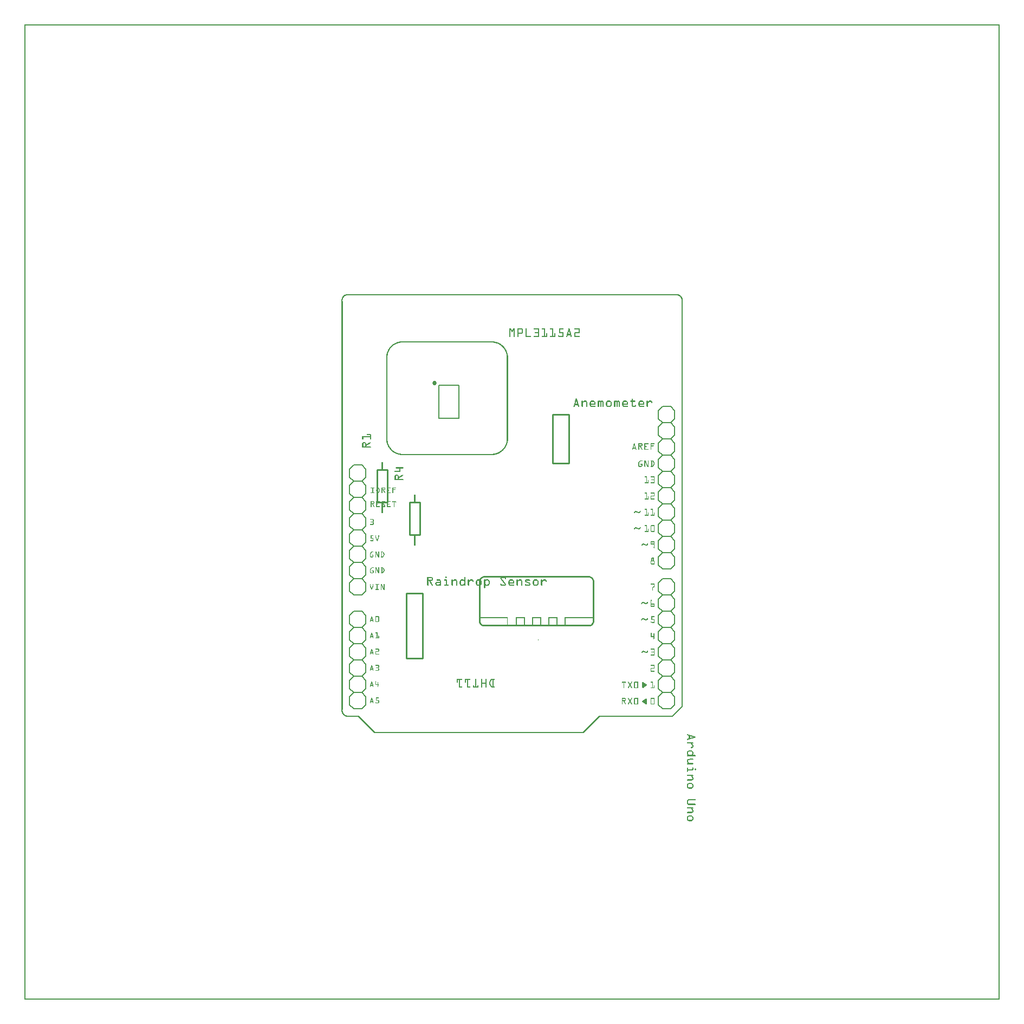
<source format=gto>
G04 MADE WITH FRITZING*
G04 WWW.FRITZING.ORG*
G04 DOUBLE SIDED*
G04 HOLES PLATED*
G04 CONTOUR ON CENTER OF CONTOUR VECTOR*
%ASAXBY*%
%FSLAX23Y23*%
%MOIN*%
%OFA0B0*%
%SFA1.0B1.0*%
%ADD10C,0.027135X-0.00486466*%
%ADD11C,0.010000*%
%ADD12C,0.008000*%
%ADD13C,0.006000*%
%ADD14R,0.001000X0.001000*%
%LNSILK1*%
G90*
G70*
G54D10*
X2524Y3794D03*
G54D11*
X2368Y2860D02*
X2368Y3060D01*
D02*
X2368Y3060D02*
X2434Y3060D01*
D02*
X2434Y3060D02*
X2434Y2860D01*
D02*
X2434Y2860D02*
X2368Y2860D01*
D02*
X2351Y2500D02*
X2351Y2100D01*
D02*
X2351Y2100D02*
X2451Y2100D01*
D02*
X2451Y2100D02*
X2451Y2500D01*
D02*
X2451Y2500D02*
X2351Y2500D01*
D02*
X3251Y3600D02*
X3251Y3300D01*
D02*
X3251Y3300D02*
X3351Y3300D01*
D02*
X3351Y3300D02*
X3351Y3600D01*
D02*
X3351Y3600D02*
X3251Y3600D01*
G54D12*
D02*
X2548Y3578D02*
X2548Y3782D01*
D02*
X2548Y3782D02*
X2674Y3782D01*
D02*
X2674Y3782D02*
X2674Y3578D01*
D02*
X2674Y3578D02*
X2548Y3578D01*
G54D11*
D02*
X2168Y3060D02*
X2168Y3260D01*
D02*
X2168Y3260D02*
X2234Y3260D01*
D02*
X2234Y3260D02*
X2234Y3060D01*
D02*
X2234Y3060D02*
X2168Y3060D01*
G54D13*
D02*
X2101Y2065D02*
X2101Y2015D01*
D02*
X2101Y2015D02*
X2076Y1990D01*
D02*
X2076Y1990D02*
X2026Y1990D01*
D02*
X2026Y1990D02*
X2001Y2015D01*
D02*
X2076Y1990D02*
X2101Y1965D01*
D02*
X2101Y1965D02*
X2101Y1915D01*
D02*
X2101Y1915D02*
X2076Y1890D01*
D02*
X2076Y1890D02*
X2026Y1890D01*
D02*
X2026Y1890D02*
X2001Y1915D01*
D02*
X2001Y1915D02*
X2001Y1965D01*
D02*
X2001Y1965D02*
X2026Y1990D01*
D02*
X2076Y2190D02*
X2101Y2165D01*
D02*
X2101Y2165D02*
X2101Y2115D01*
D02*
X2101Y2115D02*
X2076Y2090D01*
D02*
X2076Y2090D02*
X2026Y2090D01*
D02*
X2026Y2090D02*
X2001Y2115D01*
D02*
X2001Y2115D02*
X2001Y2165D01*
D02*
X2001Y2165D02*
X2026Y2190D01*
D02*
X2101Y2065D02*
X2076Y2090D01*
D02*
X2026Y2090D02*
X2001Y2065D01*
D02*
X2001Y2015D02*
X2001Y2065D01*
D02*
X2101Y2365D02*
X2101Y2315D01*
D02*
X2101Y2315D02*
X2076Y2290D01*
D02*
X2076Y2290D02*
X2026Y2290D01*
D02*
X2026Y2290D02*
X2001Y2315D01*
D02*
X2076Y2290D02*
X2101Y2265D01*
D02*
X2101Y2265D02*
X2101Y2215D01*
D02*
X2101Y2215D02*
X2076Y2190D01*
D02*
X2076Y2190D02*
X2026Y2190D01*
D02*
X2026Y2190D02*
X2001Y2215D01*
D02*
X2001Y2215D02*
X2001Y2265D01*
D02*
X2001Y2265D02*
X2026Y2290D01*
D02*
X2076Y2390D02*
X2026Y2390D01*
D02*
X2101Y2365D02*
X2076Y2390D01*
D02*
X2026Y2390D02*
X2001Y2365D01*
D02*
X2001Y2315D02*
X2001Y2365D01*
D02*
X2101Y1865D02*
X2101Y1815D01*
D02*
X2101Y1815D02*
X2076Y1790D01*
D02*
X2076Y1790D02*
X2026Y1790D01*
D02*
X2026Y1790D02*
X2001Y1815D01*
D02*
X2101Y1865D02*
X2076Y1890D01*
D02*
X2026Y1890D02*
X2001Y1865D01*
D02*
X2001Y1815D02*
X2001Y1865D01*
D02*
X3901Y3475D02*
X3901Y3525D01*
D02*
X3901Y3275D02*
X3901Y3325D01*
D02*
X3901Y3375D02*
X3901Y3425D01*
D02*
X3901Y3175D02*
X3901Y3225D01*
D02*
X3901Y2975D02*
X3901Y3025D01*
D02*
X3901Y3075D02*
X3901Y3125D01*
D02*
X3901Y2875D02*
X3901Y2925D01*
D02*
X3901Y2675D02*
X3901Y2725D01*
D02*
X3901Y2775D02*
X3901Y2825D01*
D02*
X3901Y3575D02*
X3901Y3625D01*
D02*
X3926Y3450D02*
X3901Y3475D01*
D02*
X3901Y3525D02*
X3926Y3550D01*
D02*
X3926Y3550D02*
X3976Y3550D01*
D02*
X3976Y3550D02*
X4001Y3525D01*
D02*
X4001Y3525D02*
X4001Y3475D01*
D02*
X4001Y3475D02*
X3976Y3450D01*
D02*
X3901Y3325D02*
X3926Y3350D01*
D02*
X3926Y3350D02*
X3976Y3350D01*
D02*
X3976Y3350D02*
X4001Y3325D01*
D02*
X3926Y3350D02*
X3901Y3375D01*
D02*
X3901Y3425D02*
X3926Y3450D01*
D02*
X3926Y3450D02*
X3976Y3450D01*
D02*
X3976Y3450D02*
X4001Y3425D01*
D02*
X4001Y3425D02*
X4001Y3375D01*
D02*
X4001Y3375D02*
X3976Y3350D01*
D02*
X3926Y3150D02*
X3901Y3175D01*
D02*
X3901Y3225D02*
X3926Y3250D01*
D02*
X3926Y3250D02*
X3976Y3250D01*
D02*
X3976Y3250D02*
X4001Y3225D01*
D02*
X4001Y3225D02*
X4001Y3175D01*
D02*
X4001Y3175D02*
X3976Y3150D01*
D02*
X3901Y3275D02*
X3926Y3250D01*
D02*
X3976Y3250D02*
X4001Y3275D01*
D02*
X4001Y3325D02*
X4001Y3275D01*
D02*
X3901Y3025D02*
X3926Y3050D01*
D02*
X3926Y3050D02*
X3976Y3050D01*
D02*
X3976Y3050D02*
X4001Y3025D01*
D02*
X3926Y3050D02*
X3901Y3075D01*
D02*
X3901Y3125D02*
X3926Y3150D01*
D02*
X3926Y3150D02*
X3976Y3150D01*
D02*
X3976Y3150D02*
X4001Y3125D01*
D02*
X4001Y3125D02*
X4001Y3075D01*
D02*
X4001Y3075D02*
X3976Y3050D01*
D02*
X3926Y2850D02*
X3901Y2875D01*
D02*
X3901Y2925D02*
X3926Y2950D01*
D02*
X3926Y2950D02*
X3976Y2950D01*
D02*
X3976Y2950D02*
X4001Y2925D01*
D02*
X4001Y2925D02*
X4001Y2875D01*
D02*
X4001Y2875D02*
X3976Y2850D01*
D02*
X3901Y2975D02*
X3926Y2950D01*
D02*
X3976Y2950D02*
X4001Y2975D01*
D02*
X4001Y3025D02*
X4001Y2975D01*
D02*
X3901Y2725D02*
X3926Y2750D01*
D02*
X3926Y2750D02*
X3976Y2750D01*
D02*
X3976Y2750D02*
X4001Y2725D01*
D02*
X3926Y2750D02*
X3901Y2775D01*
D02*
X3901Y2825D02*
X3926Y2850D01*
D02*
X3926Y2850D02*
X3976Y2850D01*
D02*
X3976Y2850D02*
X4001Y2825D01*
D02*
X4001Y2825D02*
X4001Y2775D01*
D02*
X4001Y2775D02*
X3976Y2750D01*
D02*
X3926Y2650D02*
X3976Y2650D01*
D02*
X3901Y2675D02*
X3926Y2650D01*
D02*
X3976Y2650D02*
X4001Y2675D01*
D02*
X4001Y2725D02*
X4001Y2675D01*
D02*
X3901Y3625D02*
X3926Y3650D01*
D02*
X3926Y3650D02*
X3976Y3650D01*
D02*
X3976Y3650D02*
X4001Y3625D01*
D02*
X3901Y3575D02*
X3926Y3550D01*
D02*
X3976Y3550D02*
X4001Y3575D01*
D02*
X4001Y3625D02*
X4001Y3575D01*
D02*
X3901Y2415D02*
X3901Y2465D01*
D02*
X3901Y2465D02*
X3926Y2490D01*
D02*
X3926Y2490D02*
X3976Y2490D01*
D02*
X3976Y2490D02*
X4001Y2465D01*
D02*
X3926Y2290D02*
X3901Y2315D01*
D02*
X3901Y2315D02*
X3901Y2365D01*
D02*
X3901Y2365D02*
X3926Y2390D01*
D02*
X3926Y2390D02*
X3976Y2390D01*
D02*
X3976Y2390D02*
X4001Y2365D01*
D02*
X4001Y2365D02*
X4001Y2315D01*
D02*
X4001Y2315D02*
X3976Y2290D01*
D02*
X3901Y2415D02*
X3926Y2390D01*
D02*
X3976Y2390D02*
X4001Y2415D01*
D02*
X4001Y2465D02*
X4001Y2415D01*
D02*
X3901Y2115D02*
X3901Y2165D01*
D02*
X3901Y2165D02*
X3926Y2190D01*
D02*
X3926Y2190D02*
X3976Y2190D01*
D02*
X3976Y2190D02*
X4001Y2165D01*
D02*
X3926Y2190D02*
X3901Y2215D01*
D02*
X3901Y2215D02*
X3901Y2265D01*
D02*
X3901Y2265D02*
X3926Y2290D01*
D02*
X3926Y2290D02*
X3976Y2290D01*
D02*
X3976Y2290D02*
X4001Y2265D01*
D02*
X4001Y2265D02*
X4001Y2215D01*
D02*
X4001Y2215D02*
X3976Y2190D01*
D02*
X3926Y1990D02*
X3901Y2015D01*
D02*
X3901Y2015D02*
X3901Y2065D01*
D02*
X3901Y2065D02*
X3926Y2090D01*
D02*
X3926Y2090D02*
X3976Y2090D01*
D02*
X3976Y2090D02*
X4001Y2065D01*
D02*
X4001Y2065D02*
X4001Y2015D01*
D02*
X4001Y2015D02*
X3976Y1990D01*
D02*
X3901Y2115D02*
X3926Y2090D01*
D02*
X3976Y2090D02*
X4001Y2115D01*
D02*
X4001Y2165D02*
X4001Y2115D01*
D02*
X3901Y1815D02*
X3901Y1865D01*
D02*
X3901Y1865D02*
X3926Y1890D01*
D02*
X3926Y1890D02*
X3976Y1890D01*
D02*
X3976Y1890D02*
X4001Y1865D01*
D02*
X3926Y1890D02*
X3901Y1915D01*
D02*
X3901Y1915D02*
X3901Y1965D01*
D02*
X3901Y1965D02*
X3926Y1990D01*
D02*
X3926Y1990D02*
X3976Y1990D01*
D02*
X3976Y1990D02*
X4001Y1965D01*
D02*
X4001Y1965D02*
X4001Y1915D01*
D02*
X4001Y1915D02*
X3976Y1890D01*
D02*
X3926Y1790D02*
X3976Y1790D01*
D02*
X3901Y1815D02*
X3926Y1790D01*
D02*
X3976Y1790D02*
X4001Y1815D01*
D02*
X4001Y1865D02*
X4001Y1815D01*
D02*
X3901Y2515D02*
X3901Y2565D01*
D02*
X3901Y2565D02*
X3926Y2590D01*
D02*
X3926Y2590D02*
X3976Y2590D01*
D02*
X3976Y2590D02*
X4001Y2565D01*
D02*
X3901Y2515D02*
X3926Y2490D01*
D02*
X3976Y2490D02*
X4001Y2515D01*
D02*
X4001Y2565D02*
X4001Y2515D01*
D02*
X2101Y2665D02*
X2101Y2615D01*
D02*
X2101Y2615D02*
X2076Y2590D01*
D02*
X2076Y2590D02*
X2026Y2590D01*
D02*
X2026Y2590D02*
X2001Y2615D01*
D02*
X2076Y2790D02*
X2101Y2765D01*
D02*
X2101Y2765D02*
X2101Y2715D01*
D02*
X2101Y2715D02*
X2076Y2690D01*
D02*
X2076Y2690D02*
X2026Y2690D01*
D02*
X2026Y2690D02*
X2001Y2715D01*
D02*
X2001Y2715D02*
X2001Y2765D01*
D02*
X2001Y2765D02*
X2026Y2790D01*
D02*
X2101Y2665D02*
X2076Y2690D01*
D02*
X2026Y2690D02*
X2001Y2665D01*
D02*
X2001Y2615D02*
X2001Y2665D01*
D02*
X2101Y2965D02*
X2101Y2915D01*
D02*
X2101Y2915D02*
X2076Y2890D01*
D02*
X2076Y2890D02*
X2026Y2890D01*
D02*
X2026Y2890D02*
X2001Y2915D01*
D02*
X2076Y2890D02*
X2101Y2865D01*
D02*
X2101Y2865D02*
X2101Y2815D01*
D02*
X2101Y2815D02*
X2076Y2790D01*
D02*
X2076Y2790D02*
X2026Y2790D01*
D02*
X2026Y2790D02*
X2001Y2815D01*
D02*
X2001Y2815D02*
X2001Y2865D01*
D02*
X2001Y2865D02*
X2026Y2890D01*
D02*
X2076Y3090D02*
X2101Y3065D01*
D02*
X2101Y3065D02*
X2101Y3015D01*
D02*
X2101Y3015D02*
X2076Y2990D01*
D02*
X2076Y2990D02*
X2026Y2990D01*
D02*
X2026Y2990D02*
X2001Y3015D01*
D02*
X2001Y3015D02*
X2001Y3065D01*
D02*
X2001Y3065D02*
X2026Y3090D01*
D02*
X2101Y2965D02*
X2076Y2990D01*
D02*
X2026Y2990D02*
X2001Y2965D01*
D02*
X2001Y2915D02*
X2001Y2965D01*
D02*
X2101Y3265D02*
X2101Y3215D01*
D02*
X2101Y3215D02*
X2076Y3190D01*
D02*
X2076Y3190D02*
X2026Y3190D01*
D02*
X2026Y3190D02*
X2001Y3215D01*
D02*
X2076Y3190D02*
X2101Y3165D01*
D02*
X2101Y3165D02*
X2101Y3115D01*
D02*
X2101Y3115D02*
X2076Y3090D01*
D02*
X2076Y3090D02*
X2026Y3090D01*
D02*
X2026Y3090D02*
X2001Y3115D01*
D02*
X2001Y3115D02*
X2001Y3165D01*
D02*
X2001Y3165D02*
X2026Y3190D01*
D02*
X2076Y3290D02*
X2026Y3290D01*
D02*
X2101Y3265D02*
X2076Y3290D01*
D02*
X2026Y3290D02*
X2001Y3265D01*
D02*
X2001Y3215D02*
X2001Y3265D01*
D02*
X2101Y2565D02*
X2101Y2515D01*
D02*
X2101Y2515D02*
X2076Y2490D01*
D02*
X2076Y2490D02*
X2026Y2490D01*
D02*
X2026Y2490D02*
X2001Y2515D01*
D02*
X2101Y2565D02*
X2076Y2590D01*
D02*
X2026Y2590D02*
X2001Y2565D01*
D02*
X2001Y2515D02*
X2001Y2565D01*
G54D14*
X0Y6000D02*
X5999Y6000D01*
X0Y5999D02*
X5999Y5999D01*
X0Y5998D02*
X5999Y5998D01*
X0Y5997D02*
X5999Y5997D01*
X0Y5996D02*
X5999Y5996D01*
X0Y5995D02*
X5999Y5995D01*
X0Y5994D02*
X5999Y5994D01*
X0Y5993D02*
X5999Y5993D01*
X0Y5992D02*
X7Y5992D01*
X5992Y5992D02*
X5999Y5992D01*
X0Y5991D02*
X7Y5991D01*
X5992Y5991D02*
X5999Y5991D01*
X0Y5990D02*
X7Y5990D01*
X5992Y5990D02*
X5999Y5990D01*
X0Y5989D02*
X7Y5989D01*
X5992Y5989D02*
X5999Y5989D01*
X0Y5988D02*
X7Y5988D01*
X5992Y5988D02*
X5999Y5988D01*
X0Y5987D02*
X7Y5987D01*
X5992Y5987D02*
X5999Y5987D01*
X0Y5986D02*
X7Y5986D01*
X5992Y5986D02*
X5999Y5986D01*
X0Y5985D02*
X7Y5985D01*
X5992Y5985D02*
X5999Y5985D01*
X0Y5984D02*
X7Y5984D01*
X5992Y5984D02*
X5999Y5984D01*
X0Y5983D02*
X7Y5983D01*
X5992Y5983D02*
X5999Y5983D01*
X0Y5982D02*
X7Y5982D01*
X5992Y5982D02*
X5999Y5982D01*
X0Y5981D02*
X7Y5981D01*
X5992Y5981D02*
X5999Y5981D01*
X0Y5980D02*
X7Y5980D01*
X5992Y5980D02*
X5999Y5980D01*
X0Y5979D02*
X7Y5979D01*
X5992Y5979D02*
X5999Y5979D01*
X0Y5978D02*
X7Y5978D01*
X5992Y5978D02*
X5999Y5978D01*
X0Y5977D02*
X7Y5977D01*
X5992Y5977D02*
X5999Y5977D01*
X0Y5976D02*
X7Y5976D01*
X5992Y5976D02*
X5999Y5976D01*
X0Y5975D02*
X7Y5975D01*
X5992Y5975D02*
X5999Y5975D01*
X0Y5974D02*
X7Y5974D01*
X5992Y5974D02*
X5999Y5974D01*
X0Y5973D02*
X7Y5973D01*
X5992Y5973D02*
X5999Y5973D01*
X0Y5972D02*
X7Y5972D01*
X5992Y5972D02*
X5999Y5972D01*
X0Y5971D02*
X7Y5971D01*
X5992Y5971D02*
X5999Y5971D01*
X0Y5970D02*
X7Y5970D01*
X5992Y5970D02*
X5999Y5970D01*
X0Y5969D02*
X7Y5969D01*
X5992Y5969D02*
X5999Y5969D01*
X0Y5968D02*
X7Y5968D01*
X5992Y5968D02*
X5999Y5968D01*
X0Y5967D02*
X7Y5967D01*
X5992Y5967D02*
X5999Y5967D01*
X0Y5966D02*
X7Y5966D01*
X5992Y5966D02*
X5999Y5966D01*
X0Y5965D02*
X7Y5965D01*
X5992Y5965D02*
X5999Y5965D01*
X0Y5964D02*
X7Y5964D01*
X5992Y5964D02*
X5999Y5964D01*
X0Y5963D02*
X7Y5963D01*
X5992Y5963D02*
X5999Y5963D01*
X0Y5962D02*
X7Y5962D01*
X5992Y5962D02*
X5999Y5962D01*
X0Y5961D02*
X7Y5961D01*
X5992Y5961D02*
X5999Y5961D01*
X0Y5960D02*
X7Y5960D01*
X5992Y5960D02*
X5999Y5960D01*
X0Y5959D02*
X7Y5959D01*
X5992Y5959D02*
X5999Y5959D01*
X0Y5958D02*
X7Y5958D01*
X5992Y5958D02*
X5999Y5958D01*
X0Y5957D02*
X7Y5957D01*
X5992Y5957D02*
X5999Y5957D01*
X0Y5956D02*
X7Y5956D01*
X5992Y5956D02*
X5999Y5956D01*
X0Y5955D02*
X7Y5955D01*
X5992Y5955D02*
X5999Y5955D01*
X0Y5954D02*
X7Y5954D01*
X5992Y5954D02*
X5999Y5954D01*
X0Y5953D02*
X7Y5953D01*
X5992Y5953D02*
X5999Y5953D01*
X0Y5952D02*
X7Y5952D01*
X5992Y5952D02*
X5999Y5952D01*
X0Y5951D02*
X7Y5951D01*
X5992Y5951D02*
X5999Y5951D01*
X0Y5950D02*
X7Y5950D01*
X5992Y5950D02*
X5999Y5950D01*
X0Y5949D02*
X7Y5949D01*
X5992Y5949D02*
X5999Y5949D01*
X0Y5948D02*
X7Y5948D01*
X5992Y5948D02*
X5999Y5948D01*
X0Y5947D02*
X7Y5947D01*
X5992Y5947D02*
X5999Y5947D01*
X0Y5946D02*
X7Y5946D01*
X5992Y5946D02*
X5999Y5946D01*
X0Y5945D02*
X7Y5945D01*
X5992Y5945D02*
X5999Y5945D01*
X0Y5944D02*
X7Y5944D01*
X5992Y5944D02*
X5999Y5944D01*
X0Y5943D02*
X7Y5943D01*
X5992Y5943D02*
X5999Y5943D01*
X0Y5942D02*
X7Y5942D01*
X5992Y5942D02*
X5999Y5942D01*
X0Y5941D02*
X7Y5941D01*
X5992Y5941D02*
X5999Y5941D01*
X0Y5940D02*
X7Y5940D01*
X5992Y5940D02*
X5999Y5940D01*
X0Y5939D02*
X7Y5939D01*
X5992Y5939D02*
X5999Y5939D01*
X0Y5938D02*
X7Y5938D01*
X5992Y5938D02*
X5999Y5938D01*
X0Y5937D02*
X7Y5937D01*
X5992Y5937D02*
X5999Y5937D01*
X0Y5936D02*
X7Y5936D01*
X5992Y5936D02*
X5999Y5936D01*
X0Y5935D02*
X7Y5935D01*
X5992Y5935D02*
X5999Y5935D01*
X0Y5934D02*
X7Y5934D01*
X5992Y5934D02*
X5999Y5934D01*
X0Y5933D02*
X7Y5933D01*
X5992Y5933D02*
X5999Y5933D01*
X0Y5932D02*
X7Y5932D01*
X5992Y5932D02*
X5999Y5932D01*
X0Y5931D02*
X7Y5931D01*
X5992Y5931D02*
X5999Y5931D01*
X0Y5930D02*
X7Y5930D01*
X5992Y5930D02*
X5999Y5930D01*
X0Y5929D02*
X7Y5929D01*
X5992Y5929D02*
X5999Y5929D01*
X0Y5928D02*
X7Y5928D01*
X5992Y5928D02*
X5999Y5928D01*
X0Y5927D02*
X7Y5927D01*
X5992Y5927D02*
X5999Y5927D01*
X0Y5926D02*
X7Y5926D01*
X5992Y5926D02*
X5999Y5926D01*
X0Y5925D02*
X7Y5925D01*
X5992Y5925D02*
X5999Y5925D01*
X0Y5924D02*
X7Y5924D01*
X5992Y5924D02*
X5999Y5924D01*
X0Y5923D02*
X7Y5923D01*
X5992Y5923D02*
X5999Y5923D01*
X0Y5922D02*
X7Y5922D01*
X5992Y5922D02*
X5999Y5922D01*
X0Y5921D02*
X7Y5921D01*
X5992Y5921D02*
X5999Y5921D01*
X0Y5920D02*
X7Y5920D01*
X5992Y5920D02*
X5999Y5920D01*
X0Y5919D02*
X7Y5919D01*
X5992Y5919D02*
X5999Y5919D01*
X0Y5918D02*
X7Y5918D01*
X5992Y5918D02*
X5999Y5918D01*
X0Y5917D02*
X7Y5917D01*
X5992Y5917D02*
X5999Y5917D01*
X0Y5916D02*
X7Y5916D01*
X5992Y5916D02*
X5999Y5916D01*
X0Y5915D02*
X7Y5915D01*
X5992Y5915D02*
X5999Y5915D01*
X0Y5914D02*
X7Y5914D01*
X5992Y5914D02*
X5999Y5914D01*
X0Y5913D02*
X7Y5913D01*
X5992Y5913D02*
X5999Y5913D01*
X0Y5912D02*
X7Y5912D01*
X5992Y5912D02*
X5999Y5912D01*
X0Y5911D02*
X7Y5911D01*
X5992Y5911D02*
X5999Y5911D01*
X0Y5910D02*
X7Y5910D01*
X5992Y5910D02*
X5999Y5910D01*
X0Y5909D02*
X7Y5909D01*
X5992Y5909D02*
X5999Y5909D01*
X0Y5908D02*
X7Y5908D01*
X5992Y5908D02*
X5999Y5908D01*
X0Y5907D02*
X7Y5907D01*
X5992Y5907D02*
X5999Y5907D01*
X0Y5906D02*
X7Y5906D01*
X5992Y5906D02*
X5999Y5906D01*
X0Y5905D02*
X7Y5905D01*
X5992Y5905D02*
X5999Y5905D01*
X0Y5904D02*
X7Y5904D01*
X5992Y5904D02*
X5999Y5904D01*
X0Y5903D02*
X7Y5903D01*
X5992Y5903D02*
X5999Y5903D01*
X0Y5902D02*
X7Y5902D01*
X5992Y5902D02*
X5999Y5902D01*
X0Y5901D02*
X7Y5901D01*
X5992Y5901D02*
X5999Y5901D01*
X0Y5900D02*
X7Y5900D01*
X5992Y5900D02*
X5999Y5900D01*
X0Y5899D02*
X7Y5899D01*
X5992Y5899D02*
X5999Y5899D01*
X0Y5898D02*
X7Y5898D01*
X5992Y5898D02*
X5999Y5898D01*
X0Y5897D02*
X7Y5897D01*
X5992Y5897D02*
X5999Y5897D01*
X0Y5896D02*
X7Y5896D01*
X5992Y5896D02*
X5999Y5896D01*
X0Y5895D02*
X7Y5895D01*
X5992Y5895D02*
X5999Y5895D01*
X0Y5894D02*
X7Y5894D01*
X5992Y5894D02*
X5999Y5894D01*
X0Y5893D02*
X7Y5893D01*
X5992Y5893D02*
X5999Y5893D01*
X0Y5892D02*
X7Y5892D01*
X5992Y5892D02*
X5999Y5892D01*
X0Y5891D02*
X7Y5891D01*
X5992Y5891D02*
X5999Y5891D01*
X0Y5890D02*
X7Y5890D01*
X5992Y5890D02*
X5999Y5890D01*
X0Y5889D02*
X7Y5889D01*
X5992Y5889D02*
X5999Y5889D01*
X0Y5888D02*
X7Y5888D01*
X5992Y5888D02*
X5999Y5888D01*
X0Y5887D02*
X7Y5887D01*
X5992Y5887D02*
X5999Y5887D01*
X0Y5886D02*
X7Y5886D01*
X5992Y5886D02*
X5999Y5886D01*
X0Y5885D02*
X7Y5885D01*
X5992Y5885D02*
X5999Y5885D01*
X0Y5884D02*
X7Y5884D01*
X5992Y5884D02*
X5999Y5884D01*
X0Y5883D02*
X7Y5883D01*
X5992Y5883D02*
X5999Y5883D01*
X0Y5882D02*
X7Y5882D01*
X5992Y5882D02*
X5999Y5882D01*
X0Y5881D02*
X7Y5881D01*
X5992Y5881D02*
X5999Y5881D01*
X0Y5880D02*
X7Y5880D01*
X5992Y5880D02*
X5999Y5880D01*
X0Y5879D02*
X7Y5879D01*
X5992Y5879D02*
X5999Y5879D01*
X0Y5878D02*
X7Y5878D01*
X5992Y5878D02*
X5999Y5878D01*
X0Y5877D02*
X7Y5877D01*
X5992Y5877D02*
X5999Y5877D01*
X0Y5876D02*
X7Y5876D01*
X5992Y5876D02*
X5999Y5876D01*
X0Y5875D02*
X7Y5875D01*
X5992Y5875D02*
X5999Y5875D01*
X0Y5874D02*
X7Y5874D01*
X5992Y5874D02*
X5999Y5874D01*
X0Y5873D02*
X7Y5873D01*
X5992Y5873D02*
X5999Y5873D01*
X0Y5872D02*
X7Y5872D01*
X5992Y5872D02*
X5999Y5872D01*
X0Y5871D02*
X7Y5871D01*
X5992Y5871D02*
X5999Y5871D01*
X0Y5870D02*
X7Y5870D01*
X5992Y5870D02*
X5999Y5870D01*
X0Y5869D02*
X7Y5869D01*
X5992Y5869D02*
X5999Y5869D01*
X0Y5868D02*
X7Y5868D01*
X5992Y5868D02*
X5999Y5868D01*
X0Y5867D02*
X7Y5867D01*
X5992Y5867D02*
X5999Y5867D01*
X0Y5866D02*
X7Y5866D01*
X5992Y5866D02*
X5999Y5866D01*
X0Y5865D02*
X7Y5865D01*
X5992Y5865D02*
X5999Y5865D01*
X0Y5864D02*
X7Y5864D01*
X5992Y5864D02*
X5999Y5864D01*
X0Y5863D02*
X7Y5863D01*
X5992Y5863D02*
X5999Y5863D01*
X0Y5862D02*
X7Y5862D01*
X5992Y5862D02*
X5999Y5862D01*
X0Y5861D02*
X7Y5861D01*
X5992Y5861D02*
X5999Y5861D01*
X0Y5860D02*
X7Y5860D01*
X5992Y5860D02*
X5999Y5860D01*
X0Y5859D02*
X7Y5859D01*
X5992Y5859D02*
X5999Y5859D01*
X0Y5858D02*
X7Y5858D01*
X5992Y5858D02*
X5999Y5858D01*
X0Y5857D02*
X7Y5857D01*
X5992Y5857D02*
X5999Y5857D01*
X0Y5856D02*
X7Y5856D01*
X5992Y5856D02*
X5999Y5856D01*
X0Y5855D02*
X7Y5855D01*
X5992Y5855D02*
X5999Y5855D01*
X0Y5854D02*
X7Y5854D01*
X5992Y5854D02*
X5999Y5854D01*
X0Y5853D02*
X7Y5853D01*
X5992Y5853D02*
X5999Y5853D01*
X0Y5852D02*
X7Y5852D01*
X5992Y5852D02*
X5999Y5852D01*
X0Y5851D02*
X7Y5851D01*
X5992Y5851D02*
X5999Y5851D01*
X0Y5850D02*
X7Y5850D01*
X5992Y5850D02*
X5999Y5850D01*
X0Y5849D02*
X7Y5849D01*
X5992Y5849D02*
X5999Y5849D01*
X0Y5848D02*
X7Y5848D01*
X5992Y5848D02*
X5999Y5848D01*
X0Y5847D02*
X7Y5847D01*
X5992Y5847D02*
X5999Y5847D01*
X0Y5846D02*
X7Y5846D01*
X5992Y5846D02*
X5999Y5846D01*
X0Y5845D02*
X7Y5845D01*
X5992Y5845D02*
X5999Y5845D01*
X0Y5844D02*
X7Y5844D01*
X5992Y5844D02*
X5999Y5844D01*
X0Y5843D02*
X7Y5843D01*
X5992Y5843D02*
X5999Y5843D01*
X0Y5842D02*
X7Y5842D01*
X5992Y5842D02*
X5999Y5842D01*
X0Y5841D02*
X7Y5841D01*
X5992Y5841D02*
X5999Y5841D01*
X0Y5840D02*
X7Y5840D01*
X5992Y5840D02*
X5999Y5840D01*
X0Y5839D02*
X7Y5839D01*
X5992Y5839D02*
X5999Y5839D01*
X0Y5838D02*
X7Y5838D01*
X5992Y5838D02*
X5999Y5838D01*
X0Y5837D02*
X7Y5837D01*
X5992Y5837D02*
X5999Y5837D01*
X0Y5836D02*
X7Y5836D01*
X5992Y5836D02*
X5999Y5836D01*
X0Y5835D02*
X7Y5835D01*
X5992Y5835D02*
X5999Y5835D01*
X0Y5834D02*
X7Y5834D01*
X5992Y5834D02*
X5999Y5834D01*
X0Y5833D02*
X7Y5833D01*
X5992Y5833D02*
X5999Y5833D01*
X0Y5832D02*
X7Y5832D01*
X5992Y5832D02*
X5999Y5832D01*
X0Y5831D02*
X7Y5831D01*
X5992Y5831D02*
X5999Y5831D01*
X0Y5830D02*
X7Y5830D01*
X5992Y5830D02*
X5999Y5830D01*
X0Y5829D02*
X7Y5829D01*
X5992Y5829D02*
X5999Y5829D01*
X0Y5828D02*
X7Y5828D01*
X5992Y5828D02*
X5999Y5828D01*
X0Y5827D02*
X7Y5827D01*
X5992Y5827D02*
X5999Y5827D01*
X0Y5826D02*
X7Y5826D01*
X5992Y5826D02*
X5999Y5826D01*
X0Y5825D02*
X7Y5825D01*
X5992Y5825D02*
X5999Y5825D01*
X0Y5824D02*
X7Y5824D01*
X5992Y5824D02*
X5999Y5824D01*
X0Y5823D02*
X7Y5823D01*
X5992Y5823D02*
X5999Y5823D01*
X0Y5822D02*
X7Y5822D01*
X5992Y5822D02*
X5999Y5822D01*
X0Y5821D02*
X7Y5821D01*
X5992Y5821D02*
X5999Y5821D01*
X0Y5820D02*
X7Y5820D01*
X5992Y5820D02*
X5999Y5820D01*
X0Y5819D02*
X7Y5819D01*
X5992Y5819D02*
X5999Y5819D01*
X0Y5818D02*
X7Y5818D01*
X5992Y5818D02*
X5999Y5818D01*
X0Y5817D02*
X7Y5817D01*
X5992Y5817D02*
X5999Y5817D01*
X0Y5816D02*
X7Y5816D01*
X5992Y5816D02*
X5999Y5816D01*
X0Y5815D02*
X7Y5815D01*
X5992Y5815D02*
X5999Y5815D01*
X0Y5814D02*
X7Y5814D01*
X5992Y5814D02*
X5999Y5814D01*
X0Y5813D02*
X7Y5813D01*
X5992Y5813D02*
X5999Y5813D01*
X0Y5812D02*
X7Y5812D01*
X5992Y5812D02*
X5999Y5812D01*
X0Y5811D02*
X7Y5811D01*
X5992Y5811D02*
X5999Y5811D01*
X0Y5810D02*
X7Y5810D01*
X5992Y5810D02*
X5999Y5810D01*
X0Y5809D02*
X7Y5809D01*
X5992Y5809D02*
X5999Y5809D01*
X0Y5808D02*
X7Y5808D01*
X5992Y5808D02*
X5999Y5808D01*
X0Y5807D02*
X7Y5807D01*
X5992Y5807D02*
X5999Y5807D01*
X0Y5806D02*
X7Y5806D01*
X5992Y5806D02*
X5999Y5806D01*
X0Y5805D02*
X7Y5805D01*
X5992Y5805D02*
X5999Y5805D01*
X0Y5804D02*
X7Y5804D01*
X5992Y5804D02*
X5999Y5804D01*
X0Y5803D02*
X7Y5803D01*
X5992Y5803D02*
X5999Y5803D01*
X0Y5802D02*
X7Y5802D01*
X5992Y5802D02*
X5999Y5802D01*
X0Y5801D02*
X7Y5801D01*
X5992Y5801D02*
X5999Y5801D01*
X0Y5800D02*
X7Y5800D01*
X5992Y5800D02*
X5999Y5800D01*
X0Y5799D02*
X7Y5799D01*
X5992Y5799D02*
X5999Y5799D01*
X0Y5798D02*
X7Y5798D01*
X5992Y5798D02*
X5999Y5798D01*
X0Y5797D02*
X7Y5797D01*
X5992Y5797D02*
X5999Y5797D01*
X0Y5796D02*
X7Y5796D01*
X5992Y5796D02*
X5999Y5796D01*
X0Y5795D02*
X7Y5795D01*
X5992Y5795D02*
X5999Y5795D01*
X0Y5794D02*
X7Y5794D01*
X5992Y5794D02*
X5999Y5794D01*
X0Y5793D02*
X7Y5793D01*
X5992Y5793D02*
X5999Y5793D01*
X0Y5792D02*
X7Y5792D01*
X5992Y5792D02*
X5999Y5792D01*
X0Y5791D02*
X7Y5791D01*
X5992Y5791D02*
X5999Y5791D01*
X0Y5790D02*
X7Y5790D01*
X5992Y5790D02*
X5999Y5790D01*
X0Y5789D02*
X7Y5789D01*
X5992Y5789D02*
X5999Y5789D01*
X0Y5788D02*
X7Y5788D01*
X5992Y5788D02*
X5999Y5788D01*
X0Y5787D02*
X7Y5787D01*
X5992Y5787D02*
X5999Y5787D01*
X0Y5786D02*
X7Y5786D01*
X5992Y5786D02*
X5999Y5786D01*
X0Y5785D02*
X7Y5785D01*
X5992Y5785D02*
X5999Y5785D01*
X0Y5784D02*
X7Y5784D01*
X5992Y5784D02*
X5999Y5784D01*
X0Y5783D02*
X7Y5783D01*
X5992Y5783D02*
X5999Y5783D01*
X0Y5782D02*
X7Y5782D01*
X5992Y5782D02*
X5999Y5782D01*
X0Y5781D02*
X7Y5781D01*
X5992Y5781D02*
X5999Y5781D01*
X0Y5780D02*
X7Y5780D01*
X5992Y5780D02*
X5999Y5780D01*
X0Y5779D02*
X7Y5779D01*
X5992Y5779D02*
X5999Y5779D01*
X0Y5778D02*
X7Y5778D01*
X5992Y5778D02*
X5999Y5778D01*
X0Y5777D02*
X7Y5777D01*
X5992Y5777D02*
X5999Y5777D01*
X0Y5776D02*
X7Y5776D01*
X5992Y5776D02*
X5999Y5776D01*
X0Y5775D02*
X7Y5775D01*
X5992Y5775D02*
X5999Y5775D01*
X0Y5774D02*
X7Y5774D01*
X5992Y5774D02*
X5999Y5774D01*
X0Y5773D02*
X7Y5773D01*
X5992Y5773D02*
X5999Y5773D01*
X0Y5772D02*
X7Y5772D01*
X5992Y5772D02*
X5999Y5772D01*
X0Y5771D02*
X7Y5771D01*
X5992Y5771D02*
X5999Y5771D01*
X0Y5770D02*
X7Y5770D01*
X5992Y5770D02*
X5999Y5770D01*
X0Y5769D02*
X7Y5769D01*
X5992Y5769D02*
X5999Y5769D01*
X0Y5768D02*
X7Y5768D01*
X5992Y5768D02*
X5999Y5768D01*
X0Y5767D02*
X7Y5767D01*
X5992Y5767D02*
X5999Y5767D01*
X0Y5766D02*
X7Y5766D01*
X5992Y5766D02*
X5999Y5766D01*
X0Y5765D02*
X7Y5765D01*
X5992Y5765D02*
X5999Y5765D01*
X0Y5764D02*
X7Y5764D01*
X5992Y5764D02*
X5999Y5764D01*
X0Y5763D02*
X7Y5763D01*
X5992Y5763D02*
X5999Y5763D01*
X0Y5762D02*
X7Y5762D01*
X5992Y5762D02*
X5999Y5762D01*
X0Y5761D02*
X7Y5761D01*
X5992Y5761D02*
X5999Y5761D01*
X0Y5760D02*
X7Y5760D01*
X5992Y5760D02*
X5999Y5760D01*
X0Y5759D02*
X7Y5759D01*
X5992Y5759D02*
X5999Y5759D01*
X0Y5758D02*
X7Y5758D01*
X5992Y5758D02*
X5999Y5758D01*
X0Y5757D02*
X7Y5757D01*
X5992Y5757D02*
X5999Y5757D01*
X0Y5756D02*
X7Y5756D01*
X5992Y5756D02*
X5999Y5756D01*
X0Y5755D02*
X7Y5755D01*
X5992Y5755D02*
X5999Y5755D01*
X0Y5754D02*
X7Y5754D01*
X5992Y5754D02*
X5999Y5754D01*
X0Y5753D02*
X7Y5753D01*
X5992Y5753D02*
X5999Y5753D01*
X0Y5752D02*
X7Y5752D01*
X5992Y5752D02*
X5999Y5752D01*
X0Y5751D02*
X7Y5751D01*
X5992Y5751D02*
X5999Y5751D01*
X0Y5750D02*
X7Y5750D01*
X5992Y5750D02*
X5999Y5750D01*
X0Y5749D02*
X7Y5749D01*
X5992Y5749D02*
X5999Y5749D01*
X0Y5748D02*
X7Y5748D01*
X5992Y5748D02*
X5999Y5748D01*
X0Y5747D02*
X7Y5747D01*
X5992Y5747D02*
X5999Y5747D01*
X0Y5746D02*
X7Y5746D01*
X5992Y5746D02*
X5999Y5746D01*
X0Y5745D02*
X7Y5745D01*
X5992Y5745D02*
X5999Y5745D01*
X0Y5744D02*
X7Y5744D01*
X5992Y5744D02*
X5999Y5744D01*
X0Y5743D02*
X7Y5743D01*
X5992Y5743D02*
X5999Y5743D01*
X0Y5742D02*
X7Y5742D01*
X5992Y5742D02*
X5999Y5742D01*
X0Y5741D02*
X7Y5741D01*
X5992Y5741D02*
X5999Y5741D01*
X0Y5740D02*
X7Y5740D01*
X5992Y5740D02*
X5999Y5740D01*
X0Y5739D02*
X7Y5739D01*
X5992Y5739D02*
X5999Y5739D01*
X0Y5738D02*
X7Y5738D01*
X5992Y5738D02*
X5999Y5738D01*
X0Y5737D02*
X7Y5737D01*
X5992Y5737D02*
X5999Y5737D01*
X0Y5736D02*
X7Y5736D01*
X5992Y5736D02*
X5999Y5736D01*
X0Y5735D02*
X7Y5735D01*
X5992Y5735D02*
X5999Y5735D01*
X0Y5734D02*
X7Y5734D01*
X5992Y5734D02*
X5999Y5734D01*
X0Y5733D02*
X7Y5733D01*
X5992Y5733D02*
X5999Y5733D01*
X0Y5732D02*
X7Y5732D01*
X5992Y5732D02*
X5999Y5732D01*
X0Y5731D02*
X7Y5731D01*
X5992Y5731D02*
X5999Y5731D01*
X0Y5730D02*
X7Y5730D01*
X5992Y5730D02*
X5999Y5730D01*
X0Y5729D02*
X7Y5729D01*
X5992Y5729D02*
X5999Y5729D01*
X0Y5728D02*
X7Y5728D01*
X5992Y5728D02*
X5999Y5728D01*
X0Y5727D02*
X7Y5727D01*
X5992Y5727D02*
X5999Y5727D01*
X0Y5726D02*
X7Y5726D01*
X5992Y5726D02*
X5999Y5726D01*
X0Y5725D02*
X7Y5725D01*
X5992Y5725D02*
X5999Y5725D01*
X0Y5724D02*
X7Y5724D01*
X5992Y5724D02*
X5999Y5724D01*
X0Y5723D02*
X7Y5723D01*
X5992Y5723D02*
X5999Y5723D01*
X0Y5722D02*
X7Y5722D01*
X5992Y5722D02*
X5999Y5722D01*
X0Y5721D02*
X7Y5721D01*
X5992Y5721D02*
X5999Y5721D01*
X0Y5720D02*
X7Y5720D01*
X5992Y5720D02*
X5999Y5720D01*
X0Y5719D02*
X7Y5719D01*
X5992Y5719D02*
X5999Y5719D01*
X0Y5718D02*
X7Y5718D01*
X5992Y5718D02*
X5999Y5718D01*
X0Y5717D02*
X7Y5717D01*
X5992Y5717D02*
X5999Y5717D01*
X0Y5716D02*
X7Y5716D01*
X5992Y5716D02*
X5999Y5716D01*
X0Y5715D02*
X7Y5715D01*
X5992Y5715D02*
X5999Y5715D01*
X0Y5714D02*
X7Y5714D01*
X5992Y5714D02*
X5999Y5714D01*
X0Y5713D02*
X7Y5713D01*
X5992Y5713D02*
X5999Y5713D01*
X0Y5712D02*
X7Y5712D01*
X5992Y5712D02*
X5999Y5712D01*
X0Y5711D02*
X7Y5711D01*
X5992Y5711D02*
X5999Y5711D01*
X0Y5710D02*
X7Y5710D01*
X5992Y5710D02*
X5999Y5710D01*
X0Y5709D02*
X7Y5709D01*
X5992Y5709D02*
X5999Y5709D01*
X0Y5708D02*
X7Y5708D01*
X5992Y5708D02*
X5999Y5708D01*
X0Y5707D02*
X7Y5707D01*
X5992Y5707D02*
X5999Y5707D01*
X0Y5706D02*
X7Y5706D01*
X5992Y5706D02*
X5999Y5706D01*
X0Y5705D02*
X7Y5705D01*
X5992Y5705D02*
X5999Y5705D01*
X0Y5704D02*
X7Y5704D01*
X5992Y5704D02*
X5999Y5704D01*
X0Y5703D02*
X7Y5703D01*
X5992Y5703D02*
X5999Y5703D01*
X0Y5702D02*
X7Y5702D01*
X5992Y5702D02*
X5999Y5702D01*
X0Y5701D02*
X7Y5701D01*
X5992Y5701D02*
X5999Y5701D01*
X0Y5700D02*
X7Y5700D01*
X5992Y5700D02*
X5999Y5700D01*
X0Y5699D02*
X7Y5699D01*
X5992Y5699D02*
X5999Y5699D01*
X0Y5698D02*
X7Y5698D01*
X5992Y5698D02*
X5999Y5698D01*
X0Y5697D02*
X7Y5697D01*
X5992Y5697D02*
X5999Y5697D01*
X0Y5696D02*
X7Y5696D01*
X5992Y5696D02*
X5999Y5696D01*
X0Y5695D02*
X7Y5695D01*
X5992Y5695D02*
X5999Y5695D01*
X0Y5694D02*
X7Y5694D01*
X5992Y5694D02*
X5999Y5694D01*
X0Y5693D02*
X7Y5693D01*
X5992Y5693D02*
X5999Y5693D01*
X0Y5692D02*
X7Y5692D01*
X5992Y5692D02*
X5999Y5692D01*
X0Y5691D02*
X7Y5691D01*
X5992Y5691D02*
X5999Y5691D01*
X0Y5690D02*
X7Y5690D01*
X5992Y5690D02*
X5999Y5690D01*
X0Y5689D02*
X7Y5689D01*
X5992Y5689D02*
X5999Y5689D01*
X0Y5688D02*
X7Y5688D01*
X5992Y5688D02*
X5999Y5688D01*
X0Y5687D02*
X7Y5687D01*
X5992Y5687D02*
X5999Y5687D01*
X0Y5686D02*
X7Y5686D01*
X5992Y5686D02*
X5999Y5686D01*
X0Y5685D02*
X7Y5685D01*
X5992Y5685D02*
X5999Y5685D01*
X0Y5684D02*
X7Y5684D01*
X5992Y5684D02*
X5999Y5684D01*
X0Y5683D02*
X7Y5683D01*
X5992Y5683D02*
X5999Y5683D01*
X0Y5682D02*
X7Y5682D01*
X5992Y5682D02*
X5999Y5682D01*
X0Y5681D02*
X7Y5681D01*
X5992Y5681D02*
X5999Y5681D01*
X0Y5680D02*
X7Y5680D01*
X5992Y5680D02*
X5999Y5680D01*
X0Y5679D02*
X7Y5679D01*
X5992Y5679D02*
X5999Y5679D01*
X0Y5678D02*
X7Y5678D01*
X5992Y5678D02*
X5999Y5678D01*
X0Y5677D02*
X7Y5677D01*
X5992Y5677D02*
X5999Y5677D01*
X0Y5676D02*
X7Y5676D01*
X5992Y5676D02*
X5999Y5676D01*
X0Y5675D02*
X7Y5675D01*
X5992Y5675D02*
X5999Y5675D01*
X0Y5674D02*
X7Y5674D01*
X5992Y5674D02*
X5999Y5674D01*
X0Y5673D02*
X7Y5673D01*
X5992Y5673D02*
X5999Y5673D01*
X0Y5672D02*
X7Y5672D01*
X5992Y5672D02*
X5999Y5672D01*
X0Y5671D02*
X7Y5671D01*
X5992Y5671D02*
X5999Y5671D01*
X0Y5670D02*
X7Y5670D01*
X5992Y5670D02*
X5999Y5670D01*
X0Y5669D02*
X7Y5669D01*
X5992Y5669D02*
X5999Y5669D01*
X0Y5668D02*
X7Y5668D01*
X5992Y5668D02*
X5999Y5668D01*
X0Y5667D02*
X7Y5667D01*
X5992Y5667D02*
X5999Y5667D01*
X0Y5666D02*
X7Y5666D01*
X5992Y5666D02*
X5999Y5666D01*
X0Y5665D02*
X7Y5665D01*
X5992Y5665D02*
X5999Y5665D01*
X0Y5664D02*
X7Y5664D01*
X5992Y5664D02*
X5999Y5664D01*
X0Y5663D02*
X7Y5663D01*
X5992Y5663D02*
X5999Y5663D01*
X0Y5662D02*
X7Y5662D01*
X5992Y5662D02*
X5999Y5662D01*
X0Y5661D02*
X7Y5661D01*
X5992Y5661D02*
X5999Y5661D01*
X0Y5660D02*
X7Y5660D01*
X5992Y5660D02*
X5999Y5660D01*
X0Y5659D02*
X7Y5659D01*
X5992Y5659D02*
X5999Y5659D01*
X0Y5658D02*
X7Y5658D01*
X5992Y5658D02*
X5999Y5658D01*
X0Y5657D02*
X7Y5657D01*
X5992Y5657D02*
X5999Y5657D01*
X0Y5656D02*
X7Y5656D01*
X5992Y5656D02*
X5999Y5656D01*
X0Y5655D02*
X7Y5655D01*
X5992Y5655D02*
X5999Y5655D01*
X0Y5654D02*
X7Y5654D01*
X5992Y5654D02*
X5999Y5654D01*
X0Y5653D02*
X7Y5653D01*
X5992Y5653D02*
X5999Y5653D01*
X0Y5652D02*
X7Y5652D01*
X5992Y5652D02*
X5999Y5652D01*
X0Y5651D02*
X7Y5651D01*
X5992Y5651D02*
X5999Y5651D01*
X0Y5650D02*
X7Y5650D01*
X5992Y5650D02*
X5999Y5650D01*
X0Y5649D02*
X7Y5649D01*
X5992Y5649D02*
X5999Y5649D01*
X0Y5648D02*
X7Y5648D01*
X5992Y5648D02*
X5999Y5648D01*
X0Y5647D02*
X7Y5647D01*
X5992Y5647D02*
X5999Y5647D01*
X0Y5646D02*
X7Y5646D01*
X5992Y5646D02*
X5999Y5646D01*
X0Y5645D02*
X7Y5645D01*
X5992Y5645D02*
X5999Y5645D01*
X0Y5644D02*
X7Y5644D01*
X5992Y5644D02*
X5999Y5644D01*
X0Y5643D02*
X7Y5643D01*
X5992Y5643D02*
X5999Y5643D01*
X0Y5642D02*
X7Y5642D01*
X5992Y5642D02*
X5999Y5642D01*
X0Y5641D02*
X7Y5641D01*
X5992Y5641D02*
X5999Y5641D01*
X0Y5640D02*
X7Y5640D01*
X5992Y5640D02*
X5999Y5640D01*
X0Y5639D02*
X7Y5639D01*
X5992Y5639D02*
X5999Y5639D01*
X0Y5638D02*
X7Y5638D01*
X5992Y5638D02*
X5999Y5638D01*
X0Y5637D02*
X7Y5637D01*
X5992Y5637D02*
X5999Y5637D01*
X0Y5636D02*
X7Y5636D01*
X5992Y5636D02*
X5999Y5636D01*
X0Y5635D02*
X7Y5635D01*
X5992Y5635D02*
X5999Y5635D01*
X0Y5634D02*
X7Y5634D01*
X5992Y5634D02*
X5999Y5634D01*
X0Y5633D02*
X7Y5633D01*
X5992Y5633D02*
X5999Y5633D01*
X0Y5632D02*
X7Y5632D01*
X5992Y5632D02*
X5999Y5632D01*
X0Y5631D02*
X7Y5631D01*
X5992Y5631D02*
X5999Y5631D01*
X0Y5630D02*
X7Y5630D01*
X5992Y5630D02*
X5999Y5630D01*
X0Y5629D02*
X7Y5629D01*
X5992Y5629D02*
X5999Y5629D01*
X0Y5628D02*
X7Y5628D01*
X5992Y5628D02*
X5999Y5628D01*
X0Y5627D02*
X7Y5627D01*
X5992Y5627D02*
X5999Y5627D01*
X0Y5626D02*
X7Y5626D01*
X5992Y5626D02*
X5999Y5626D01*
X0Y5625D02*
X7Y5625D01*
X5992Y5625D02*
X5999Y5625D01*
X0Y5624D02*
X7Y5624D01*
X5992Y5624D02*
X5999Y5624D01*
X0Y5623D02*
X7Y5623D01*
X5992Y5623D02*
X5999Y5623D01*
X0Y5622D02*
X7Y5622D01*
X5992Y5622D02*
X5999Y5622D01*
X0Y5621D02*
X7Y5621D01*
X5992Y5621D02*
X5999Y5621D01*
X0Y5620D02*
X7Y5620D01*
X5992Y5620D02*
X5999Y5620D01*
X0Y5619D02*
X7Y5619D01*
X5992Y5619D02*
X5999Y5619D01*
X0Y5618D02*
X7Y5618D01*
X5992Y5618D02*
X5999Y5618D01*
X0Y5617D02*
X7Y5617D01*
X5992Y5617D02*
X5999Y5617D01*
X0Y5616D02*
X7Y5616D01*
X5992Y5616D02*
X5999Y5616D01*
X0Y5615D02*
X7Y5615D01*
X5992Y5615D02*
X5999Y5615D01*
X0Y5614D02*
X7Y5614D01*
X5992Y5614D02*
X5999Y5614D01*
X0Y5613D02*
X7Y5613D01*
X5992Y5613D02*
X5999Y5613D01*
X0Y5612D02*
X7Y5612D01*
X5992Y5612D02*
X5999Y5612D01*
X0Y5611D02*
X7Y5611D01*
X5992Y5611D02*
X5999Y5611D01*
X0Y5610D02*
X7Y5610D01*
X5992Y5610D02*
X5999Y5610D01*
X0Y5609D02*
X7Y5609D01*
X5992Y5609D02*
X5999Y5609D01*
X0Y5608D02*
X7Y5608D01*
X5992Y5608D02*
X5999Y5608D01*
X0Y5607D02*
X7Y5607D01*
X5992Y5607D02*
X5999Y5607D01*
X0Y5606D02*
X7Y5606D01*
X5992Y5606D02*
X5999Y5606D01*
X0Y5605D02*
X7Y5605D01*
X5992Y5605D02*
X5999Y5605D01*
X0Y5604D02*
X7Y5604D01*
X5992Y5604D02*
X5999Y5604D01*
X0Y5603D02*
X7Y5603D01*
X5992Y5603D02*
X5999Y5603D01*
X0Y5602D02*
X7Y5602D01*
X5992Y5602D02*
X5999Y5602D01*
X0Y5601D02*
X7Y5601D01*
X5992Y5601D02*
X5999Y5601D01*
X0Y5600D02*
X7Y5600D01*
X5992Y5600D02*
X5999Y5600D01*
X0Y5599D02*
X7Y5599D01*
X5992Y5599D02*
X5999Y5599D01*
X0Y5598D02*
X7Y5598D01*
X5992Y5598D02*
X5999Y5598D01*
X0Y5597D02*
X7Y5597D01*
X5992Y5597D02*
X5999Y5597D01*
X0Y5596D02*
X7Y5596D01*
X5992Y5596D02*
X5999Y5596D01*
X0Y5595D02*
X7Y5595D01*
X5992Y5595D02*
X5999Y5595D01*
X0Y5594D02*
X7Y5594D01*
X5992Y5594D02*
X5999Y5594D01*
X0Y5593D02*
X7Y5593D01*
X5992Y5593D02*
X5999Y5593D01*
X0Y5592D02*
X7Y5592D01*
X5992Y5592D02*
X5999Y5592D01*
X0Y5591D02*
X7Y5591D01*
X5992Y5591D02*
X5999Y5591D01*
X0Y5590D02*
X7Y5590D01*
X5992Y5590D02*
X5999Y5590D01*
X0Y5589D02*
X7Y5589D01*
X5992Y5589D02*
X5999Y5589D01*
X0Y5588D02*
X7Y5588D01*
X5992Y5588D02*
X5999Y5588D01*
X0Y5587D02*
X7Y5587D01*
X5992Y5587D02*
X5999Y5587D01*
X0Y5586D02*
X7Y5586D01*
X5992Y5586D02*
X5999Y5586D01*
X0Y5585D02*
X7Y5585D01*
X5992Y5585D02*
X5999Y5585D01*
X0Y5584D02*
X7Y5584D01*
X5992Y5584D02*
X5999Y5584D01*
X0Y5583D02*
X7Y5583D01*
X5992Y5583D02*
X5999Y5583D01*
X0Y5582D02*
X7Y5582D01*
X5992Y5582D02*
X5999Y5582D01*
X0Y5581D02*
X7Y5581D01*
X5992Y5581D02*
X5999Y5581D01*
X0Y5580D02*
X7Y5580D01*
X5992Y5580D02*
X5999Y5580D01*
X0Y5579D02*
X7Y5579D01*
X5992Y5579D02*
X5999Y5579D01*
X0Y5578D02*
X7Y5578D01*
X5992Y5578D02*
X5999Y5578D01*
X0Y5577D02*
X7Y5577D01*
X5992Y5577D02*
X5999Y5577D01*
X0Y5576D02*
X7Y5576D01*
X5992Y5576D02*
X5999Y5576D01*
X0Y5575D02*
X7Y5575D01*
X5992Y5575D02*
X5999Y5575D01*
X0Y5574D02*
X7Y5574D01*
X5992Y5574D02*
X5999Y5574D01*
X0Y5573D02*
X7Y5573D01*
X5992Y5573D02*
X5999Y5573D01*
X0Y5572D02*
X7Y5572D01*
X5992Y5572D02*
X5999Y5572D01*
X0Y5571D02*
X7Y5571D01*
X5992Y5571D02*
X5999Y5571D01*
X0Y5570D02*
X7Y5570D01*
X5992Y5570D02*
X5999Y5570D01*
X0Y5569D02*
X7Y5569D01*
X5992Y5569D02*
X5999Y5569D01*
X0Y5568D02*
X7Y5568D01*
X5992Y5568D02*
X5999Y5568D01*
X0Y5567D02*
X7Y5567D01*
X5992Y5567D02*
X5999Y5567D01*
X0Y5566D02*
X7Y5566D01*
X5992Y5566D02*
X5999Y5566D01*
X0Y5565D02*
X7Y5565D01*
X5992Y5565D02*
X5999Y5565D01*
X0Y5564D02*
X7Y5564D01*
X5992Y5564D02*
X5999Y5564D01*
X0Y5563D02*
X7Y5563D01*
X5992Y5563D02*
X5999Y5563D01*
X0Y5562D02*
X7Y5562D01*
X5992Y5562D02*
X5999Y5562D01*
X0Y5561D02*
X7Y5561D01*
X5992Y5561D02*
X5999Y5561D01*
X0Y5560D02*
X7Y5560D01*
X5992Y5560D02*
X5999Y5560D01*
X0Y5559D02*
X7Y5559D01*
X5992Y5559D02*
X5999Y5559D01*
X0Y5558D02*
X7Y5558D01*
X5992Y5558D02*
X5999Y5558D01*
X0Y5557D02*
X7Y5557D01*
X5992Y5557D02*
X5999Y5557D01*
X0Y5556D02*
X7Y5556D01*
X5992Y5556D02*
X5999Y5556D01*
X0Y5555D02*
X7Y5555D01*
X5992Y5555D02*
X5999Y5555D01*
X0Y5554D02*
X7Y5554D01*
X5992Y5554D02*
X5999Y5554D01*
X0Y5553D02*
X7Y5553D01*
X5992Y5553D02*
X5999Y5553D01*
X0Y5552D02*
X7Y5552D01*
X5992Y5552D02*
X5999Y5552D01*
X0Y5551D02*
X7Y5551D01*
X5992Y5551D02*
X5999Y5551D01*
X0Y5550D02*
X7Y5550D01*
X5992Y5550D02*
X5999Y5550D01*
X0Y5549D02*
X7Y5549D01*
X5992Y5549D02*
X5999Y5549D01*
X0Y5548D02*
X7Y5548D01*
X5992Y5548D02*
X5999Y5548D01*
X0Y5547D02*
X7Y5547D01*
X5992Y5547D02*
X5999Y5547D01*
X0Y5546D02*
X7Y5546D01*
X5992Y5546D02*
X5999Y5546D01*
X0Y5545D02*
X7Y5545D01*
X5992Y5545D02*
X5999Y5545D01*
X0Y5544D02*
X7Y5544D01*
X5992Y5544D02*
X5999Y5544D01*
X0Y5543D02*
X7Y5543D01*
X5992Y5543D02*
X5999Y5543D01*
X0Y5542D02*
X7Y5542D01*
X5992Y5542D02*
X5999Y5542D01*
X0Y5541D02*
X7Y5541D01*
X5992Y5541D02*
X5999Y5541D01*
X0Y5540D02*
X7Y5540D01*
X5992Y5540D02*
X5999Y5540D01*
X0Y5539D02*
X7Y5539D01*
X5992Y5539D02*
X5999Y5539D01*
X0Y5538D02*
X7Y5538D01*
X5992Y5538D02*
X5999Y5538D01*
X0Y5537D02*
X7Y5537D01*
X5992Y5537D02*
X5999Y5537D01*
X0Y5536D02*
X7Y5536D01*
X5992Y5536D02*
X5999Y5536D01*
X0Y5535D02*
X7Y5535D01*
X5992Y5535D02*
X5999Y5535D01*
X0Y5534D02*
X7Y5534D01*
X5992Y5534D02*
X5999Y5534D01*
X0Y5533D02*
X7Y5533D01*
X5992Y5533D02*
X5999Y5533D01*
X0Y5532D02*
X7Y5532D01*
X5992Y5532D02*
X5999Y5532D01*
X0Y5531D02*
X7Y5531D01*
X5992Y5531D02*
X5999Y5531D01*
X0Y5530D02*
X7Y5530D01*
X5992Y5530D02*
X5999Y5530D01*
X0Y5529D02*
X7Y5529D01*
X5992Y5529D02*
X5999Y5529D01*
X0Y5528D02*
X7Y5528D01*
X5992Y5528D02*
X5999Y5528D01*
X0Y5527D02*
X7Y5527D01*
X5992Y5527D02*
X5999Y5527D01*
X0Y5526D02*
X7Y5526D01*
X5992Y5526D02*
X5999Y5526D01*
X0Y5525D02*
X7Y5525D01*
X5992Y5525D02*
X5999Y5525D01*
X0Y5524D02*
X7Y5524D01*
X5992Y5524D02*
X5999Y5524D01*
X0Y5523D02*
X7Y5523D01*
X5992Y5523D02*
X5999Y5523D01*
X0Y5522D02*
X7Y5522D01*
X5992Y5522D02*
X5999Y5522D01*
X0Y5521D02*
X7Y5521D01*
X5992Y5521D02*
X5999Y5521D01*
X0Y5520D02*
X7Y5520D01*
X5992Y5520D02*
X5999Y5520D01*
X0Y5519D02*
X7Y5519D01*
X5992Y5519D02*
X5999Y5519D01*
X0Y5518D02*
X7Y5518D01*
X5992Y5518D02*
X5999Y5518D01*
X0Y5517D02*
X7Y5517D01*
X5992Y5517D02*
X5999Y5517D01*
X0Y5516D02*
X7Y5516D01*
X5992Y5516D02*
X5999Y5516D01*
X0Y5515D02*
X7Y5515D01*
X5992Y5515D02*
X5999Y5515D01*
X0Y5514D02*
X7Y5514D01*
X5992Y5514D02*
X5999Y5514D01*
X0Y5513D02*
X7Y5513D01*
X5992Y5513D02*
X5999Y5513D01*
X0Y5512D02*
X7Y5512D01*
X5992Y5512D02*
X5999Y5512D01*
X0Y5511D02*
X7Y5511D01*
X5992Y5511D02*
X5999Y5511D01*
X0Y5510D02*
X7Y5510D01*
X5992Y5510D02*
X5999Y5510D01*
X0Y5509D02*
X7Y5509D01*
X5992Y5509D02*
X5999Y5509D01*
X0Y5508D02*
X7Y5508D01*
X5992Y5508D02*
X5999Y5508D01*
X0Y5507D02*
X7Y5507D01*
X5992Y5507D02*
X5999Y5507D01*
X0Y5506D02*
X7Y5506D01*
X5992Y5506D02*
X5999Y5506D01*
X0Y5505D02*
X7Y5505D01*
X5992Y5505D02*
X5999Y5505D01*
X0Y5504D02*
X7Y5504D01*
X5992Y5504D02*
X5999Y5504D01*
X0Y5503D02*
X7Y5503D01*
X5992Y5503D02*
X5999Y5503D01*
X0Y5502D02*
X7Y5502D01*
X5992Y5502D02*
X5999Y5502D01*
X0Y5501D02*
X7Y5501D01*
X5992Y5501D02*
X5999Y5501D01*
X0Y5500D02*
X7Y5500D01*
X5992Y5500D02*
X5999Y5500D01*
X0Y5499D02*
X7Y5499D01*
X5992Y5499D02*
X5999Y5499D01*
X0Y5498D02*
X7Y5498D01*
X5992Y5498D02*
X5999Y5498D01*
X0Y5497D02*
X7Y5497D01*
X5992Y5497D02*
X5999Y5497D01*
X0Y5496D02*
X7Y5496D01*
X5992Y5496D02*
X5999Y5496D01*
X0Y5495D02*
X7Y5495D01*
X5992Y5495D02*
X5999Y5495D01*
X0Y5494D02*
X7Y5494D01*
X5992Y5494D02*
X5999Y5494D01*
X0Y5493D02*
X7Y5493D01*
X5992Y5493D02*
X5999Y5493D01*
X0Y5492D02*
X7Y5492D01*
X5992Y5492D02*
X5999Y5492D01*
X0Y5491D02*
X7Y5491D01*
X5992Y5491D02*
X5999Y5491D01*
X0Y5490D02*
X7Y5490D01*
X5992Y5490D02*
X5999Y5490D01*
X0Y5489D02*
X7Y5489D01*
X5992Y5489D02*
X5999Y5489D01*
X0Y5488D02*
X7Y5488D01*
X5992Y5488D02*
X5999Y5488D01*
X0Y5487D02*
X7Y5487D01*
X5992Y5487D02*
X5999Y5487D01*
X0Y5486D02*
X7Y5486D01*
X5992Y5486D02*
X5999Y5486D01*
X0Y5485D02*
X7Y5485D01*
X5992Y5485D02*
X5999Y5485D01*
X0Y5484D02*
X7Y5484D01*
X5992Y5484D02*
X5999Y5484D01*
X0Y5483D02*
X7Y5483D01*
X5992Y5483D02*
X5999Y5483D01*
X0Y5482D02*
X7Y5482D01*
X5992Y5482D02*
X5999Y5482D01*
X0Y5481D02*
X7Y5481D01*
X5992Y5481D02*
X5999Y5481D01*
X0Y5480D02*
X7Y5480D01*
X5992Y5480D02*
X5999Y5480D01*
X0Y5479D02*
X7Y5479D01*
X5992Y5479D02*
X5999Y5479D01*
X0Y5478D02*
X7Y5478D01*
X5992Y5478D02*
X5999Y5478D01*
X0Y5477D02*
X7Y5477D01*
X5992Y5477D02*
X5999Y5477D01*
X0Y5476D02*
X7Y5476D01*
X5992Y5476D02*
X5999Y5476D01*
X0Y5475D02*
X7Y5475D01*
X5992Y5475D02*
X5999Y5475D01*
X0Y5474D02*
X7Y5474D01*
X5992Y5474D02*
X5999Y5474D01*
X0Y5473D02*
X7Y5473D01*
X5992Y5473D02*
X5999Y5473D01*
X0Y5472D02*
X7Y5472D01*
X5992Y5472D02*
X5999Y5472D01*
X0Y5471D02*
X7Y5471D01*
X5992Y5471D02*
X5999Y5471D01*
X0Y5470D02*
X7Y5470D01*
X5992Y5470D02*
X5999Y5470D01*
X0Y5469D02*
X7Y5469D01*
X5992Y5469D02*
X5999Y5469D01*
X0Y5468D02*
X7Y5468D01*
X5992Y5468D02*
X5999Y5468D01*
X0Y5467D02*
X7Y5467D01*
X5992Y5467D02*
X5999Y5467D01*
X0Y5466D02*
X7Y5466D01*
X5992Y5466D02*
X5999Y5466D01*
X0Y5465D02*
X7Y5465D01*
X5992Y5465D02*
X5999Y5465D01*
X0Y5464D02*
X7Y5464D01*
X5992Y5464D02*
X5999Y5464D01*
X0Y5463D02*
X7Y5463D01*
X5992Y5463D02*
X5999Y5463D01*
X0Y5462D02*
X7Y5462D01*
X5992Y5462D02*
X5999Y5462D01*
X0Y5461D02*
X7Y5461D01*
X5992Y5461D02*
X5999Y5461D01*
X0Y5460D02*
X7Y5460D01*
X5992Y5460D02*
X5999Y5460D01*
X0Y5459D02*
X7Y5459D01*
X5992Y5459D02*
X5999Y5459D01*
X0Y5458D02*
X7Y5458D01*
X5992Y5458D02*
X5999Y5458D01*
X0Y5457D02*
X7Y5457D01*
X5992Y5457D02*
X5999Y5457D01*
X0Y5456D02*
X7Y5456D01*
X5992Y5456D02*
X5999Y5456D01*
X0Y5455D02*
X7Y5455D01*
X5992Y5455D02*
X5999Y5455D01*
X0Y5454D02*
X7Y5454D01*
X5992Y5454D02*
X5999Y5454D01*
X0Y5453D02*
X7Y5453D01*
X5992Y5453D02*
X5999Y5453D01*
X0Y5452D02*
X7Y5452D01*
X5992Y5452D02*
X5999Y5452D01*
X0Y5451D02*
X7Y5451D01*
X5992Y5451D02*
X5999Y5451D01*
X0Y5450D02*
X7Y5450D01*
X5992Y5450D02*
X5999Y5450D01*
X0Y5449D02*
X7Y5449D01*
X5992Y5449D02*
X5999Y5449D01*
X0Y5448D02*
X7Y5448D01*
X5992Y5448D02*
X5999Y5448D01*
X0Y5447D02*
X7Y5447D01*
X5992Y5447D02*
X5999Y5447D01*
X0Y5446D02*
X7Y5446D01*
X5992Y5446D02*
X5999Y5446D01*
X0Y5445D02*
X7Y5445D01*
X5992Y5445D02*
X5999Y5445D01*
X0Y5444D02*
X7Y5444D01*
X5992Y5444D02*
X5999Y5444D01*
X0Y5443D02*
X7Y5443D01*
X5992Y5443D02*
X5999Y5443D01*
X0Y5442D02*
X7Y5442D01*
X5992Y5442D02*
X5999Y5442D01*
X0Y5441D02*
X7Y5441D01*
X5992Y5441D02*
X5999Y5441D01*
X0Y5440D02*
X7Y5440D01*
X5992Y5440D02*
X5999Y5440D01*
X0Y5439D02*
X7Y5439D01*
X5992Y5439D02*
X5999Y5439D01*
X0Y5438D02*
X7Y5438D01*
X5992Y5438D02*
X5999Y5438D01*
X0Y5437D02*
X7Y5437D01*
X5992Y5437D02*
X5999Y5437D01*
X0Y5436D02*
X7Y5436D01*
X5992Y5436D02*
X5999Y5436D01*
X0Y5435D02*
X7Y5435D01*
X5992Y5435D02*
X5999Y5435D01*
X0Y5434D02*
X7Y5434D01*
X5992Y5434D02*
X5999Y5434D01*
X0Y5433D02*
X7Y5433D01*
X5992Y5433D02*
X5999Y5433D01*
X0Y5432D02*
X7Y5432D01*
X5992Y5432D02*
X5999Y5432D01*
X0Y5431D02*
X7Y5431D01*
X5992Y5431D02*
X5999Y5431D01*
X0Y5430D02*
X7Y5430D01*
X5992Y5430D02*
X5999Y5430D01*
X0Y5429D02*
X7Y5429D01*
X5992Y5429D02*
X5999Y5429D01*
X0Y5428D02*
X7Y5428D01*
X5992Y5428D02*
X5999Y5428D01*
X0Y5427D02*
X7Y5427D01*
X5992Y5427D02*
X5999Y5427D01*
X0Y5426D02*
X7Y5426D01*
X5992Y5426D02*
X5999Y5426D01*
X0Y5425D02*
X7Y5425D01*
X5992Y5425D02*
X5999Y5425D01*
X0Y5424D02*
X7Y5424D01*
X5992Y5424D02*
X5999Y5424D01*
X0Y5423D02*
X7Y5423D01*
X5992Y5423D02*
X5999Y5423D01*
X0Y5422D02*
X7Y5422D01*
X5992Y5422D02*
X5999Y5422D01*
X0Y5421D02*
X7Y5421D01*
X5992Y5421D02*
X5999Y5421D01*
X0Y5420D02*
X7Y5420D01*
X5992Y5420D02*
X5999Y5420D01*
X0Y5419D02*
X7Y5419D01*
X5992Y5419D02*
X5999Y5419D01*
X0Y5418D02*
X7Y5418D01*
X5992Y5418D02*
X5999Y5418D01*
X0Y5417D02*
X7Y5417D01*
X5992Y5417D02*
X5999Y5417D01*
X0Y5416D02*
X7Y5416D01*
X5992Y5416D02*
X5999Y5416D01*
X0Y5415D02*
X7Y5415D01*
X5992Y5415D02*
X5999Y5415D01*
X0Y5414D02*
X7Y5414D01*
X5992Y5414D02*
X5999Y5414D01*
X0Y5413D02*
X7Y5413D01*
X5992Y5413D02*
X5999Y5413D01*
X0Y5412D02*
X7Y5412D01*
X5992Y5412D02*
X5999Y5412D01*
X0Y5411D02*
X7Y5411D01*
X5992Y5411D02*
X5999Y5411D01*
X0Y5410D02*
X7Y5410D01*
X5992Y5410D02*
X5999Y5410D01*
X0Y5409D02*
X7Y5409D01*
X5992Y5409D02*
X5999Y5409D01*
X0Y5408D02*
X7Y5408D01*
X5992Y5408D02*
X5999Y5408D01*
X0Y5407D02*
X7Y5407D01*
X5992Y5407D02*
X5999Y5407D01*
X0Y5406D02*
X7Y5406D01*
X5992Y5406D02*
X5999Y5406D01*
X0Y5405D02*
X7Y5405D01*
X5992Y5405D02*
X5999Y5405D01*
X0Y5404D02*
X7Y5404D01*
X5992Y5404D02*
X5999Y5404D01*
X0Y5403D02*
X7Y5403D01*
X5992Y5403D02*
X5999Y5403D01*
X0Y5402D02*
X7Y5402D01*
X5992Y5402D02*
X5999Y5402D01*
X0Y5401D02*
X7Y5401D01*
X5992Y5401D02*
X5999Y5401D01*
X0Y5400D02*
X7Y5400D01*
X5992Y5400D02*
X5999Y5400D01*
X0Y5399D02*
X7Y5399D01*
X5992Y5399D02*
X5999Y5399D01*
X0Y5398D02*
X7Y5398D01*
X5992Y5398D02*
X5999Y5398D01*
X0Y5397D02*
X7Y5397D01*
X5992Y5397D02*
X5999Y5397D01*
X0Y5396D02*
X7Y5396D01*
X5992Y5396D02*
X5999Y5396D01*
X0Y5395D02*
X7Y5395D01*
X5992Y5395D02*
X5999Y5395D01*
X0Y5394D02*
X7Y5394D01*
X5992Y5394D02*
X5999Y5394D01*
X0Y5393D02*
X7Y5393D01*
X5992Y5393D02*
X5999Y5393D01*
X0Y5392D02*
X7Y5392D01*
X5992Y5392D02*
X5999Y5392D01*
X0Y5391D02*
X7Y5391D01*
X5992Y5391D02*
X5999Y5391D01*
X0Y5390D02*
X7Y5390D01*
X5992Y5390D02*
X5999Y5390D01*
X0Y5389D02*
X7Y5389D01*
X5992Y5389D02*
X5999Y5389D01*
X0Y5388D02*
X7Y5388D01*
X5992Y5388D02*
X5999Y5388D01*
X0Y5387D02*
X7Y5387D01*
X5992Y5387D02*
X5999Y5387D01*
X0Y5386D02*
X7Y5386D01*
X5992Y5386D02*
X5999Y5386D01*
X0Y5385D02*
X7Y5385D01*
X5992Y5385D02*
X5999Y5385D01*
X0Y5384D02*
X7Y5384D01*
X5992Y5384D02*
X5999Y5384D01*
X0Y5383D02*
X7Y5383D01*
X5992Y5383D02*
X5999Y5383D01*
X0Y5382D02*
X7Y5382D01*
X5992Y5382D02*
X5999Y5382D01*
X0Y5381D02*
X7Y5381D01*
X5992Y5381D02*
X5999Y5381D01*
X0Y5380D02*
X7Y5380D01*
X5992Y5380D02*
X5999Y5380D01*
X0Y5379D02*
X7Y5379D01*
X5992Y5379D02*
X5999Y5379D01*
X0Y5378D02*
X7Y5378D01*
X5992Y5378D02*
X5999Y5378D01*
X0Y5377D02*
X7Y5377D01*
X5992Y5377D02*
X5999Y5377D01*
X0Y5376D02*
X7Y5376D01*
X5992Y5376D02*
X5999Y5376D01*
X0Y5375D02*
X7Y5375D01*
X5992Y5375D02*
X5999Y5375D01*
X0Y5374D02*
X7Y5374D01*
X5992Y5374D02*
X5999Y5374D01*
X0Y5373D02*
X7Y5373D01*
X5992Y5373D02*
X5999Y5373D01*
X0Y5372D02*
X7Y5372D01*
X5992Y5372D02*
X5999Y5372D01*
X0Y5371D02*
X7Y5371D01*
X5992Y5371D02*
X5999Y5371D01*
X0Y5370D02*
X7Y5370D01*
X5992Y5370D02*
X5999Y5370D01*
X0Y5369D02*
X7Y5369D01*
X5992Y5369D02*
X5999Y5369D01*
X0Y5368D02*
X7Y5368D01*
X5992Y5368D02*
X5999Y5368D01*
X0Y5367D02*
X7Y5367D01*
X5992Y5367D02*
X5999Y5367D01*
X0Y5366D02*
X7Y5366D01*
X5992Y5366D02*
X5999Y5366D01*
X0Y5365D02*
X7Y5365D01*
X5992Y5365D02*
X5999Y5365D01*
X0Y5364D02*
X7Y5364D01*
X5992Y5364D02*
X5999Y5364D01*
X0Y5363D02*
X7Y5363D01*
X5992Y5363D02*
X5999Y5363D01*
X0Y5362D02*
X7Y5362D01*
X5992Y5362D02*
X5999Y5362D01*
X0Y5361D02*
X7Y5361D01*
X5992Y5361D02*
X5999Y5361D01*
X0Y5360D02*
X7Y5360D01*
X5992Y5360D02*
X5999Y5360D01*
X0Y5359D02*
X7Y5359D01*
X5992Y5359D02*
X5999Y5359D01*
X0Y5358D02*
X7Y5358D01*
X5992Y5358D02*
X5999Y5358D01*
X0Y5357D02*
X7Y5357D01*
X5992Y5357D02*
X5999Y5357D01*
X0Y5356D02*
X7Y5356D01*
X5992Y5356D02*
X5999Y5356D01*
X0Y5355D02*
X7Y5355D01*
X5992Y5355D02*
X5999Y5355D01*
X0Y5354D02*
X7Y5354D01*
X5992Y5354D02*
X5999Y5354D01*
X0Y5353D02*
X7Y5353D01*
X5992Y5353D02*
X5999Y5353D01*
X0Y5352D02*
X7Y5352D01*
X5992Y5352D02*
X5999Y5352D01*
X0Y5351D02*
X7Y5351D01*
X5992Y5351D02*
X5999Y5351D01*
X0Y5350D02*
X7Y5350D01*
X5992Y5350D02*
X5999Y5350D01*
X0Y5349D02*
X7Y5349D01*
X5992Y5349D02*
X5999Y5349D01*
X0Y5348D02*
X7Y5348D01*
X5992Y5348D02*
X5999Y5348D01*
X0Y5347D02*
X7Y5347D01*
X5992Y5347D02*
X5999Y5347D01*
X0Y5346D02*
X7Y5346D01*
X5992Y5346D02*
X5999Y5346D01*
X0Y5345D02*
X7Y5345D01*
X5992Y5345D02*
X5999Y5345D01*
X0Y5344D02*
X7Y5344D01*
X5992Y5344D02*
X5999Y5344D01*
X0Y5343D02*
X7Y5343D01*
X5992Y5343D02*
X5999Y5343D01*
X0Y5342D02*
X7Y5342D01*
X5992Y5342D02*
X5999Y5342D01*
X0Y5341D02*
X7Y5341D01*
X5992Y5341D02*
X5999Y5341D01*
X0Y5340D02*
X7Y5340D01*
X5992Y5340D02*
X5999Y5340D01*
X0Y5339D02*
X7Y5339D01*
X5992Y5339D02*
X5999Y5339D01*
X0Y5338D02*
X7Y5338D01*
X5992Y5338D02*
X5999Y5338D01*
X0Y5337D02*
X7Y5337D01*
X5992Y5337D02*
X5999Y5337D01*
X0Y5336D02*
X7Y5336D01*
X5992Y5336D02*
X5999Y5336D01*
X0Y5335D02*
X7Y5335D01*
X5992Y5335D02*
X5999Y5335D01*
X0Y5334D02*
X7Y5334D01*
X5992Y5334D02*
X5999Y5334D01*
X0Y5333D02*
X7Y5333D01*
X5992Y5333D02*
X5999Y5333D01*
X0Y5332D02*
X7Y5332D01*
X5992Y5332D02*
X5999Y5332D01*
X0Y5331D02*
X7Y5331D01*
X5992Y5331D02*
X5999Y5331D01*
X0Y5330D02*
X7Y5330D01*
X5992Y5330D02*
X5999Y5330D01*
X0Y5329D02*
X7Y5329D01*
X5992Y5329D02*
X5999Y5329D01*
X0Y5328D02*
X7Y5328D01*
X5992Y5328D02*
X5999Y5328D01*
X0Y5327D02*
X7Y5327D01*
X5992Y5327D02*
X5999Y5327D01*
X0Y5326D02*
X7Y5326D01*
X5992Y5326D02*
X5999Y5326D01*
X0Y5325D02*
X7Y5325D01*
X5992Y5325D02*
X5999Y5325D01*
X0Y5324D02*
X7Y5324D01*
X5992Y5324D02*
X5999Y5324D01*
X0Y5323D02*
X7Y5323D01*
X5992Y5323D02*
X5999Y5323D01*
X0Y5322D02*
X7Y5322D01*
X5992Y5322D02*
X5999Y5322D01*
X0Y5321D02*
X7Y5321D01*
X5992Y5321D02*
X5999Y5321D01*
X0Y5320D02*
X7Y5320D01*
X5992Y5320D02*
X5999Y5320D01*
X0Y5319D02*
X7Y5319D01*
X5992Y5319D02*
X5999Y5319D01*
X0Y5318D02*
X7Y5318D01*
X5992Y5318D02*
X5999Y5318D01*
X0Y5317D02*
X7Y5317D01*
X5992Y5317D02*
X5999Y5317D01*
X0Y5316D02*
X7Y5316D01*
X5992Y5316D02*
X5999Y5316D01*
X0Y5315D02*
X7Y5315D01*
X5992Y5315D02*
X5999Y5315D01*
X0Y5314D02*
X7Y5314D01*
X5992Y5314D02*
X5999Y5314D01*
X0Y5313D02*
X7Y5313D01*
X5992Y5313D02*
X5999Y5313D01*
X0Y5312D02*
X7Y5312D01*
X5992Y5312D02*
X5999Y5312D01*
X0Y5311D02*
X7Y5311D01*
X5992Y5311D02*
X5999Y5311D01*
X0Y5310D02*
X7Y5310D01*
X5992Y5310D02*
X5999Y5310D01*
X0Y5309D02*
X7Y5309D01*
X5992Y5309D02*
X5999Y5309D01*
X0Y5308D02*
X7Y5308D01*
X5992Y5308D02*
X5999Y5308D01*
X0Y5307D02*
X7Y5307D01*
X5992Y5307D02*
X5999Y5307D01*
X0Y5306D02*
X7Y5306D01*
X5992Y5306D02*
X5999Y5306D01*
X0Y5305D02*
X7Y5305D01*
X5992Y5305D02*
X5999Y5305D01*
X0Y5304D02*
X7Y5304D01*
X5992Y5304D02*
X5999Y5304D01*
X0Y5303D02*
X7Y5303D01*
X5992Y5303D02*
X5999Y5303D01*
X0Y5302D02*
X7Y5302D01*
X5992Y5302D02*
X5999Y5302D01*
X0Y5301D02*
X7Y5301D01*
X5992Y5301D02*
X5999Y5301D01*
X0Y5300D02*
X7Y5300D01*
X5992Y5300D02*
X5999Y5300D01*
X0Y5299D02*
X7Y5299D01*
X5992Y5299D02*
X5999Y5299D01*
X0Y5298D02*
X7Y5298D01*
X5992Y5298D02*
X5999Y5298D01*
X0Y5297D02*
X7Y5297D01*
X5992Y5297D02*
X5999Y5297D01*
X0Y5296D02*
X7Y5296D01*
X5992Y5296D02*
X5999Y5296D01*
X0Y5295D02*
X7Y5295D01*
X5992Y5295D02*
X5999Y5295D01*
X0Y5294D02*
X7Y5294D01*
X5992Y5294D02*
X5999Y5294D01*
X0Y5293D02*
X7Y5293D01*
X5992Y5293D02*
X5999Y5293D01*
X0Y5292D02*
X7Y5292D01*
X5992Y5292D02*
X5999Y5292D01*
X0Y5291D02*
X7Y5291D01*
X5992Y5291D02*
X5999Y5291D01*
X0Y5290D02*
X7Y5290D01*
X5992Y5290D02*
X5999Y5290D01*
X0Y5289D02*
X7Y5289D01*
X5992Y5289D02*
X5999Y5289D01*
X0Y5288D02*
X7Y5288D01*
X5992Y5288D02*
X5999Y5288D01*
X0Y5287D02*
X7Y5287D01*
X5992Y5287D02*
X5999Y5287D01*
X0Y5286D02*
X7Y5286D01*
X5992Y5286D02*
X5999Y5286D01*
X0Y5285D02*
X7Y5285D01*
X5992Y5285D02*
X5999Y5285D01*
X0Y5284D02*
X7Y5284D01*
X5992Y5284D02*
X5999Y5284D01*
X0Y5283D02*
X7Y5283D01*
X5992Y5283D02*
X5999Y5283D01*
X0Y5282D02*
X7Y5282D01*
X5992Y5282D02*
X5999Y5282D01*
X0Y5281D02*
X7Y5281D01*
X5992Y5281D02*
X5999Y5281D01*
X0Y5280D02*
X7Y5280D01*
X5992Y5280D02*
X5999Y5280D01*
X0Y5279D02*
X7Y5279D01*
X5992Y5279D02*
X5999Y5279D01*
X0Y5278D02*
X7Y5278D01*
X5992Y5278D02*
X5999Y5278D01*
X0Y5277D02*
X7Y5277D01*
X5992Y5277D02*
X5999Y5277D01*
X0Y5276D02*
X7Y5276D01*
X5992Y5276D02*
X5999Y5276D01*
X0Y5275D02*
X7Y5275D01*
X5992Y5275D02*
X5999Y5275D01*
X0Y5274D02*
X7Y5274D01*
X5992Y5274D02*
X5999Y5274D01*
X0Y5273D02*
X7Y5273D01*
X5992Y5273D02*
X5999Y5273D01*
X0Y5272D02*
X7Y5272D01*
X5992Y5272D02*
X5999Y5272D01*
X0Y5271D02*
X7Y5271D01*
X5992Y5271D02*
X5999Y5271D01*
X0Y5270D02*
X7Y5270D01*
X5992Y5270D02*
X5999Y5270D01*
X0Y5269D02*
X7Y5269D01*
X5992Y5269D02*
X5999Y5269D01*
X0Y5268D02*
X7Y5268D01*
X5992Y5268D02*
X5999Y5268D01*
X0Y5267D02*
X7Y5267D01*
X5992Y5267D02*
X5999Y5267D01*
X0Y5266D02*
X7Y5266D01*
X5992Y5266D02*
X5999Y5266D01*
X0Y5265D02*
X7Y5265D01*
X5992Y5265D02*
X5999Y5265D01*
X0Y5264D02*
X7Y5264D01*
X5992Y5264D02*
X5999Y5264D01*
X0Y5263D02*
X7Y5263D01*
X5992Y5263D02*
X5999Y5263D01*
X0Y5262D02*
X7Y5262D01*
X5992Y5262D02*
X5999Y5262D01*
X0Y5261D02*
X7Y5261D01*
X5992Y5261D02*
X5999Y5261D01*
X0Y5260D02*
X7Y5260D01*
X5992Y5260D02*
X5999Y5260D01*
X0Y5259D02*
X7Y5259D01*
X5992Y5259D02*
X5999Y5259D01*
X0Y5258D02*
X7Y5258D01*
X5992Y5258D02*
X5999Y5258D01*
X0Y5257D02*
X7Y5257D01*
X5992Y5257D02*
X5999Y5257D01*
X0Y5256D02*
X7Y5256D01*
X5992Y5256D02*
X5999Y5256D01*
X0Y5255D02*
X7Y5255D01*
X5992Y5255D02*
X5999Y5255D01*
X0Y5254D02*
X7Y5254D01*
X5992Y5254D02*
X5999Y5254D01*
X0Y5253D02*
X7Y5253D01*
X5992Y5253D02*
X5999Y5253D01*
X0Y5252D02*
X7Y5252D01*
X5992Y5252D02*
X5999Y5252D01*
X0Y5251D02*
X7Y5251D01*
X5992Y5251D02*
X5999Y5251D01*
X0Y5250D02*
X7Y5250D01*
X5992Y5250D02*
X5999Y5250D01*
X0Y5249D02*
X7Y5249D01*
X5992Y5249D02*
X5999Y5249D01*
X0Y5248D02*
X7Y5248D01*
X5992Y5248D02*
X5999Y5248D01*
X0Y5247D02*
X7Y5247D01*
X5992Y5247D02*
X5999Y5247D01*
X0Y5246D02*
X7Y5246D01*
X5992Y5246D02*
X5999Y5246D01*
X0Y5245D02*
X7Y5245D01*
X5992Y5245D02*
X5999Y5245D01*
X0Y5244D02*
X7Y5244D01*
X5992Y5244D02*
X5999Y5244D01*
X0Y5243D02*
X7Y5243D01*
X5992Y5243D02*
X5999Y5243D01*
X0Y5242D02*
X7Y5242D01*
X5992Y5242D02*
X5999Y5242D01*
X0Y5241D02*
X7Y5241D01*
X5992Y5241D02*
X5999Y5241D01*
X0Y5240D02*
X7Y5240D01*
X5992Y5240D02*
X5999Y5240D01*
X0Y5239D02*
X7Y5239D01*
X5992Y5239D02*
X5999Y5239D01*
X0Y5238D02*
X7Y5238D01*
X5992Y5238D02*
X5999Y5238D01*
X0Y5237D02*
X7Y5237D01*
X5992Y5237D02*
X5999Y5237D01*
X0Y5236D02*
X7Y5236D01*
X5992Y5236D02*
X5999Y5236D01*
X0Y5235D02*
X7Y5235D01*
X5992Y5235D02*
X5999Y5235D01*
X0Y5234D02*
X7Y5234D01*
X5992Y5234D02*
X5999Y5234D01*
X0Y5233D02*
X7Y5233D01*
X5992Y5233D02*
X5999Y5233D01*
X0Y5232D02*
X7Y5232D01*
X5992Y5232D02*
X5999Y5232D01*
X0Y5231D02*
X7Y5231D01*
X5992Y5231D02*
X5999Y5231D01*
X0Y5230D02*
X7Y5230D01*
X5992Y5230D02*
X5999Y5230D01*
X0Y5229D02*
X7Y5229D01*
X5992Y5229D02*
X5999Y5229D01*
X0Y5228D02*
X7Y5228D01*
X5992Y5228D02*
X5999Y5228D01*
X0Y5227D02*
X7Y5227D01*
X5992Y5227D02*
X5999Y5227D01*
X0Y5226D02*
X7Y5226D01*
X5992Y5226D02*
X5999Y5226D01*
X0Y5225D02*
X7Y5225D01*
X5992Y5225D02*
X5999Y5225D01*
X0Y5224D02*
X7Y5224D01*
X5992Y5224D02*
X5999Y5224D01*
X0Y5223D02*
X7Y5223D01*
X5992Y5223D02*
X5999Y5223D01*
X0Y5222D02*
X7Y5222D01*
X5992Y5222D02*
X5999Y5222D01*
X0Y5221D02*
X7Y5221D01*
X5992Y5221D02*
X5999Y5221D01*
X0Y5220D02*
X7Y5220D01*
X5992Y5220D02*
X5999Y5220D01*
X0Y5219D02*
X7Y5219D01*
X5992Y5219D02*
X5999Y5219D01*
X0Y5218D02*
X7Y5218D01*
X5992Y5218D02*
X5999Y5218D01*
X0Y5217D02*
X7Y5217D01*
X5992Y5217D02*
X5999Y5217D01*
X0Y5216D02*
X7Y5216D01*
X5992Y5216D02*
X5999Y5216D01*
X0Y5215D02*
X7Y5215D01*
X5992Y5215D02*
X5999Y5215D01*
X0Y5214D02*
X7Y5214D01*
X5992Y5214D02*
X5999Y5214D01*
X0Y5213D02*
X7Y5213D01*
X5992Y5213D02*
X5999Y5213D01*
X0Y5212D02*
X7Y5212D01*
X5992Y5212D02*
X5999Y5212D01*
X0Y5211D02*
X7Y5211D01*
X5992Y5211D02*
X5999Y5211D01*
X0Y5210D02*
X7Y5210D01*
X5992Y5210D02*
X5999Y5210D01*
X0Y5209D02*
X7Y5209D01*
X5992Y5209D02*
X5999Y5209D01*
X0Y5208D02*
X7Y5208D01*
X5992Y5208D02*
X5999Y5208D01*
X0Y5207D02*
X7Y5207D01*
X5992Y5207D02*
X5999Y5207D01*
X0Y5206D02*
X7Y5206D01*
X5992Y5206D02*
X5999Y5206D01*
X0Y5205D02*
X7Y5205D01*
X5992Y5205D02*
X5999Y5205D01*
X0Y5204D02*
X7Y5204D01*
X5992Y5204D02*
X5999Y5204D01*
X0Y5203D02*
X7Y5203D01*
X5992Y5203D02*
X5999Y5203D01*
X0Y5202D02*
X7Y5202D01*
X5992Y5202D02*
X5999Y5202D01*
X0Y5201D02*
X7Y5201D01*
X5992Y5201D02*
X5999Y5201D01*
X0Y5200D02*
X7Y5200D01*
X5992Y5200D02*
X5999Y5200D01*
X0Y5199D02*
X7Y5199D01*
X5992Y5199D02*
X5999Y5199D01*
X0Y5198D02*
X7Y5198D01*
X5992Y5198D02*
X5999Y5198D01*
X0Y5197D02*
X7Y5197D01*
X5992Y5197D02*
X5999Y5197D01*
X0Y5196D02*
X7Y5196D01*
X5992Y5196D02*
X5999Y5196D01*
X0Y5195D02*
X7Y5195D01*
X5992Y5195D02*
X5999Y5195D01*
X0Y5194D02*
X7Y5194D01*
X5992Y5194D02*
X5999Y5194D01*
X0Y5193D02*
X7Y5193D01*
X5992Y5193D02*
X5999Y5193D01*
X0Y5192D02*
X7Y5192D01*
X5992Y5192D02*
X5999Y5192D01*
X0Y5191D02*
X7Y5191D01*
X5992Y5191D02*
X5999Y5191D01*
X0Y5190D02*
X7Y5190D01*
X5992Y5190D02*
X5999Y5190D01*
X0Y5189D02*
X7Y5189D01*
X5992Y5189D02*
X5999Y5189D01*
X0Y5188D02*
X7Y5188D01*
X5992Y5188D02*
X5999Y5188D01*
X0Y5187D02*
X7Y5187D01*
X5992Y5187D02*
X5999Y5187D01*
X0Y5186D02*
X7Y5186D01*
X5992Y5186D02*
X5999Y5186D01*
X0Y5185D02*
X7Y5185D01*
X5992Y5185D02*
X5999Y5185D01*
X0Y5184D02*
X7Y5184D01*
X5992Y5184D02*
X5999Y5184D01*
X0Y5183D02*
X7Y5183D01*
X5992Y5183D02*
X5999Y5183D01*
X0Y5182D02*
X7Y5182D01*
X5992Y5182D02*
X5999Y5182D01*
X0Y5181D02*
X7Y5181D01*
X5992Y5181D02*
X5999Y5181D01*
X0Y5180D02*
X7Y5180D01*
X5992Y5180D02*
X5999Y5180D01*
X0Y5179D02*
X7Y5179D01*
X5992Y5179D02*
X5999Y5179D01*
X0Y5178D02*
X7Y5178D01*
X5992Y5178D02*
X5999Y5178D01*
X0Y5177D02*
X7Y5177D01*
X5992Y5177D02*
X5999Y5177D01*
X0Y5176D02*
X7Y5176D01*
X5992Y5176D02*
X5999Y5176D01*
X0Y5175D02*
X7Y5175D01*
X5992Y5175D02*
X5999Y5175D01*
X0Y5174D02*
X7Y5174D01*
X5992Y5174D02*
X5999Y5174D01*
X0Y5173D02*
X7Y5173D01*
X5992Y5173D02*
X5999Y5173D01*
X0Y5172D02*
X7Y5172D01*
X5992Y5172D02*
X5999Y5172D01*
X0Y5171D02*
X7Y5171D01*
X5992Y5171D02*
X5999Y5171D01*
X0Y5170D02*
X7Y5170D01*
X5992Y5170D02*
X5999Y5170D01*
X0Y5169D02*
X7Y5169D01*
X5992Y5169D02*
X5999Y5169D01*
X0Y5168D02*
X7Y5168D01*
X5992Y5168D02*
X5999Y5168D01*
X0Y5167D02*
X7Y5167D01*
X5992Y5167D02*
X5999Y5167D01*
X0Y5166D02*
X7Y5166D01*
X5992Y5166D02*
X5999Y5166D01*
X0Y5165D02*
X7Y5165D01*
X5992Y5165D02*
X5999Y5165D01*
X0Y5164D02*
X7Y5164D01*
X5992Y5164D02*
X5999Y5164D01*
X0Y5163D02*
X7Y5163D01*
X5992Y5163D02*
X5999Y5163D01*
X0Y5162D02*
X7Y5162D01*
X5992Y5162D02*
X5999Y5162D01*
X0Y5161D02*
X7Y5161D01*
X5992Y5161D02*
X5999Y5161D01*
X0Y5160D02*
X7Y5160D01*
X5992Y5160D02*
X5999Y5160D01*
X0Y5159D02*
X7Y5159D01*
X5992Y5159D02*
X5999Y5159D01*
X0Y5158D02*
X7Y5158D01*
X5992Y5158D02*
X5999Y5158D01*
X0Y5157D02*
X7Y5157D01*
X5992Y5157D02*
X5999Y5157D01*
X0Y5156D02*
X7Y5156D01*
X5992Y5156D02*
X5999Y5156D01*
X0Y5155D02*
X7Y5155D01*
X5992Y5155D02*
X5999Y5155D01*
X0Y5154D02*
X7Y5154D01*
X5992Y5154D02*
X5999Y5154D01*
X0Y5153D02*
X7Y5153D01*
X5992Y5153D02*
X5999Y5153D01*
X0Y5152D02*
X7Y5152D01*
X5992Y5152D02*
X5999Y5152D01*
X0Y5151D02*
X7Y5151D01*
X5992Y5151D02*
X5999Y5151D01*
X0Y5150D02*
X7Y5150D01*
X5992Y5150D02*
X5999Y5150D01*
X0Y5149D02*
X7Y5149D01*
X5992Y5149D02*
X5999Y5149D01*
X0Y5148D02*
X7Y5148D01*
X5992Y5148D02*
X5999Y5148D01*
X0Y5147D02*
X7Y5147D01*
X5992Y5147D02*
X5999Y5147D01*
X0Y5146D02*
X7Y5146D01*
X5992Y5146D02*
X5999Y5146D01*
X0Y5145D02*
X7Y5145D01*
X5992Y5145D02*
X5999Y5145D01*
X0Y5144D02*
X7Y5144D01*
X5992Y5144D02*
X5999Y5144D01*
X0Y5143D02*
X7Y5143D01*
X5992Y5143D02*
X5999Y5143D01*
X0Y5142D02*
X7Y5142D01*
X5992Y5142D02*
X5999Y5142D01*
X0Y5141D02*
X7Y5141D01*
X5992Y5141D02*
X5999Y5141D01*
X0Y5140D02*
X7Y5140D01*
X5992Y5140D02*
X5999Y5140D01*
X0Y5139D02*
X7Y5139D01*
X5992Y5139D02*
X5999Y5139D01*
X0Y5138D02*
X7Y5138D01*
X5992Y5138D02*
X5999Y5138D01*
X0Y5137D02*
X7Y5137D01*
X5992Y5137D02*
X5999Y5137D01*
X0Y5136D02*
X7Y5136D01*
X5992Y5136D02*
X5999Y5136D01*
X0Y5135D02*
X7Y5135D01*
X5992Y5135D02*
X5999Y5135D01*
X0Y5134D02*
X7Y5134D01*
X5992Y5134D02*
X5999Y5134D01*
X0Y5133D02*
X7Y5133D01*
X5992Y5133D02*
X5999Y5133D01*
X0Y5132D02*
X7Y5132D01*
X5992Y5132D02*
X5999Y5132D01*
X0Y5131D02*
X7Y5131D01*
X5992Y5131D02*
X5999Y5131D01*
X0Y5130D02*
X7Y5130D01*
X5992Y5130D02*
X5999Y5130D01*
X0Y5129D02*
X7Y5129D01*
X5992Y5129D02*
X5999Y5129D01*
X0Y5128D02*
X7Y5128D01*
X5992Y5128D02*
X5999Y5128D01*
X0Y5127D02*
X7Y5127D01*
X5992Y5127D02*
X5999Y5127D01*
X0Y5126D02*
X7Y5126D01*
X5992Y5126D02*
X5999Y5126D01*
X0Y5125D02*
X7Y5125D01*
X5992Y5125D02*
X5999Y5125D01*
X0Y5124D02*
X7Y5124D01*
X5992Y5124D02*
X5999Y5124D01*
X0Y5123D02*
X7Y5123D01*
X5992Y5123D02*
X5999Y5123D01*
X0Y5122D02*
X7Y5122D01*
X5992Y5122D02*
X5999Y5122D01*
X0Y5121D02*
X7Y5121D01*
X5992Y5121D02*
X5999Y5121D01*
X0Y5120D02*
X7Y5120D01*
X5992Y5120D02*
X5999Y5120D01*
X0Y5119D02*
X7Y5119D01*
X5992Y5119D02*
X5999Y5119D01*
X0Y5118D02*
X7Y5118D01*
X5992Y5118D02*
X5999Y5118D01*
X0Y5117D02*
X7Y5117D01*
X5992Y5117D02*
X5999Y5117D01*
X0Y5116D02*
X7Y5116D01*
X5992Y5116D02*
X5999Y5116D01*
X0Y5115D02*
X7Y5115D01*
X5992Y5115D02*
X5999Y5115D01*
X0Y5114D02*
X7Y5114D01*
X5992Y5114D02*
X5999Y5114D01*
X0Y5113D02*
X7Y5113D01*
X5992Y5113D02*
X5999Y5113D01*
X0Y5112D02*
X7Y5112D01*
X5992Y5112D02*
X5999Y5112D01*
X0Y5111D02*
X7Y5111D01*
X5992Y5111D02*
X5999Y5111D01*
X0Y5110D02*
X7Y5110D01*
X5992Y5110D02*
X5999Y5110D01*
X0Y5109D02*
X7Y5109D01*
X5992Y5109D02*
X5999Y5109D01*
X0Y5108D02*
X7Y5108D01*
X5992Y5108D02*
X5999Y5108D01*
X0Y5107D02*
X7Y5107D01*
X5992Y5107D02*
X5999Y5107D01*
X0Y5106D02*
X7Y5106D01*
X5992Y5106D02*
X5999Y5106D01*
X0Y5105D02*
X7Y5105D01*
X5992Y5105D02*
X5999Y5105D01*
X0Y5104D02*
X7Y5104D01*
X5992Y5104D02*
X5999Y5104D01*
X0Y5103D02*
X7Y5103D01*
X5992Y5103D02*
X5999Y5103D01*
X0Y5102D02*
X7Y5102D01*
X5992Y5102D02*
X5999Y5102D01*
X0Y5101D02*
X7Y5101D01*
X5992Y5101D02*
X5999Y5101D01*
X0Y5100D02*
X7Y5100D01*
X5992Y5100D02*
X5999Y5100D01*
X0Y5099D02*
X7Y5099D01*
X5992Y5099D02*
X5999Y5099D01*
X0Y5098D02*
X7Y5098D01*
X5992Y5098D02*
X5999Y5098D01*
X0Y5097D02*
X7Y5097D01*
X5992Y5097D02*
X5999Y5097D01*
X0Y5096D02*
X7Y5096D01*
X5992Y5096D02*
X5999Y5096D01*
X0Y5095D02*
X7Y5095D01*
X5992Y5095D02*
X5999Y5095D01*
X0Y5094D02*
X7Y5094D01*
X5992Y5094D02*
X5999Y5094D01*
X0Y5093D02*
X7Y5093D01*
X5992Y5093D02*
X5999Y5093D01*
X0Y5092D02*
X7Y5092D01*
X5992Y5092D02*
X5999Y5092D01*
X0Y5091D02*
X7Y5091D01*
X5992Y5091D02*
X5999Y5091D01*
X0Y5090D02*
X7Y5090D01*
X5992Y5090D02*
X5999Y5090D01*
X0Y5089D02*
X7Y5089D01*
X5992Y5089D02*
X5999Y5089D01*
X0Y5088D02*
X7Y5088D01*
X5992Y5088D02*
X5999Y5088D01*
X0Y5087D02*
X7Y5087D01*
X5992Y5087D02*
X5999Y5087D01*
X0Y5086D02*
X7Y5086D01*
X5992Y5086D02*
X5999Y5086D01*
X0Y5085D02*
X7Y5085D01*
X5992Y5085D02*
X5999Y5085D01*
X0Y5084D02*
X7Y5084D01*
X5992Y5084D02*
X5999Y5084D01*
X0Y5083D02*
X7Y5083D01*
X5992Y5083D02*
X5999Y5083D01*
X0Y5082D02*
X7Y5082D01*
X5992Y5082D02*
X5999Y5082D01*
X0Y5081D02*
X7Y5081D01*
X5992Y5081D02*
X5999Y5081D01*
X0Y5080D02*
X7Y5080D01*
X5992Y5080D02*
X5999Y5080D01*
X0Y5079D02*
X7Y5079D01*
X5992Y5079D02*
X5999Y5079D01*
X0Y5078D02*
X7Y5078D01*
X5992Y5078D02*
X5999Y5078D01*
X0Y5077D02*
X7Y5077D01*
X5992Y5077D02*
X5999Y5077D01*
X0Y5076D02*
X7Y5076D01*
X5992Y5076D02*
X5999Y5076D01*
X0Y5075D02*
X7Y5075D01*
X5992Y5075D02*
X5999Y5075D01*
X0Y5074D02*
X7Y5074D01*
X5992Y5074D02*
X5999Y5074D01*
X0Y5073D02*
X7Y5073D01*
X5992Y5073D02*
X5999Y5073D01*
X0Y5072D02*
X7Y5072D01*
X5992Y5072D02*
X5999Y5072D01*
X0Y5071D02*
X7Y5071D01*
X5992Y5071D02*
X5999Y5071D01*
X0Y5070D02*
X7Y5070D01*
X5992Y5070D02*
X5999Y5070D01*
X0Y5069D02*
X7Y5069D01*
X5992Y5069D02*
X5999Y5069D01*
X0Y5068D02*
X7Y5068D01*
X5992Y5068D02*
X5999Y5068D01*
X0Y5067D02*
X7Y5067D01*
X5992Y5067D02*
X5999Y5067D01*
X0Y5066D02*
X7Y5066D01*
X5992Y5066D02*
X5999Y5066D01*
X0Y5065D02*
X7Y5065D01*
X5992Y5065D02*
X5999Y5065D01*
X0Y5064D02*
X7Y5064D01*
X5992Y5064D02*
X5999Y5064D01*
X0Y5063D02*
X7Y5063D01*
X5992Y5063D02*
X5999Y5063D01*
X0Y5062D02*
X7Y5062D01*
X5992Y5062D02*
X5999Y5062D01*
X0Y5061D02*
X7Y5061D01*
X5992Y5061D02*
X5999Y5061D01*
X0Y5060D02*
X7Y5060D01*
X5992Y5060D02*
X5999Y5060D01*
X0Y5059D02*
X7Y5059D01*
X5992Y5059D02*
X5999Y5059D01*
X0Y5058D02*
X7Y5058D01*
X5992Y5058D02*
X5999Y5058D01*
X0Y5057D02*
X7Y5057D01*
X5992Y5057D02*
X5999Y5057D01*
X0Y5056D02*
X7Y5056D01*
X5992Y5056D02*
X5999Y5056D01*
X0Y5055D02*
X7Y5055D01*
X5992Y5055D02*
X5999Y5055D01*
X0Y5054D02*
X7Y5054D01*
X5992Y5054D02*
X5999Y5054D01*
X0Y5053D02*
X7Y5053D01*
X5992Y5053D02*
X5999Y5053D01*
X0Y5052D02*
X7Y5052D01*
X5992Y5052D02*
X5999Y5052D01*
X0Y5051D02*
X7Y5051D01*
X5992Y5051D02*
X5999Y5051D01*
X0Y5050D02*
X7Y5050D01*
X5992Y5050D02*
X5999Y5050D01*
X0Y5049D02*
X7Y5049D01*
X5992Y5049D02*
X5999Y5049D01*
X0Y5048D02*
X7Y5048D01*
X5992Y5048D02*
X5999Y5048D01*
X0Y5047D02*
X7Y5047D01*
X5992Y5047D02*
X5999Y5047D01*
X0Y5046D02*
X7Y5046D01*
X5992Y5046D02*
X5999Y5046D01*
X0Y5045D02*
X7Y5045D01*
X5992Y5045D02*
X5999Y5045D01*
X0Y5044D02*
X7Y5044D01*
X5992Y5044D02*
X5999Y5044D01*
X0Y5043D02*
X7Y5043D01*
X5992Y5043D02*
X5999Y5043D01*
X0Y5042D02*
X7Y5042D01*
X5992Y5042D02*
X5999Y5042D01*
X0Y5041D02*
X7Y5041D01*
X5992Y5041D02*
X5999Y5041D01*
X0Y5040D02*
X7Y5040D01*
X5992Y5040D02*
X5999Y5040D01*
X0Y5039D02*
X7Y5039D01*
X5992Y5039D02*
X5999Y5039D01*
X0Y5038D02*
X7Y5038D01*
X5992Y5038D02*
X5999Y5038D01*
X0Y5037D02*
X7Y5037D01*
X5992Y5037D02*
X5999Y5037D01*
X0Y5036D02*
X7Y5036D01*
X5992Y5036D02*
X5999Y5036D01*
X0Y5035D02*
X7Y5035D01*
X5992Y5035D02*
X5999Y5035D01*
X0Y5034D02*
X7Y5034D01*
X5992Y5034D02*
X5999Y5034D01*
X0Y5033D02*
X7Y5033D01*
X5992Y5033D02*
X5999Y5033D01*
X0Y5032D02*
X7Y5032D01*
X5992Y5032D02*
X5999Y5032D01*
X0Y5031D02*
X7Y5031D01*
X5992Y5031D02*
X5999Y5031D01*
X0Y5030D02*
X7Y5030D01*
X5992Y5030D02*
X5999Y5030D01*
X0Y5029D02*
X7Y5029D01*
X5992Y5029D02*
X5999Y5029D01*
X0Y5028D02*
X7Y5028D01*
X5992Y5028D02*
X5999Y5028D01*
X0Y5027D02*
X7Y5027D01*
X5992Y5027D02*
X5999Y5027D01*
X0Y5026D02*
X7Y5026D01*
X5992Y5026D02*
X5999Y5026D01*
X0Y5025D02*
X7Y5025D01*
X5992Y5025D02*
X5999Y5025D01*
X0Y5024D02*
X7Y5024D01*
X5992Y5024D02*
X5999Y5024D01*
X0Y5023D02*
X7Y5023D01*
X5992Y5023D02*
X5999Y5023D01*
X0Y5022D02*
X7Y5022D01*
X5992Y5022D02*
X5999Y5022D01*
X0Y5021D02*
X7Y5021D01*
X5992Y5021D02*
X5999Y5021D01*
X0Y5020D02*
X7Y5020D01*
X5992Y5020D02*
X5999Y5020D01*
X0Y5019D02*
X7Y5019D01*
X5992Y5019D02*
X5999Y5019D01*
X0Y5018D02*
X7Y5018D01*
X5992Y5018D02*
X5999Y5018D01*
X0Y5017D02*
X7Y5017D01*
X5992Y5017D02*
X5999Y5017D01*
X0Y5016D02*
X7Y5016D01*
X5992Y5016D02*
X5999Y5016D01*
X0Y5015D02*
X7Y5015D01*
X5992Y5015D02*
X5999Y5015D01*
X0Y5014D02*
X7Y5014D01*
X5992Y5014D02*
X5999Y5014D01*
X0Y5013D02*
X7Y5013D01*
X5992Y5013D02*
X5999Y5013D01*
X0Y5012D02*
X7Y5012D01*
X5992Y5012D02*
X5999Y5012D01*
X0Y5011D02*
X7Y5011D01*
X5992Y5011D02*
X5999Y5011D01*
X0Y5010D02*
X7Y5010D01*
X5992Y5010D02*
X5999Y5010D01*
X0Y5009D02*
X7Y5009D01*
X5992Y5009D02*
X5999Y5009D01*
X0Y5008D02*
X7Y5008D01*
X5992Y5008D02*
X5999Y5008D01*
X0Y5007D02*
X7Y5007D01*
X5992Y5007D02*
X5999Y5007D01*
X0Y5006D02*
X7Y5006D01*
X5992Y5006D02*
X5999Y5006D01*
X0Y5005D02*
X7Y5005D01*
X5992Y5005D02*
X5999Y5005D01*
X0Y5004D02*
X7Y5004D01*
X5992Y5004D02*
X5999Y5004D01*
X0Y5003D02*
X7Y5003D01*
X5992Y5003D02*
X5999Y5003D01*
X0Y5002D02*
X7Y5002D01*
X5992Y5002D02*
X5999Y5002D01*
X0Y5001D02*
X7Y5001D01*
X5992Y5001D02*
X5999Y5001D01*
X0Y5000D02*
X7Y5000D01*
X5992Y5000D02*
X5999Y5000D01*
X0Y4999D02*
X7Y4999D01*
X5992Y4999D02*
X5999Y4999D01*
X0Y4998D02*
X7Y4998D01*
X5992Y4998D02*
X5999Y4998D01*
X0Y4997D02*
X7Y4997D01*
X5992Y4997D02*
X5999Y4997D01*
X0Y4996D02*
X7Y4996D01*
X5992Y4996D02*
X5999Y4996D01*
X0Y4995D02*
X7Y4995D01*
X5992Y4995D02*
X5999Y4995D01*
X0Y4994D02*
X7Y4994D01*
X5992Y4994D02*
X5999Y4994D01*
X0Y4993D02*
X7Y4993D01*
X5992Y4993D02*
X5999Y4993D01*
X0Y4992D02*
X7Y4992D01*
X5992Y4992D02*
X5999Y4992D01*
X0Y4991D02*
X7Y4991D01*
X5992Y4991D02*
X5999Y4991D01*
X0Y4990D02*
X7Y4990D01*
X5992Y4990D02*
X5999Y4990D01*
X0Y4989D02*
X7Y4989D01*
X5992Y4989D02*
X5999Y4989D01*
X0Y4988D02*
X7Y4988D01*
X5992Y4988D02*
X5999Y4988D01*
X0Y4987D02*
X7Y4987D01*
X5992Y4987D02*
X5999Y4987D01*
X0Y4986D02*
X7Y4986D01*
X5992Y4986D02*
X5999Y4986D01*
X0Y4985D02*
X7Y4985D01*
X5992Y4985D02*
X5999Y4985D01*
X0Y4984D02*
X7Y4984D01*
X5992Y4984D02*
X5999Y4984D01*
X0Y4983D02*
X7Y4983D01*
X5992Y4983D02*
X5999Y4983D01*
X0Y4982D02*
X7Y4982D01*
X5992Y4982D02*
X5999Y4982D01*
X0Y4981D02*
X7Y4981D01*
X5992Y4981D02*
X5999Y4981D01*
X0Y4980D02*
X7Y4980D01*
X5992Y4980D02*
X5999Y4980D01*
X0Y4979D02*
X7Y4979D01*
X5992Y4979D02*
X5999Y4979D01*
X0Y4978D02*
X7Y4978D01*
X5992Y4978D02*
X5999Y4978D01*
X0Y4977D02*
X7Y4977D01*
X5992Y4977D02*
X5999Y4977D01*
X0Y4976D02*
X7Y4976D01*
X5992Y4976D02*
X5999Y4976D01*
X0Y4975D02*
X7Y4975D01*
X5992Y4975D02*
X5999Y4975D01*
X0Y4974D02*
X7Y4974D01*
X5992Y4974D02*
X5999Y4974D01*
X0Y4973D02*
X7Y4973D01*
X5992Y4973D02*
X5999Y4973D01*
X0Y4972D02*
X7Y4972D01*
X5992Y4972D02*
X5999Y4972D01*
X0Y4971D02*
X7Y4971D01*
X5992Y4971D02*
X5999Y4971D01*
X0Y4970D02*
X7Y4970D01*
X5992Y4970D02*
X5999Y4970D01*
X0Y4969D02*
X7Y4969D01*
X5992Y4969D02*
X5999Y4969D01*
X0Y4968D02*
X7Y4968D01*
X5992Y4968D02*
X5999Y4968D01*
X0Y4967D02*
X7Y4967D01*
X5992Y4967D02*
X5999Y4967D01*
X0Y4966D02*
X7Y4966D01*
X5992Y4966D02*
X5999Y4966D01*
X0Y4965D02*
X7Y4965D01*
X5992Y4965D02*
X5999Y4965D01*
X0Y4964D02*
X7Y4964D01*
X5992Y4964D02*
X5999Y4964D01*
X0Y4963D02*
X7Y4963D01*
X5992Y4963D02*
X5999Y4963D01*
X0Y4962D02*
X7Y4962D01*
X5992Y4962D02*
X5999Y4962D01*
X0Y4961D02*
X7Y4961D01*
X5992Y4961D02*
X5999Y4961D01*
X0Y4960D02*
X7Y4960D01*
X5992Y4960D02*
X5999Y4960D01*
X0Y4959D02*
X7Y4959D01*
X5992Y4959D02*
X5999Y4959D01*
X0Y4958D02*
X7Y4958D01*
X5992Y4958D02*
X5999Y4958D01*
X0Y4957D02*
X7Y4957D01*
X5992Y4957D02*
X5999Y4957D01*
X0Y4956D02*
X7Y4956D01*
X5992Y4956D02*
X5999Y4956D01*
X0Y4955D02*
X7Y4955D01*
X5992Y4955D02*
X5999Y4955D01*
X0Y4954D02*
X7Y4954D01*
X5992Y4954D02*
X5999Y4954D01*
X0Y4953D02*
X7Y4953D01*
X5992Y4953D02*
X5999Y4953D01*
X0Y4952D02*
X7Y4952D01*
X5992Y4952D02*
X5999Y4952D01*
X0Y4951D02*
X7Y4951D01*
X5992Y4951D02*
X5999Y4951D01*
X0Y4950D02*
X7Y4950D01*
X5992Y4950D02*
X5999Y4950D01*
X0Y4949D02*
X7Y4949D01*
X5992Y4949D02*
X5999Y4949D01*
X0Y4948D02*
X7Y4948D01*
X5992Y4948D02*
X5999Y4948D01*
X0Y4947D02*
X7Y4947D01*
X5992Y4947D02*
X5999Y4947D01*
X0Y4946D02*
X7Y4946D01*
X5992Y4946D02*
X5999Y4946D01*
X0Y4945D02*
X7Y4945D01*
X5992Y4945D02*
X5999Y4945D01*
X0Y4944D02*
X7Y4944D01*
X5992Y4944D02*
X5999Y4944D01*
X0Y4943D02*
X7Y4943D01*
X5992Y4943D02*
X5999Y4943D01*
X0Y4942D02*
X7Y4942D01*
X5992Y4942D02*
X5999Y4942D01*
X0Y4941D02*
X7Y4941D01*
X5992Y4941D02*
X5999Y4941D01*
X0Y4940D02*
X7Y4940D01*
X5992Y4940D02*
X5999Y4940D01*
X0Y4939D02*
X7Y4939D01*
X5992Y4939D02*
X5999Y4939D01*
X0Y4938D02*
X7Y4938D01*
X5992Y4938D02*
X5999Y4938D01*
X0Y4937D02*
X7Y4937D01*
X5992Y4937D02*
X5999Y4937D01*
X0Y4936D02*
X7Y4936D01*
X5992Y4936D02*
X5999Y4936D01*
X0Y4935D02*
X7Y4935D01*
X5992Y4935D02*
X5999Y4935D01*
X0Y4934D02*
X7Y4934D01*
X5992Y4934D02*
X5999Y4934D01*
X0Y4933D02*
X7Y4933D01*
X5992Y4933D02*
X5999Y4933D01*
X0Y4932D02*
X7Y4932D01*
X5992Y4932D02*
X5999Y4932D01*
X0Y4931D02*
X7Y4931D01*
X5992Y4931D02*
X5999Y4931D01*
X0Y4930D02*
X7Y4930D01*
X5992Y4930D02*
X5999Y4930D01*
X0Y4929D02*
X7Y4929D01*
X5992Y4929D02*
X5999Y4929D01*
X0Y4928D02*
X7Y4928D01*
X5992Y4928D02*
X5999Y4928D01*
X0Y4927D02*
X7Y4927D01*
X5992Y4927D02*
X5999Y4927D01*
X0Y4926D02*
X7Y4926D01*
X5992Y4926D02*
X5999Y4926D01*
X0Y4925D02*
X7Y4925D01*
X5992Y4925D02*
X5999Y4925D01*
X0Y4924D02*
X7Y4924D01*
X5992Y4924D02*
X5999Y4924D01*
X0Y4923D02*
X7Y4923D01*
X5992Y4923D02*
X5999Y4923D01*
X0Y4922D02*
X7Y4922D01*
X5992Y4922D02*
X5999Y4922D01*
X0Y4921D02*
X7Y4921D01*
X5992Y4921D02*
X5999Y4921D01*
X0Y4920D02*
X7Y4920D01*
X5992Y4920D02*
X5999Y4920D01*
X0Y4919D02*
X7Y4919D01*
X5992Y4919D02*
X5999Y4919D01*
X0Y4918D02*
X7Y4918D01*
X5992Y4918D02*
X5999Y4918D01*
X0Y4917D02*
X7Y4917D01*
X5992Y4917D02*
X5999Y4917D01*
X0Y4916D02*
X7Y4916D01*
X5992Y4916D02*
X5999Y4916D01*
X0Y4915D02*
X7Y4915D01*
X5992Y4915D02*
X5999Y4915D01*
X0Y4914D02*
X7Y4914D01*
X5992Y4914D02*
X5999Y4914D01*
X0Y4913D02*
X7Y4913D01*
X5992Y4913D02*
X5999Y4913D01*
X0Y4912D02*
X7Y4912D01*
X5992Y4912D02*
X5999Y4912D01*
X0Y4911D02*
X7Y4911D01*
X5992Y4911D02*
X5999Y4911D01*
X0Y4910D02*
X7Y4910D01*
X5992Y4910D02*
X5999Y4910D01*
X0Y4909D02*
X7Y4909D01*
X5992Y4909D02*
X5999Y4909D01*
X0Y4908D02*
X7Y4908D01*
X5992Y4908D02*
X5999Y4908D01*
X0Y4907D02*
X7Y4907D01*
X5992Y4907D02*
X5999Y4907D01*
X0Y4906D02*
X7Y4906D01*
X5992Y4906D02*
X5999Y4906D01*
X0Y4905D02*
X7Y4905D01*
X5992Y4905D02*
X5999Y4905D01*
X0Y4904D02*
X7Y4904D01*
X5992Y4904D02*
X5999Y4904D01*
X0Y4903D02*
X7Y4903D01*
X5992Y4903D02*
X5999Y4903D01*
X0Y4902D02*
X7Y4902D01*
X5992Y4902D02*
X5999Y4902D01*
X0Y4901D02*
X7Y4901D01*
X5992Y4901D02*
X5999Y4901D01*
X0Y4900D02*
X7Y4900D01*
X5992Y4900D02*
X5999Y4900D01*
X0Y4899D02*
X7Y4899D01*
X5992Y4899D02*
X5999Y4899D01*
X0Y4898D02*
X7Y4898D01*
X5992Y4898D02*
X5999Y4898D01*
X0Y4897D02*
X7Y4897D01*
X5992Y4897D02*
X5999Y4897D01*
X0Y4896D02*
X7Y4896D01*
X5992Y4896D02*
X5999Y4896D01*
X0Y4895D02*
X7Y4895D01*
X5992Y4895D02*
X5999Y4895D01*
X0Y4894D02*
X7Y4894D01*
X5992Y4894D02*
X5999Y4894D01*
X0Y4893D02*
X7Y4893D01*
X5992Y4893D02*
X5999Y4893D01*
X0Y4892D02*
X7Y4892D01*
X5992Y4892D02*
X5999Y4892D01*
X0Y4891D02*
X7Y4891D01*
X5992Y4891D02*
X5999Y4891D01*
X0Y4890D02*
X7Y4890D01*
X5992Y4890D02*
X5999Y4890D01*
X0Y4889D02*
X7Y4889D01*
X5992Y4889D02*
X5999Y4889D01*
X0Y4888D02*
X7Y4888D01*
X5992Y4888D02*
X5999Y4888D01*
X0Y4887D02*
X7Y4887D01*
X5992Y4887D02*
X5999Y4887D01*
X0Y4886D02*
X7Y4886D01*
X5992Y4886D02*
X5999Y4886D01*
X0Y4885D02*
X7Y4885D01*
X5992Y4885D02*
X5999Y4885D01*
X0Y4884D02*
X7Y4884D01*
X5992Y4884D02*
X5999Y4884D01*
X0Y4883D02*
X7Y4883D01*
X5992Y4883D02*
X5999Y4883D01*
X0Y4882D02*
X7Y4882D01*
X5992Y4882D02*
X5999Y4882D01*
X0Y4881D02*
X7Y4881D01*
X5992Y4881D02*
X5999Y4881D01*
X0Y4880D02*
X7Y4880D01*
X5992Y4880D02*
X5999Y4880D01*
X0Y4879D02*
X7Y4879D01*
X5992Y4879D02*
X5999Y4879D01*
X0Y4878D02*
X7Y4878D01*
X5992Y4878D02*
X5999Y4878D01*
X0Y4877D02*
X7Y4877D01*
X5992Y4877D02*
X5999Y4877D01*
X0Y4876D02*
X7Y4876D01*
X5992Y4876D02*
X5999Y4876D01*
X0Y4875D02*
X7Y4875D01*
X5992Y4875D02*
X5999Y4875D01*
X0Y4874D02*
X7Y4874D01*
X5992Y4874D02*
X5999Y4874D01*
X0Y4873D02*
X7Y4873D01*
X5992Y4873D02*
X5999Y4873D01*
X0Y4872D02*
X7Y4872D01*
X5992Y4872D02*
X5999Y4872D01*
X0Y4871D02*
X7Y4871D01*
X5992Y4871D02*
X5999Y4871D01*
X0Y4870D02*
X7Y4870D01*
X5992Y4870D02*
X5999Y4870D01*
X0Y4869D02*
X7Y4869D01*
X5992Y4869D02*
X5999Y4869D01*
X0Y4868D02*
X7Y4868D01*
X5992Y4868D02*
X5999Y4868D01*
X0Y4867D02*
X7Y4867D01*
X5992Y4867D02*
X5999Y4867D01*
X0Y4866D02*
X7Y4866D01*
X5992Y4866D02*
X5999Y4866D01*
X0Y4865D02*
X7Y4865D01*
X5992Y4865D02*
X5999Y4865D01*
X0Y4864D02*
X7Y4864D01*
X5992Y4864D02*
X5999Y4864D01*
X0Y4863D02*
X7Y4863D01*
X5992Y4863D02*
X5999Y4863D01*
X0Y4862D02*
X7Y4862D01*
X5992Y4862D02*
X5999Y4862D01*
X0Y4861D02*
X7Y4861D01*
X5992Y4861D02*
X5999Y4861D01*
X0Y4860D02*
X7Y4860D01*
X5992Y4860D02*
X5999Y4860D01*
X0Y4859D02*
X7Y4859D01*
X5992Y4859D02*
X5999Y4859D01*
X0Y4858D02*
X7Y4858D01*
X5992Y4858D02*
X5999Y4858D01*
X0Y4857D02*
X7Y4857D01*
X5992Y4857D02*
X5999Y4857D01*
X0Y4856D02*
X7Y4856D01*
X5992Y4856D02*
X5999Y4856D01*
X0Y4855D02*
X7Y4855D01*
X5992Y4855D02*
X5999Y4855D01*
X0Y4854D02*
X7Y4854D01*
X5992Y4854D02*
X5999Y4854D01*
X0Y4853D02*
X7Y4853D01*
X5992Y4853D02*
X5999Y4853D01*
X0Y4852D02*
X7Y4852D01*
X5992Y4852D02*
X5999Y4852D01*
X0Y4851D02*
X7Y4851D01*
X5992Y4851D02*
X5999Y4851D01*
X0Y4850D02*
X7Y4850D01*
X5992Y4850D02*
X5999Y4850D01*
X0Y4849D02*
X7Y4849D01*
X5992Y4849D02*
X5999Y4849D01*
X0Y4848D02*
X7Y4848D01*
X5992Y4848D02*
X5999Y4848D01*
X0Y4847D02*
X7Y4847D01*
X5992Y4847D02*
X5999Y4847D01*
X0Y4846D02*
X7Y4846D01*
X5992Y4846D02*
X5999Y4846D01*
X0Y4845D02*
X7Y4845D01*
X5992Y4845D02*
X5999Y4845D01*
X0Y4844D02*
X7Y4844D01*
X5992Y4844D02*
X5999Y4844D01*
X0Y4843D02*
X7Y4843D01*
X5992Y4843D02*
X5999Y4843D01*
X0Y4842D02*
X7Y4842D01*
X5992Y4842D02*
X5999Y4842D01*
X0Y4841D02*
X7Y4841D01*
X5992Y4841D02*
X5999Y4841D01*
X0Y4840D02*
X7Y4840D01*
X5992Y4840D02*
X5999Y4840D01*
X0Y4839D02*
X7Y4839D01*
X5992Y4839D02*
X5999Y4839D01*
X0Y4838D02*
X7Y4838D01*
X5992Y4838D02*
X5999Y4838D01*
X0Y4837D02*
X7Y4837D01*
X5992Y4837D02*
X5999Y4837D01*
X0Y4836D02*
X7Y4836D01*
X5992Y4836D02*
X5999Y4836D01*
X0Y4835D02*
X7Y4835D01*
X5992Y4835D02*
X5999Y4835D01*
X0Y4834D02*
X7Y4834D01*
X5992Y4834D02*
X5999Y4834D01*
X0Y4833D02*
X7Y4833D01*
X5992Y4833D02*
X5999Y4833D01*
X0Y4832D02*
X7Y4832D01*
X5992Y4832D02*
X5999Y4832D01*
X0Y4831D02*
X7Y4831D01*
X5992Y4831D02*
X5999Y4831D01*
X0Y4830D02*
X7Y4830D01*
X5992Y4830D02*
X5999Y4830D01*
X0Y4829D02*
X7Y4829D01*
X5992Y4829D02*
X5999Y4829D01*
X0Y4828D02*
X7Y4828D01*
X5992Y4828D02*
X5999Y4828D01*
X0Y4827D02*
X7Y4827D01*
X5992Y4827D02*
X5999Y4827D01*
X0Y4826D02*
X7Y4826D01*
X5992Y4826D02*
X5999Y4826D01*
X0Y4825D02*
X7Y4825D01*
X5992Y4825D02*
X5999Y4825D01*
X0Y4824D02*
X7Y4824D01*
X5992Y4824D02*
X5999Y4824D01*
X0Y4823D02*
X7Y4823D01*
X5992Y4823D02*
X5999Y4823D01*
X0Y4822D02*
X7Y4822D01*
X5992Y4822D02*
X5999Y4822D01*
X0Y4821D02*
X7Y4821D01*
X5992Y4821D02*
X5999Y4821D01*
X0Y4820D02*
X7Y4820D01*
X5992Y4820D02*
X5999Y4820D01*
X0Y4819D02*
X7Y4819D01*
X5992Y4819D02*
X5999Y4819D01*
X0Y4818D02*
X7Y4818D01*
X5992Y4818D02*
X5999Y4818D01*
X0Y4817D02*
X7Y4817D01*
X5992Y4817D02*
X5999Y4817D01*
X0Y4816D02*
X7Y4816D01*
X5992Y4816D02*
X5999Y4816D01*
X0Y4815D02*
X7Y4815D01*
X5992Y4815D02*
X5999Y4815D01*
X0Y4814D02*
X7Y4814D01*
X5992Y4814D02*
X5999Y4814D01*
X0Y4813D02*
X7Y4813D01*
X5992Y4813D02*
X5999Y4813D01*
X0Y4812D02*
X7Y4812D01*
X5992Y4812D02*
X5999Y4812D01*
X0Y4811D02*
X7Y4811D01*
X5992Y4811D02*
X5999Y4811D01*
X0Y4810D02*
X7Y4810D01*
X5992Y4810D02*
X5999Y4810D01*
X0Y4809D02*
X7Y4809D01*
X5992Y4809D02*
X5999Y4809D01*
X0Y4808D02*
X7Y4808D01*
X5992Y4808D02*
X5999Y4808D01*
X0Y4807D02*
X7Y4807D01*
X5992Y4807D02*
X5999Y4807D01*
X0Y4806D02*
X7Y4806D01*
X5992Y4806D02*
X5999Y4806D01*
X0Y4805D02*
X7Y4805D01*
X5992Y4805D02*
X5999Y4805D01*
X0Y4804D02*
X7Y4804D01*
X5992Y4804D02*
X5999Y4804D01*
X0Y4803D02*
X7Y4803D01*
X5992Y4803D02*
X5999Y4803D01*
X0Y4802D02*
X7Y4802D01*
X5992Y4802D02*
X5999Y4802D01*
X0Y4801D02*
X7Y4801D01*
X5992Y4801D02*
X5999Y4801D01*
X0Y4800D02*
X7Y4800D01*
X5992Y4800D02*
X5999Y4800D01*
X0Y4799D02*
X7Y4799D01*
X5992Y4799D02*
X5999Y4799D01*
X0Y4798D02*
X7Y4798D01*
X5992Y4798D02*
X5999Y4798D01*
X0Y4797D02*
X7Y4797D01*
X5992Y4797D02*
X5999Y4797D01*
X0Y4796D02*
X7Y4796D01*
X5992Y4796D02*
X5999Y4796D01*
X0Y4795D02*
X7Y4795D01*
X5992Y4795D02*
X5999Y4795D01*
X0Y4794D02*
X7Y4794D01*
X5992Y4794D02*
X5999Y4794D01*
X0Y4793D02*
X7Y4793D01*
X5992Y4793D02*
X5999Y4793D01*
X0Y4792D02*
X7Y4792D01*
X5992Y4792D02*
X5999Y4792D01*
X0Y4791D02*
X7Y4791D01*
X5992Y4791D02*
X5999Y4791D01*
X0Y4790D02*
X7Y4790D01*
X5992Y4790D02*
X5999Y4790D01*
X0Y4789D02*
X7Y4789D01*
X5992Y4789D02*
X5999Y4789D01*
X0Y4788D02*
X7Y4788D01*
X5992Y4788D02*
X5999Y4788D01*
X0Y4787D02*
X7Y4787D01*
X5992Y4787D02*
X5999Y4787D01*
X0Y4786D02*
X7Y4786D01*
X5992Y4786D02*
X5999Y4786D01*
X0Y4785D02*
X7Y4785D01*
X5992Y4785D02*
X5999Y4785D01*
X0Y4784D02*
X7Y4784D01*
X5992Y4784D02*
X5999Y4784D01*
X0Y4783D02*
X7Y4783D01*
X5992Y4783D02*
X5999Y4783D01*
X0Y4782D02*
X7Y4782D01*
X5992Y4782D02*
X5999Y4782D01*
X0Y4781D02*
X7Y4781D01*
X5992Y4781D02*
X5999Y4781D01*
X0Y4780D02*
X7Y4780D01*
X5992Y4780D02*
X5999Y4780D01*
X0Y4779D02*
X7Y4779D01*
X5992Y4779D02*
X5999Y4779D01*
X0Y4778D02*
X7Y4778D01*
X5992Y4778D02*
X5999Y4778D01*
X0Y4777D02*
X7Y4777D01*
X5992Y4777D02*
X5999Y4777D01*
X0Y4776D02*
X7Y4776D01*
X5992Y4776D02*
X5999Y4776D01*
X0Y4775D02*
X7Y4775D01*
X5992Y4775D02*
X5999Y4775D01*
X0Y4774D02*
X7Y4774D01*
X5992Y4774D02*
X5999Y4774D01*
X0Y4773D02*
X7Y4773D01*
X5992Y4773D02*
X5999Y4773D01*
X0Y4772D02*
X7Y4772D01*
X5992Y4772D02*
X5999Y4772D01*
X0Y4771D02*
X7Y4771D01*
X5992Y4771D02*
X5999Y4771D01*
X0Y4770D02*
X7Y4770D01*
X5992Y4770D02*
X5999Y4770D01*
X0Y4769D02*
X7Y4769D01*
X5992Y4769D02*
X5999Y4769D01*
X0Y4768D02*
X7Y4768D01*
X5992Y4768D02*
X5999Y4768D01*
X0Y4767D02*
X7Y4767D01*
X5992Y4767D02*
X5999Y4767D01*
X0Y4766D02*
X7Y4766D01*
X5992Y4766D02*
X5999Y4766D01*
X0Y4765D02*
X7Y4765D01*
X5992Y4765D02*
X5999Y4765D01*
X0Y4764D02*
X7Y4764D01*
X5992Y4764D02*
X5999Y4764D01*
X0Y4763D02*
X7Y4763D01*
X5992Y4763D02*
X5999Y4763D01*
X0Y4762D02*
X7Y4762D01*
X5992Y4762D02*
X5999Y4762D01*
X0Y4761D02*
X7Y4761D01*
X5992Y4761D02*
X5999Y4761D01*
X0Y4760D02*
X7Y4760D01*
X5992Y4760D02*
X5999Y4760D01*
X0Y4759D02*
X7Y4759D01*
X5992Y4759D02*
X5999Y4759D01*
X0Y4758D02*
X7Y4758D01*
X5992Y4758D02*
X5999Y4758D01*
X0Y4757D02*
X7Y4757D01*
X5992Y4757D02*
X5999Y4757D01*
X0Y4756D02*
X7Y4756D01*
X5992Y4756D02*
X5999Y4756D01*
X0Y4755D02*
X7Y4755D01*
X5992Y4755D02*
X5999Y4755D01*
X0Y4754D02*
X7Y4754D01*
X5992Y4754D02*
X5999Y4754D01*
X0Y4753D02*
X7Y4753D01*
X5992Y4753D02*
X5999Y4753D01*
X0Y4752D02*
X7Y4752D01*
X5992Y4752D02*
X5999Y4752D01*
X0Y4751D02*
X7Y4751D01*
X5992Y4751D02*
X5999Y4751D01*
X0Y4750D02*
X7Y4750D01*
X5992Y4750D02*
X5999Y4750D01*
X0Y4749D02*
X7Y4749D01*
X5992Y4749D02*
X5999Y4749D01*
X0Y4748D02*
X7Y4748D01*
X5992Y4748D02*
X5999Y4748D01*
X0Y4747D02*
X7Y4747D01*
X5992Y4747D02*
X5999Y4747D01*
X0Y4746D02*
X7Y4746D01*
X5992Y4746D02*
X5999Y4746D01*
X0Y4745D02*
X7Y4745D01*
X5992Y4745D02*
X5999Y4745D01*
X0Y4744D02*
X7Y4744D01*
X5992Y4744D02*
X5999Y4744D01*
X0Y4743D02*
X7Y4743D01*
X5992Y4743D02*
X5999Y4743D01*
X0Y4742D02*
X7Y4742D01*
X5992Y4742D02*
X5999Y4742D01*
X0Y4741D02*
X7Y4741D01*
X5992Y4741D02*
X5999Y4741D01*
X0Y4740D02*
X7Y4740D01*
X5992Y4740D02*
X5999Y4740D01*
X0Y4739D02*
X7Y4739D01*
X5992Y4739D02*
X5999Y4739D01*
X0Y4738D02*
X7Y4738D01*
X5992Y4738D02*
X5999Y4738D01*
X0Y4737D02*
X7Y4737D01*
X5992Y4737D02*
X5999Y4737D01*
X0Y4736D02*
X7Y4736D01*
X5992Y4736D02*
X5999Y4736D01*
X0Y4735D02*
X7Y4735D01*
X5992Y4735D02*
X5999Y4735D01*
X0Y4734D02*
X7Y4734D01*
X5992Y4734D02*
X5999Y4734D01*
X0Y4733D02*
X7Y4733D01*
X5992Y4733D02*
X5999Y4733D01*
X0Y4732D02*
X7Y4732D01*
X5992Y4732D02*
X5999Y4732D01*
X0Y4731D02*
X7Y4731D01*
X5992Y4731D02*
X5999Y4731D01*
X0Y4730D02*
X7Y4730D01*
X5992Y4730D02*
X5999Y4730D01*
X0Y4729D02*
X7Y4729D01*
X5992Y4729D02*
X5999Y4729D01*
X0Y4728D02*
X7Y4728D01*
X5992Y4728D02*
X5999Y4728D01*
X0Y4727D02*
X7Y4727D01*
X5992Y4727D02*
X5999Y4727D01*
X0Y4726D02*
X7Y4726D01*
X5992Y4726D02*
X5999Y4726D01*
X0Y4725D02*
X7Y4725D01*
X5992Y4725D02*
X5999Y4725D01*
X0Y4724D02*
X7Y4724D01*
X5992Y4724D02*
X5999Y4724D01*
X0Y4723D02*
X7Y4723D01*
X5992Y4723D02*
X5999Y4723D01*
X0Y4722D02*
X7Y4722D01*
X5992Y4722D02*
X5999Y4722D01*
X0Y4721D02*
X7Y4721D01*
X5992Y4721D02*
X5999Y4721D01*
X0Y4720D02*
X7Y4720D01*
X5992Y4720D02*
X5999Y4720D01*
X0Y4719D02*
X7Y4719D01*
X5992Y4719D02*
X5999Y4719D01*
X0Y4718D02*
X7Y4718D01*
X5992Y4718D02*
X5999Y4718D01*
X0Y4717D02*
X7Y4717D01*
X5992Y4717D02*
X5999Y4717D01*
X0Y4716D02*
X7Y4716D01*
X5992Y4716D02*
X5999Y4716D01*
X0Y4715D02*
X7Y4715D01*
X5992Y4715D02*
X5999Y4715D01*
X0Y4714D02*
X7Y4714D01*
X5992Y4714D02*
X5999Y4714D01*
X0Y4713D02*
X7Y4713D01*
X5992Y4713D02*
X5999Y4713D01*
X0Y4712D02*
X7Y4712D01*
X5992Y4712D02*
X5999Y4712D01*
X0Y4711D02*
X7Y4711D01*
X5992Y4711D02*
X5999Y4711D01*
X0Y4710D02*
X7Y4710D01*
X5992Y4710D02*
X5999Y4710D01*
X0Y4709D02*
X7Y4709D01*
X5992Y4709D02*
X5999Y4709D01*
X0Y4708D02*
X7Y4708D01*
X5992Y4708D02*
X5999Y4708D01*
X0Y4707D02*
X7Y4707D01*
X5992Y4707D02*
X5999Y4707D01*
X0Y4706D02*
X7Y4706D01*
X5992Y4706D02*
X5999Y4706D01*
X0Y4705D02*
X7Y4705D01*
X5992Y4705D02*
X5999Y4705D01*
X0Y4704D02*
X7Y4704D01*
X5992Y4704D02*
X5999Y4704D01*
X0Y4703D02*
X7Y4703D01*
X5992Y4703D02*
X5999Y4703D01*
X0Y4702D02*
X7Y4702D01*
X5992Y4702D02*
X5999Y4702D01*
X0Y4701D02*
X7Y4701D01*
X5992Y4701D02*
X5999Y4701D01*
X0Y4700D02*
X7Y4700D01*
X5992Y4700D02*
X5999Y4700D01*
X0Y4699D02*
X7Y4699D01*
X5992Y4699D02*
X5999Y4699D01*
X0Y4698D02*
X7Y4698D01*
X5992Y4698D02*
X5999Y4698D01*
X0Y4697D02*
X7Y4697D01*
X5992Y4697D02*
X5999Y4697D01*
X0Y4696D02*
X7Y4696D01*
X5992Y4696D02*
X5999Y4696D01*
X0Y4695D02*
X7Y4695D01*
X5992Y4695D02*
X5999Y4695D01*
X0Y4694D02*
X7Y4694D01*
X5992Y4694D02*
X5999Y4694D01*
X0Y4693D02*
X7Y4693D01*
X5992Y4693D02*
X5999Y4693D01*
X0Y4692D02*
X7Y4692D01*
X5992Y4692D02*
X5999Y4692D01*
X0Y4691D02*
X7Y4691D01*
X5992Y4691D02*
X5999Y4691D01*
X0Y4690D02*
X7Y4690D01*
X5992Y4690D02*
X5999Y4690D01*
X0Y4689D02*
X7Y4689D01*
X5992Y4689D02*
X5999Y4689D01*
X0Y4688D02*
X7Y4688D01*
X5992Y4688D02*
X5999Y4688D01*
X0Y4687D02*
X7Y4687D01*
X5992Y4687D02*
X5999Y4687D01*
X0Y4686D02*
X7Y4686D01*
X5992Y4686D02*
X5999Y4686D01*
X0Y4685D02*
X7Y4685D01*
X5992Y4685D02*
X5999Y4685D01*
X0Y4684D02*
X7Y4684D01*
X5992Y4684D02*
X5999Y4684D01*
X0Y4683D02*
X7Y4683D01*
X5992Y4683D02*
X5999Y4683D01*
X0Y4682D02*
X7Y4682D01*
X5992Y4682D02*
X5999Y4682D01*
X0Y4681D02*
X7Y4681D01*
X5992Y4681D02*
X5999Y4681D01*
X0Y4680D02*
X7Y4680D01*
X5992Y4680D02*
X5999Y4680D01*
X0Y4679D02*
X7Y4679D01*
X5992Y4679D02*
X5999Y4679D01*
X0Y4678D02*
X7Y4678D01*
X5992Y4678D02*
X5999Y4678D01*
X0Y4677D02*
X7Y4677D01*
X5992Y4677D02*
X5999Y4677D01*
X0Y4676D02*
X7Y4676D01*
X5992Y4676D02*
X5999Y4676D01*
X0Y4675D02*
X7Y4675D01*
X5992Y4675D02*
X5999Y4675D01*
X0Y4674D02*
X7Y4674D01*
X5992Y4674D02*
X5999Y4674D01*
X0Y4673D02*
X7Y4673D01*
X5992Y4673D02*
X5999Y4673D01*
X0Y4672D02*
X7Y4672D01*
X5992Y4672D02*
X5999Y4672D01*
X0Y4671D02*
X7Y4671D01*
X5992Y4671D02*
X5999Y4671D01*
X0Y4670D02*
X7Y4670D01*
X5992Y4670D02*
X5999Y4670D01*
X0Y4669D02*
X7Y4669D01*
X5992Y4669D02*
X5999Y4669D01*
X0Y4668D02*
X7Y4668D01*
X5992Y4668D02*
X5999Y4668D01*
X0Y4667D02*
X7Y4667D01*
X5992Y4667D02*
X5999Y4667D01*
X0Y4666D02*
X7Y4666D01*
X5992Y4666D02*
X5999Y4666D01*
X0Y4665D02*
X7Y4665D01*
X5992Y4665D02*
X5999Y4665D01*
X0Y4664D02*
X7Y4664D01*
X5992Y4664D02*
X5999Y4664D01*
X0Y4663D02*
X7Y4663D01*
X5992Y4663D02*
X5999Y4663D01*
X0Y4662D02*
X7Y4662D01*
X5992Y4662D02*
X5999Y4662D01*
X0Y4661D02*
X7Y4661D01*
X5992Y4661D02*
X5999Y4661D01*
X0Y4660D02*
X7Y4660D01*
X5992Y4660D02*
X5999Y4660D01*
X0Y4659D02*
X7Y4659D01*
X5992Y4659D02*
X5999Y4659D01*
X0Y4658D02*
X7Y4658D01*
X5992Y4658D02*
X5999Y4658D01*
X0Y4657D02*
X7Y4657D01*
X5992Y4657D02*
X5999Y4657D01*
X0Y4656D02*
X7Y4656D01*
X5992Y4656D02*
X5999Y4656D01*
X0Y4655D02*
X7Y4655D01*
X5992Y4655D02*
X5999Y4655D01*
X0Y4654D02*
X7Y4654D01*
X5992Y4654D02*
X5999Y4654D01*
X0Y4653D02*
X7Y4653D01*
X5992Y4653D02*
X5999Y4653D01*
X0Y4652D02*
X7Y4652D01*
X5992Y4652D02*
X5999Y4652D01*
X0Y4651D02*
X7Y4651D01*
X5992Y4651D02*
X5999Y4651D01*
X0Y4650D02*
X7Y4650D01*
X5992Y4650D02*
X5999Y4650D01*
X0Y4649D02*
X7Y4649D01*
X5992Y4649D02*
X5999Y4649D01*
X0Y4648D02*
X7Y4648D01*
X5992Y4648D02*
X5999Y4648D01*
X0Y4647D02*
X7Y4647D01*
X5992Y4647D02*
X5999Y4647D01*
X0Y4646D02*
X7Y4646D01*
X5992Y4646D02*
X5999Y4646D01*
X0Y4645D02*
X7Y4645D01*
X5992Y4645D02*
X5999Y4645D01*
X0Y4644D02*
X7Y4644D01*
X5992Y4644D02*
X5999Y4644D01*
X0Y4643D02*
X7Y4643D01*
X5992Y4643D02*
X5999Y4643D01*
X0Y4642D02*
X7Y4642D01*
X5992Y4642D02*
X5999Y4642D01*
X0Y4641D02*
X7Y4641D01*
X5992Y4641D02*
X5999Y4641D01*
X0Y4640D02*
X7Y4640D01*
X5992Y4640D02*
X5999Y4640D01*
X0Y4639D02*
X7Y4639D01*
X5992Y4639D02*
X5999Y4639D01*
X0Y4638D02*
X7Y4638D01*
X5992Y4638D02*
X5999Y4638D01*
X0Y4637D02*
X7Y4637D01*
X5992Y4637D02*
X5999Y4637D01*
X0Y4636D02*
X7Y4636D01*
X5992Y4636D02*
X5999Y4636D01*
X0Y4635D02*
X7Y4635D01*
X5992Y4635D02*
X5999Y4635D01*
X0Y4634D02*
X7Y4634D01*
X5992Y4634D02*
X5999Y4634D01*
X0Y4633D02*
X7Y4633D01*
X5992Y4633D02*
X5999Y4633D01*
X0Y4632D02*
X7Y4632D01*
X5992Y4632D02*
X5999Y4632D01*
X0Y4631D02*
X7Y4631D01*
X5992Y4631D02*
X5999Y4631D01*
X0Y4630D02*
X7Y4630D01*
X5992Y4630D02*
X5999Y4630D01*
X0Y4629D02*
X7Y4629D01*
X5992Y4629D02*
X5999Y4629D01*
X0Y4628D02*
X7Y4628D01*
X5992Y4628D02*
X5999Y4628D01*
X0Y4627D02*
X7Y4627D01*
X5992Y4627D02*
X5999Y4627D01*
X0Y4626D02*
X7Y4626D01*
X5992Y4626D02*
X5999Y4626D01*
X0Y4625D02*
X7Y4625D01*
X5992Y4625D02*
X5999Y4625D01*
X0Y4624D02*
X7Y4624D01*
X5992Y4624D02*
X5999Y4624D01*
X0Y4623D02*
X7Y4623D01*
X5992Y4623D02*
X5999Y4623D01*
X0Y4622D02*
X7Y4622D01*
X5992Y4622D02*
X5999Y4622D01*
X0Y4621D02*
X7Y4621D01*
X5992Y4621D02*
X5999Y4621D01*
X0Y4620D02*
X7Y4620D01*
X5992Y4620D02*
X5999Y4620D01*
X0Y4619D02*
X7Y4619D01*
X5992Y4619D02*
X5999Y4619D01*
X0Y4618D02*
X7Y4618D01*
X5992Y4618D02*
X5999Y4618D01*
X0Y4617D02*
X7Y4617D01*
X5992Y4617D02*
X5999Y4617D01*
X0Y4616D02*
X7Y4616D01*
X5992Y4616D02*
X5999Y4616D01*
X0Y4615D02*
X7Y4615D01*
X5992Y4615D02*
X5999Y4615D01*
X0Y4614D02*
X7Y4614D01*
X5992Y4614D02*
X5999Y4614D01*
X0Y4613D02*
X7Y4613D01*
X5992Y4613D02*
X5999Y4613D01*
X0Y4612D02*
X7Y4612D01*
X5992Y4612D02*
X5999Y4612D01*
X0Y4611D02*
X7Y4611D01*
X5992Y4611D02*
X5999Y4611D01*
X0Y4610D02*
X7Y4610D01*
X5992Y4610D02*
X5999Y4610D01*
X0Y4609D02*
X7Y4609D01*
X5992Y4609D02*
X5999Y4609D01*
X0Y4608D02*
X7Y4608D01*
X5992Y4608D02*
X5999Y4608D01*
X0Y4607D02*
X7Y4607D01*
X5992Y4607D02*
X5999Y4607D01*
X0Y4606D02*
X7Y4606D01*
X5992Y4606D02*
X5999Y4606D01*
X0Y4605D02*
X7Y4605D01*
X5992Y4605D02*
X5999Y4605D01*
X0Y4604D02*
X7Y4604D01*
X5992Y4604D02*
X5999Y4604D01*
X0Y4603D02*
X7Y4603D01*
X5992Y4603D02*
X5999Y4603D01*
X0Y4602D02*
X7Y4602D01*
X5992Y4602D02*
X5999Y4602D01*
X0Y4601D02*
X7Y4601D01*
X5992Y4601D02*
X5999Y4601D01*
X0Y4600D02*
X7Y4600D01*
X5992Y4600D02*
X5999Y4600D01*
X0Y4599D02*
X7Y4599D01*
X5992Y4599D02*
X5999Y4599D01*
X0Y4598D02*
X7Y4598D01*
X5992Y4598D02*
X5999Y4598D01*
X0Y4597D02*
X7Y4597D01*
X5992Y4597D02*
X5999Y4597D01*
X0Y4596D02*
X7Y4596D01*
X5992Y4596D02*
X5999Y4596D01*
X0Y4595D02*
X7Y4595D01*
X5992Y4595D02*
X5999Y4595D01*
X0Y4594D02*
X7Y4594D01*
X5992Y4594D02*
X5999Y4594D01*
X0Y4593D02*
X7Y4593D01*
X5992Y4593D02*
X5999Y4593D01*
X0Y4592D02*
X7Y4592D01*
X5992Y4592D02*
X5999Y4592D01*
X0Y4591D02*
X7Y4591D01*
X5992Y4591D02*
X5999Y4591D01*
X0Y4590D02*
X7Y4590D01*
X5992Y4590D02*
X5999Y4590D01*
X0Y4589D02*
X7Y4589D01*
X5992Y4589D02*
X5999Y4589D01*
X0Y4588D02*
X7Y4588D01*
X5992Y4588D02*
X5999Y4588D01*
X0Y4587D02*
X7Y4587D01*
X5992Y4587D02*
X5999Y4587D01*
X0Y4586D02*
X7Y4586D01*
X5992Y4586D02*
X5999Y4586D01*
X0Y4585D02*
X7Y4585D01*
X5992Y4585D02*
X5999Y4585D01*
X0Y4584D02*
X7Y4584D01*
X5992Y4584D02*
X5999Y4584D01*
X0Y4583D02*
X7Y4583D01*
X5992Y4583D02*
X5999Y4583D01*
X0Y4582D02*
X7Y4582D01*
X5992Y4582D02*
X5999Y4582D01*
X0Y4581D02*
X7Y4581D01*
X5992Y4581D02*
X5999Y4581D01*
X0Y4580D02*
X7Y4580D01*
X5992Y4580D02*
X5999Y4580D01*
X0Y4579D02*
X7Y4579D01*
X5992Y4579D02*
X5999Y4579D01*
X0Y4578D02*
X7Y4578D01*
X5992Y4578D02*
X5999Y4578D01*
X0Y4577D02*
X7Y4577D01*
X5992Y4577D02*
X5999Y4577D01*
X0Y4576D02*
X7Y4576D01*
X5992Y4576D02*
X5999Y4576D01*
X0Y4575D02*
X7Y4575D01*
X5992Y4575D02*
X5999Y4575D01*
X0Y4574D02*
X7Y4574D01*
X5992Y4574D02*
X5999Y4574D01*
X0Y4573D02*
X7Y4573D01*
X5992Y4573D02*
X5999Y4573D01*
X0Y4572D02*
X7Y4572D01*
X5992Y4572D02*
X5999Y4572D01*
X0Y4571D02*
X7Y4571D01*
X5992Y4571D02*
X5999Y4571D01*
X0Y4570D02*
X7Y4570D01*
X5992Y4570D02*
X5999Y4570D01*
X0Y4569D02*
X7Y4569D01*
X5992Y4569D02*
X5999Y4569D01*
X0Y4568D02*
X7Y4568D01*
X5992Y4568D02*
X5999Y4568D01*
X0Y4567D02*
X7Y4567D01*
X5992Y4567D02*
X5999Y4567D01*
X0Y4566D02*
X7Y4566D01*
X5992Y4566D02*
X5999Y4566D01*
X0Y4565D02*
X7Y4565D01*
X5992Y4565D02*
X5999Y4565D01*
X0Y4564D02*
X7Y4564D01*
X5992Y4564D02*
X5999Y4564D01*
X0Y4563D02*
X7Y4563D01*
X5992Y4563D02*
X5999Y4563D01*
X0Y4562D02*
X7Y4562D01*
X5992Y4562D02*
X5999Y4562D01*
X0Y4561D02*
X7Y4561D01*
X5992Y4561D02*
X5999Y4561D01*
X0Y4560D02*
X7Y4560D01*
X5992Y4560D02*
X5999Y4560D01*
X0Y4559D02*
X7Y4559D01*
X5992Y4559D02*
X5999Y4559D01*
X0Y4558D02*
X7Y4558D01*
X5992Y4558D02*
X5999Y4558D01*
X0Y4557D02*
X7Y4557D01*
X5992Y4557D02*
X5999Y4557D01*
X0Y4556D02*
X7Y4556D01*
X5992Y4556D02*
X5999Y4556D01*
X0Y4555D02*
X7Y4555D01*
X5992Y4555D02*
X5999Y4555D01*
X0Y4554D02*
X7Y4554D01*
X5992Y4554D02*
X5999Y4554D01*
X0Y4553D02*
X7Y4553D01*
X5992Y4553D02*
X5999Y4553D01*
X0Y4552D02*
X7Y4552D01*
X5992Y4552D02*
X5999Y4552D01*
X0Y4551D02*
X7Y4551D01*
X5992Y4551D02*
X5999Y4551D01*
X0Y4550D02*
X7Y4550D01*
X5992Y4550D02*
X5999Y4550D01*
X0Y4549D02*
X7Y4549D01*
X5992Y4549D02*
X5999Y4549D01*
X0Y4548D02*
X7Y4548D01*
X5992Y4548D02*
X5999Y4548D01*
X0Y4547D02*
X7Y4547D01*
X5992Y4547D02*
X5999Y4547D01*
X0Y4546D02*
X7Y4546D01*
X5992Y4546D02*
X5999Y4546D01*
X0Y4545D02*
X7Y4545D01*
X5992Y4545D02*
X5999Y4545D01*
X0Y4544D02*
X7Y4544D01*
X5992Y4544D02*
X5999Y4544D01*
X0Y4543D02*
X7Y4543D01*
X5992Y4543D02*
X5999Y4543D01*
X0Y4542D02*
X7Y4542D01*
X5992Y4542D02*
X5999Y4542D01*
X0Y4541D02*
X7Y4541D01*
X5992Y4541D02*
X5999Y4541D01*
X0Y4540D02*
X7Y4540D01*
X5992Y4540D02*
X5999Y4540D01*
X0Y4539D02*
X7Y4539D01*
X5992Y4539D02*
X5999Y4539D01*
X0Y4538D02*
X7Y4538D01*
X5992Y4538D02*
X5999Y4538D01*
X0Y4537D02*
X7Y4537D01*
X5992Y4537D02*
X5999Y4537D01*
X0Y4536D02*
X7Y4536D01*
X5992Y4536D02*
X5999Y4536D01*
X0Y4535D02*
X7Y4535D01*
X5992Y4535D02*
X5999Y4535D01*
X0Y4534D02*
X7Y4534D01*
X5992Y4534D02*
X5999Y4534D01*
X0Y4533D02*
X7Y4533D01*
X5992Y4533D02*
X5999Y4533D01*
X0Y4532D02*
X7Y4532D01*
X5992Y4532D02*
X5999Y4532D01*
X0Y4531D02*
X7Y4531D01*
X5992Y4531D02*
X5999Y4531D01*
X0Y4530D02*
X7Y4530D01*
X5992Y4530D02*
X5999Y4530D01*
X0Y4529D02*
X7Y4529D01*
X5992Y4529D02*
X5999Y4529D01*
X0Y4528D02*
X7Y4528D01*
X5992Y4528D02*
X5999Y4528D01*
X0Y4527D02*
X7Y4527D01*
X5992Y4527D02*
X5999Y4527D01*
X0Y4526D02*
X7Y4526D01*
X5992Y4526D02*
X5999Y4526D01*
X0Y4525D02*
X7Y4525D01*
X5992Y4525D02*
X5999Y4525D01*
X0Y4524D02*
X7Y4524D01*
X5992Y4524D02*
X5999Y4524D01*
X0Y4523D02*
X7Y4523D01*
X5992Y4523D02*
X5999Y4523D01*
X0Y4522D02*
X7Y4522D01*
X5992Y4522D02*
X5999Y4522D01*
X0Y4521D02*
X7Y4521D01*
X5992Y4521D02*
X5999Y4521D01*
X0Y4520D02*
X7Y4520D01*
X5992Y4520D02*
X5999Y4520D01*
X0Y4519D02*
X7Y4519D01*
X5992Y4519D02*
X5999Y4519D01*
X0Y4518D02*
X7Y4518D01*
X5992Y4518D02*
X5999Y4518D01*
X0Y4517D02*
X7Y4517D01*
X5992Y4517D02*
X5999Y4517D01*
X0Y4516D02*
X7Y4516D01*
X5992Y4516D02*
X5999Y4516D01*
X0Y4515D02*
X7Y4515D01*
X5992Y4515D02*
X5999Y4515D01*
X0Y4514D02*
X7Y4514D01*
X5992Y4514D02*
X5999Y4514D01*
X0Y4513D02*
X7Y4513D01*
X5992Y4513D02*
X5999Y4513D01*
X0Y4512D02*
X7Y4512D01*
X5992Y4512D02*
X5999Y4512D01*
X0Y4511D02*
X7Y4511D01*
X5992Y4511D02*
X5999Y4511D01*
X0Y4510D02*
X7Y4510D01*
X5992Y4510D02*
X5999Y4510D01*
X0Y4509D02*
X7Y4509D01*
X5992Y4509D02*
X5999Y4509D01*
X0Y4508D02*
X7Y4508D01*
X5992Y4508D02*
X5999Y4508D01*
X0Y4507D02*
X7Y4507D01*
X5992Y4507D02*
X5999Y4507D01*
X0Y4506D02*
X7Y4506D01*
X5992Y4506D02*
X5999Y4506D01*
X0Y4505D02*
X7Y4505D01*
X5992Y4505D02*
X5999Y4505D01*
X0Y4504D02*
X7Y4504D01*
X5992Y4504D02*
X5999Y4504D01*
X0Y4503D02*
X7Y4503D01*
X5992Y4503D02*
X5999Y4503D01*
X0Y4502D02*
X7Y4502D01*
X5992Y4502D02*
X5999Y4502D01*
X0Y4501D02*
X7Y4501D01*
X5992Y4501D02*
X5999Y4501D01*
X0Y4500D02*
X7Y4500D01*
X5992Y4500D02*
X5999Y4500D01*
X0Y4499D02*
X7Y4499D01*
X5992Y4499D02*
X5999Y4499D01*
X0Y4498D02*
X7Y4498D01*
X5992Y4498D02*
X5999Y4498D01*
X0Y4497D02*
X7Y4497D01*
X5992Y4497D02*
X5999Y4497D01*
X0Y4496D02*
X7Y4496D01*
X5992Y4496D02*
X5999Y4496D01*
X0Y4495D02*
X7Y4495D01*
X5992Y4495D02*
X5999Y4495D01*
X0Y4494D02*
X7Y4494D01*
X5992Y4494D02*
X5999Y4494D01*
X0Y4493D02*
X7Y4493D01*
X5992Y4493D02*
X5999Y4493D01*
X0Y4492D02*
X7Y4492D01*
X5992Y4492D02*
X5999Y4492D01*
X0Y4491D02*
X7Y4491D01*
X5992Y4491D02*
X5999Y4491D01*
X0Y4490D02*
X7Y4490D01*
X5992Y4490D02*
X5999Y4490D01*
X0Y4489D02*
X7Y4489D01*
X5992Y4489D02*
X5999Y4489D01*
X0Y4488D02*
X7Y4488D01*
X5992Y4488D02*
X5999Y4488D01*
X0Y4487D02*
X7Y4487D01*
X5992Y4487D02*
X5999Y4487D01*
X0Y4486D02*
X7Y4486D01*
X5992Y4486D02*
X5999Y4486D01*
X0Y4485D02*
X7Y4485D01*
X5992Y4485D02*
X5999Y4485D01*
X0Y4484D02*
X7Y4484D01*
X5992Y4484D02*
X5999Y4484D01*
X0Y4483D02*
X7Y4483D01*
X5992Y4483D02*
X5999Y4483D01*
X0Y4482D02*
X7Y4482D01*
X5992Y4482D02*
X5999Y4482D01*
X0Y4481D02*
X7Y4481D01*
X5992Y4481D02*
X5999Y4481D01*
X0Y4480D02*
X7Y4480D01*
X5992Y4480D02*
X5999Y4480D01*
X0Y4479D02*
X7Y4479D01*
X5992Y4479D02*
X5999Y4479D01*
X0Y4478D02*
X7Y4478D01*
X5992Y4478D02*
X5999Y4478D01*
X0Y4477D02*
X7Y4477D01*
X5992Y4477D02*
X5999Y4477D01*
X0Y4476D02*
X7Y4476D01*
X5992Y4476D02*
X5999Y4476D01*
X0Y4475D02*
X7Y4475D01*
X5992Y4475D02*
X5999Y4475D01*
X0Y4474D02*
X7Y4474D01*
X5992Y4474D02*
X5999Y4474D01*
X0Y4473D02*
X7Y4473D01*
X5992Y4473D02*
X5999Y4473D01*
X0Y4472D02*
X7Y4472D01*
X5992Y4472D02*
X5999Y4472D01*
X0Y4471D02*
X7Y4471D01*
X5992Y4471D02*
X5999Y4471D01*
X0Y4470D02*
X7Y4470D01*
X5992Y4470D02*
X5999Y4470D01*
X0Y4469D02*
X7Y4469D01*
X5992Y4469D02*
X5999Y4469D01*
X0Y4468D02*
X7Y4468D01*
X5992Y4468D02*
X5999Y4468D01*
X0Y4467D02*
X7Y4467D01*
X5992Y4467D02*
X5999Y4467D01*
X0Y4466D02*
X7Y4466D01*
X5992Y4466D02*
X5999Y4466D01*
X0Y4465D02*
X7Y4465D01*
X5992Y4465D02*
X5999Y4465D01*
X0Y4464D02*
X7Y4464D01*
X5992Y4464D02*
X5999Y4464D01*
X0Y4463D02*
X7Y4463D01*
X5992Y4463D02*
X5999Y4463D01*
X0Y4462D02*
X7Y4462D01*
X5992Y4462D02*
X5999Y4462D01*
X0Y4461D02*
X7Y4461D01*
X5992Y4461D02*
X5999Y4461D01*
X0Y4460D02*
X7Y4460D01*
X5992Y4460D02*
X5999Y4460D01*
X0Y4459D02*
X7Y4459D01*
X5992Y4459D02*
X5999Y4459D01*
X0Y4458D02*
X7Y4458D01*
X5992Y4458D02*
X5999Y4458D01*
X0Y4457D02*
X7Y4457D01*
X5992Y4457D02*
X5999Y4457D01*
X0Y4456D02*
X7Y4456D01*
X5992Y4456D02*
X5999Y4456D01*
X0Y4455D02*
X7Y4455D01*
X5992Y4455D02*
X5999Y4455D01*
X0Y4454D02*
X7Y4454D01*
X5992Y4454D02*
X5999Y4454D01*
X0Y4453D02*
X7Y4453D01*
X5992Y4453D02*
X5999Y4453D01*
X0Y4452D02*
X7Y4452D01*
X5992Y4452D02*
X5999Y4452D01*
X0Y4451D02*
X7Y4451D01*
X5992Y4451D02*
X5999Y4451D01*
X0Y4450D02*
X7Y4450D01*
X5992Y4450D02*
X5999Y4450D01*
X0Y4449D02*
X7Y4449D01*
X5992Y4449D02*
X5999Y4449D01*
X0Y4448D02*
X7Y4448D01*
X5992Y4448D02*
X5999Y4448D01*
X0Y4447D02*
X7Y4447D01*
X5992Y4447D02*
X5999Y4447D01*
X0Y4446D02*
X7Y4446D01*
X5992Y4446D02*
X5999Y4446D01*
X0Y4445D02*
X7Y4445D01*
X5992Y4445D02*
X5999Y4445D01*
X0Y4444D02*
X7Y4444D01*
X5992Y4444D02*
X5999Y4444D01*
X0Y4443D02*
X7Y4443D01*
X5992Y4443D02*
X5999Y4443D01*
X0Y4442D02*
X7Y4442D01*
X5992Y4442D02*
X5999Y4442D01*
X0Y4441D02*
X7Y4441D01*
X5992Y4441D02*
X5999Y4441D01*
X0Y4440D02*
X7Y4440D01*
X5992Y4440D02*
X5999Y4440D01*
X0Y4439D02*
X7Y4439D01*
X5992Y4439D02*
X5999Y4439D01*
X0Y4438D02*
X7Y4438D01*
X5992Y4438D02*
X5999Y4438D01*
X0Y4437D02*
X7Y4437D01*
X5992Y4437D02*
X5999Y4437D01*
X0Y4436D02*
X7Y4436D01*
X5992Y4436D02*
X5999Y4436D01*
X0Y4435D02*
X7Y4435D01*
X5992Y4435D02*
X5999Y4435D01*
X0Y4434D02*
X7Y4434D01*
X5992Y4434D02*
X5999Y4434D01*
X0Y4433D02*
X7Y4433D01*
X5992Y4433D02*
X5999Y4433D01*
X0Y4432D02*
X7Y4432D01*
X5992Y4432D02*
X5999Y4432D01*
X0Y4431D02*
X7Y4431D01*
X5992Y4431D02*
X5999Y4431D01*
X0Y4430D02*
X7Y4430D01*
X5992Y4430D02*
X5999Y4430D01*
X0Y4429D02*
X7Y4429D01*
X5992Y4429D02*
X5999Y4429D01*
X0Y4428D02*
X7Y4428D01*
X5992Y4428D02*
X5999Y4428D01*
X0Y4427D02*
X7Y4427D01*
X5992Y4427D02*
X5999Y4427D01*
X0Y4426D02*
X7Y4426D01*
X5992Y4426D02*
X5999Y4426D01*
X0Y4425D02*
X7Y4425D01*
X5992Y4425D02*
X5999Y4425D01*
X0Y4424D02*
X7Y4424D01*
X5992Y4424D02*
X5999Y4424D01*
X0Y4423D02*
X7Y4423D01*
X5992Y4423D02*
X5999Y4423D01*
X0Y4422D02*
X7Y4422D01*
X5992Y4422D02*
X5999Y4422D01*
X0Y4421D02*
X7Y4421D01*
X5992Y4421D02*
X5999Y4421D01*
X0Y4420D02*
X7Y4420D01*
X5992Y4420D02*
X5999Y4420D01*
X0Y4419D02*
X7Y4419D01*
X5992Y4419D02*
X5999Y4419D01*
X0Y4418D02*
X7Y4418D01*
X5992Y4418D02*
X5999Y4418D01*
X0Y4417D02*
X7Y4417D01*
X5992Y4417D02*
X5999Y4417D01*
X0Y4416D02*
X7Y4416D01*
X5992Y4416D02*
X5999Y4416D01*
X0Y4415D02*
X7Y4415D01*
X5992Y4415D02*
X5999Y4415D01*
X0Y4414D02*
X7Y4414D01*
X5992Y4414D02*
X5999Y4414D01*
X0Y4413D02*
X7Y4413D01*
X5992Y4413D02*
X5999Y4413D01*
X0Y4412D02*
X7Y4412D01*
X5992Y4412D02*
X5999Y4412D01*
X0Y4411D02*
X7Y4411D01*
X5992Y4411D02*
X5999Y4411D01*
X0Y4410D02*
X7Y4410D01*
X5992Y4410D02*
X5999Y4410D01*
X0Y4409D02*
X7Y4409D01*
X5992Y4409D02*
X5999Y4409D01*
X0Y4408D02*
X7Y4408D01*
X5992Y4408D02*
X5999Y4408D01*
X0Y4407D02*
X7Y4407D01*
X5992Y4407D02*
X5999Y4407D01*
X0Y4406D02*
X7Y4406D01*
X5992Y4406D02*
X5999Y4406D01*
X0Y4405D02*
X7Y4405D01*
X5992Y4405D02*
X5999Y4405D01*
X0Y4404D02*
X7Y4404D01*
X5992Y4404D02*
X5999Y4404D01*
X0Y4403D02*
X7Y4403D01*
X5992Y4403D02*
X5999Y4403D01*
X0Y4402D02*
X7Y4402D01*
X5992Y4402D02*
X5999Y4402D01*
X0Y4401D02*
X7Y4401D01*
X5992Y4401D02*
X5999Y4401D01*
X0Y4400D02*
X7Y4400D01*
X5992Y4400D02*
X5999Y4400D01*
X0Y4399D02*
X7Y4399D01*
X5992Y4399D02*
X5999Y4399D01*
X0Y4398D02*
X7Y4398D01*
X5992Y4398D02*
X5999Y4398D01*
X0Y4397D02*
X7Y4397D01*
X5992Y4397D02*
X5999Y4397D01*
X0Y4396D02*
X7Y4396D01*
X5992Y4396D02*
X5999Y4396D01*
X0Y4395D02*
X7Y4395D01*
X5992Y4395D02*
X5999Y4395D01*
X0Y4394D02*
X7Y4394D01*
X5992Y4394D02*
X5999Y4394D01*
X0Y4393D02*
X7Y4393D01*
X5992Y4393D02*
X5999Y4393D01*
X0Y4392D02*
X7Y4392D01*
X5992Y4392D02*
X5999Y4392D01*
X0Y4391D02*
X7Y4391D01*
X5992Y4391D02*
X5999Y4391D01*
X0Y4390D02*
X7Y4390D01*
X5992Y4390D02*
X5999Y4390D01*
X0Y4389D02*
X7Y4389D01*
X5992Y4389D02*
X5999Y4389D01*
X0Y4388D02*
X7Y4388D01*
X5992Y4388D02*
X5999Y4388D01*
X0Y4387D02*
X7Y4387D01*
X5992Y4387D02*
X5999Y4387D01*
X0Y4386D02*
X7Y4386D01*
X5992Y4386D02*
X5999Y4386D01*
X0Y4385D02*
X7Y4385D01*
X5992Y4385D02*
X5999Y4385D01*
X0Y4384D02*
X7Y4384D01*
X5992Y4384D02*
X5999Y4384D01*
X0Y4383D02*
X7Y4383D01*
X5992Y4383D02*
X5999Y4383D01*
X0Y4382D02*
X7Y4382D01*
X5992Y4382D02*
X5999Y4382D01*
X0Y4381D02*
X7Y4381D01*
X5992Y4381D02*
X5999Y4381D01*
X0Y4380D02*
X7Y4380D01*
X5992Y4380D02*
X5999Y4380D01*
X0Y4379D02*
X7Y4379D01*
X5992Y4379D02*
X5999Y4379D01*
X0Y4378D02*
X7Y4378D01*
X5992Y4378D02*
X5999Y4378D01*
X0Y4377D02*
X7Y4377D01*
X5992Y4377D02*
X5999Y4377D01*
X0Y4376D02*
X7Y4376D01*
X5992Y4376D02*
X5999Y4376D01*
X0Y4375D02*
X7Y4375D01*
X5992Y4375D02*
X5999Y4375D01*
X0Y4374D02*
X7Y4374D01*
X5992Y4374D02*
X5999Y4374D01*
X0Y4373D02*
X7Y4373D01*
X5992Y4373D02*
X5999Y4373D01*
X0Y4372D02*
X7Y4372D01*
X5992Y4372D02*
X5999Y4372D01*
X0Y4371D02*
X7Y4371D01*
X5992Y4371D02*
X5999Y4371D01*
X0Y4370D02*
X7Y4370D01*
X5992Y4370D02*
X5999Y4370D01*
X0Y4369D02*
X7Y4369D01*
X5992Y4369D02*
X5999Y4369D01*
X0Y4368D02*
X7Y4368D01*
X5992Y4368D02*
X5999Y4368D01*
X0Y4367D02*
X7Y4367D01*
X5992Y4367D02*
X5999Y4367D01*
X0Y4366D02*
X7Y4366D01*
X5992Y4366D02*
X5999Y4366D01*
X0Y4365D02*
X7Y4365D01*
X5992Y4365D02*
X5999Y4365D01*
X0Y4364D02*
X7Y4364D01*
X5992Y4364D02*
X5999Y4364D01*
X0Y4363D02*
X7Y4363D01*
X5992Y4363D02*
X5999Y4363D01*
X0Y4362D02*
X7Y4362D01*
X5992Y4362D02*
X5999Y4362D01*
X0Y4361D02*
X7Y4361D01*
X5992Y4361D02*
X5999Y4361D01*
X0Y4360D02*
X7Y4360D01*
X5992Y4360D02*
X5999Y4360D01*
X0Y4359D02*
X7Y4359D01*
X5992Y4359D02*
X5999Y4359D01*
X0Y4358D02*
X7Y4358D01*
X5992Y4358D02*
X5999Y4358D01*
X0Y4357D02*
X7Y4357D01*
X5992Y4357D02*
X5999Y4357D01*
X0Y4356D02*
X7Y4356D01*
X5992Y4356D02*
X5999Y4356D01*
X0Y4355D02*
X7Y4355D01*
X5992Y4355D02*
X5999Y4355D01*
X0Y4354D02*
X7Y4354D01*
X5992Y4354D02*
X5999Y4354D01*
X0Y4353D02*
X7Y4353D01*
X5992Y4353D02*
X5999Y4353D01*
X0Y4352D02*
X7Y4352D01*
X5992Y4352D02*
X5999Y4352D01*
X0Y4351D02*
X7Y4351D01*
X5992Y4351D02*
X5999Y4351D01*
X0Y4350D02*
X7Y4350D01*
X5992Y4350D02*
X5999Y4350D01*
X0Y4349D02*
X7Y4349D01*
X5992Y4349D02*
X5999Y4349D01*
X0Y4348D02*
X7Y4348D01*
X5992Y4348D02*
X5999Y4348D01*
X0Y4347D02*
X7Y4347D01*
X5992Y4347D02*
X5999Y4347D01*
X0Y4346D02*
X7Y4346D01*
X5992Y4346D02*
X5999Y4346D01*
X0Y4345D02*
X7Y4345D01*
X5992Y4345D02*
X5999Y4345D01*
X0Y4344D02*
X7Y4344D01*
X5992Y4344D02*
X5999Y4344D01*
X0Y4343D02*
X7Y4343D01*
X5992Y4343D02*
X5999Y4343D01*
X0Y4342D02*
X7Y4342D01*
X5992Y4342D02*
X5999Y4342D01*
X0Y4341D02*
X7Y4341D01*
X1984Y4341D02*
X4016Y4341D01*
X5992Y4341D02*
X5999Y4341D01*
X0Y4340D02*
X7Y4340D01*
X1979Y4340D02*
X4021Y4340D01*
X5992Y4340D02*
X5999Y4340D01*
X0Y4339D02*
X7Y4339D01*
X1976Y4339D02*
X4024Y4339D01*
X5992Y4339D02*
X5999Y4339D01*
X0Y4338D02*
X7Y4338D01*
X1973Y4338D02*
X4026Y4338D01*
X5992Y4338D02*
X5999Y4338D01*
X0Y4337D02*
X7Y4337D01*
X1972Y4337D02*
X4029Y4337D01*
X5992Y4337D02*
X5999Y4337D01*
X0Y4336D02*
X7Y4336D01*
X1970Y4336D02*
X4030Y4336D01*
X5992Y4336D02*
X5999Y4336D01*
X0Y4335D02*
X7Y4335D01*
X1968Y4335D02*
X4032Y4335D01*
X5992Y4335D02*
X5999Y4335D01*
X0Y4334D02*
X7Y4334D01*
X1967Y4334D02*
X4033Y4334D01*
X5992Y4334D02*
X5999Y4334D01*
X0Y4333D02*
X7Y4333D01*
X1965Y4333D02*
X1983Y4333D01*
X4017Y4333D02*
X4035Y4333D01*
X5992Y4333D02*
X5999Y4333D01*
X0Y4332D02*
X7Y4332D01*
X1964Y4332D02*
X1979Y4332D01*
X4021Y4332D02*
X4036Y4332D01*
X5992Y4332D02*
X5999Y4332D01*
X0Y4331D02*
X7Y4331D01*
X1963Y4331D02*
X1976Y4331D01*
X4024Y4331D02*
X4037Y4331D01*
X5992Y4331D02*
X5999Y4331D01*
X0Y4330D02*
X7Y4330D01*
X1962Y4330D02*
X1974Y4330D01*
X4026Y4330D02*
X4038Y4330D01*
X5992Y4330D02*
X5999Y4330D01*
X0Y4329D02*
X7Y4329D01*
X1961Y4329D02*
X1972Y4329D01*
X4028Y4329D02*
X4039Y4329D01*
X5992Y4329D02*
X5999Y4329D01*
X0Y4328D02*
X7Y4328D01*
X1960Y4328D02*
X1971Y4328D01*
X4029Y4328D02*
X4040Y4328D01*
X5992Y4328D02*
X5999Y4328D01*
X0Y4327D02*
X7Y4327D01*
X1959Y4327D02*
X1969Y4327D01*
X4031Y4327D02*
X4041Y4327D01*
X5992Y4327D02*
X5999Y4327D01*
X0Y4326D02*
X7Y4326D01*
X1958Y4326D02*
X1968Y4326D01*
X4032Y4326D02*
X4042Y4326D01*
X5992Y4326D02*
X5999Y4326D01*
X0Y4325D02*
X7Y4325D01*
X1958Y4325D02*
X1967Y4325D01*
X4033Y4325D02*
X4042Y4325D01*
X5992Y4325D02*
X5999Y4325D01*
X0Y4324D02*
X7Y4324D01*
X1957Y4324D02*
X1966Y4324D01*
X4034Y4324D02*
X4043Y4324D01*
X5992Y4324D02*
X5999Y4324D01*
X0Y4323D02*
X7Y4323D01*
X1956Y4323D02*
X1965Y4323D01*
X4035Y4323D02*
X4044Y4323D01*
X5992Y4323D02*
X5999Y4323D01*
X0Y4322D02*
X7Y4322D01*
X1956Y4322D02*
X1964Y4322D01*
X4036Y4322D02*
X4044Y4322D01*
X5992Y4322D02*
X5999Y4322D01*
X0Y4321D02*
X7Y4321D01*
X1955Y4321D02*
X1964Y4321D01*
X4037Y4321D02*
X4045Y4321D01*
X5992Y4321D02*
X5999Y4321D01*
X0Y4320D02*
X7Y4320D01*
X1955Y4320D02*
X1963Y4320D01*
X4037Y4320D02*
X4045Y4320D01*
X5992Y4320D02*
X5999Y4320D01*
X0Y4319D02*
X7Y4319D01*
X1954Y4319D02*
X1962Y4319D01*
X4038Y4319D02*
X4046Y4319D01*
X5992Y4319D02*
X5999Y4319D01*
X0Y4318D02*
X7Y4318D01*
X1954Y4318D02*
X1962Y4318D01*
X4039Y4318D02*
X4046Y4318D01*
X5992Y4318D02*
X5999Y4318D01*
X0Y4317D02*
X7Y4317D01*
X1953Y4317D02*
X1961Y4317D01*
X4039Y4317D02*
X4047Y4317D01*
X5992Y4317D02*
X5999Y4317D01*
X0Y4316D02*
X7Y4316D01*
X1953Y4316D02*
X1960Y4316D01*
X4040Y4316D02*
X4047Y4316D01*
X5992Y4316D02*
X5999Y4316D01*
X0Y4315D02*
X7Y4315D01*
X1953Y4315D02*
X1960Y4315D01*
X4040Y4315D02*
X4048Y4315D01*
X5992Y4315D02*
X5999Y4315D01*
X0Y4314D02*
X7Y4314D01*
X1952Y4314D02*
X1960Y4314D01*
X4040Y4314D02*
X4048Y4314D01*
X5992Y4314D02*
X5999Y4314D01*
X0Y4313D02*
X7Y4313D01*
X1952Y4313D02*
X1959Y4313D01*
X4041Y4313D02*
X4048Y4313D01*
X5992Y4313D02*
X5999Y4313D01*
X0Y4312D02*
X7Y4312D01*
X1952Y4312D02*
X1959Y4312D01*
X4041Y4312D02*
X4048Y4312D01*
X5992Y4312D02*
X5999Y4312D01*
X0Y4311D02*
X7Y4311D01*
X1951Y4311D02*
X1958Y4311D01*
X4041Y4311D02*
X4049Y4311D01*
X5992Y4311D02*
X5999Y4311D01*
X0Y4310D02*
X7Y4310D01*
X1951Y4310D02*
X1958Y4310D01*
X4042Y4310D02*
X4049Y4310D01*
X5992Y4310D02*
X5999Y4310D01*
X0Y4309D02*
X7Y4309D01*
X1951Y4309D02*
X1958Y4309D01*
X4042Y4309D02*
X4049Y4309D01*
X5992Y4309D02*
X5999Y4309D01*
X0Y4308D02*
X7Y4308D01*
X1951Y4308D02*
X1958Y4308D01*
X4042Y4308D02*
X4049Y4308D01*
X5992Y4308D02*
X5999Y4308D01*
X0Y4307D02*
X7Y4307D01*
X1951Y4307D02*
X1958Y4307D01*
X4042Y4307D02*
X4049Y4307D01*
X5992Y4307D02*
X5999Y4307D01*
X0Y4306D02*
X7Y4306D01*
X1951Y4306D02*
X1957Y4306D01*
X4043Y4306D02*
X4050Y4306D01*
X5992Y4306D02*
X5999Y4306D01*
X0Y4305D02*
X7Y4305D01*
X1950Y4305D02*
X1957Y4305D01*
X4043Y4305D02*
X4050Y4305D01*
X5992Y4305D02*
X5999Y4305D01*
X0Y4304D02*
X7Y4304D01*
X1950Y4304D02*
X1957Y4304D01*
X4043Y4304D02*
X4050Y4304D01*
X5992Y4304D02*
X5999Y4304D01*
X0Y4303D02*
X7Y4303D01*
X1950Y4303D02*
X1957Y4303D01*
X4043Y4303D02*
X4050Y4303D01*
X5992Y4303D02*
X5999Y4303D01*
X0Y4302D02*
X7Y4302D01*
X1950Y4302D02*
X1957Y4302D01*
X4043Y4302D02*
X4050Y4302D01*
X5992Y4302D02*
X5999Y4302D01*
X0Y4301D02*
X7Y4301D01*
X1950Y4301D02*
X1957Y4301D01*
X4043Y4301D02*
X4050Y4301D01*
X5992Y4301D02*
X5999Y4301D01*
X0Y4300D02*
X7Y4300D01*
X1950Y4300D02*
X1957Y4300D01*
X4043Y4300D02*
X4050Y4300D01*
X5992Y4300D02*
X5999Y4300D01*
X0Y4299D02*
X7Y4299D01*
X1950Y4299D02*
X1957Y4299D01*
X4043Y4299D02*
X4050Y4299D01*
X5992Y4299D02*
X5999Y4299D01*
X0Y4298D02*
X7Y4298D01*
X1950Y4298D02*
X1958Y4298D01*
X4043Y4298D02*
X4050Y4298D01*
X5992Y4298D02*
X5999Y4298D01*
X0Y4297D02*
X7Y4297D01*
X1951Y4297D02*
X1958Y4297D01*
X4043Y4297D02*
X4050Y4297D01*
X5992Y4297D02*
X5999Y4297D01*
X0Y4296D02*
X7Y4296D01*
X1951Y4296D02*
X1958Y4296D01*
X4043Y4296D02*
X4050Y4296D01*
X5992Y4296D02*
X5999Y4296D01*
X0Y4295D02*
X7Y4295D01*
X1951Y4295D02*
X1958Y4295D01*
X4043Y4295D02*
X4050Y4295D01*
X5992Y4295D02*
X5999Y4295D01*
X0Y4294D02*
X7Y4294D01*
X1951Y4294D02*
X1958Y4294D01*
X4043Y4294D02*
X4050Y4294D01*
X5992Y4294D02*
X5999Y4294D01*
X0Y4293D02*
X7Y4293D01*
X1951Y4293D02*
X1958Y4293D01*
X4043Y4293D02*
X4050Y4293D01*
X5992Y4293D02*
X5999Y4293D01*
X0Y4292D02*
X7Y4292D01*
X1951Y4292D02*
X1958Y4292D01*
X4043Y4292D02*
X4050Y4292D01*
X5992Y4292D02*
X5999Y4292D01*
X0Y4291D02*
X7Y4291D01*
X1951Y4291D02*
X1958Y4291D01*
X4043Y4291D02*
X4050Y4291D01*
X5992Y4291D02*
X5999Y4291D01*
X0Y4290D02*
X7Y4290D01*
X1951Y4290D02*
X1958Y4290D01*
X4043Y4290D02*
X4050Y4290D01*
X5992Y4290D02*
X5999Y4290D01*
X0Y4289D02*
X7Y4289D01*
X1951Y4289D02*
X1958Y4289D01*
X4043Y4289D02*
X4050Y4289D01*
X5992Y4289D02*
X5999Y4289D01*
X0Y4288D02*
X7Y4288D01*
X1951Y4288D02*
X1958Y4288D01*
X4043Y4288D02*
X4050Y4288D01*
X5992Y4288D02*
X5999Y4288D01*
X0Y4287D02*
X7Y4287D01*
X1951Y4287D02*
X1958Y4287D01*
X4043Y4287D02*
X4050Y4287D01*
X5992Y4287D02*
X5999Y4287D01*
X0Y4286D02*
X7Y4286D01*
X1951Y4286D02*
X1958Y4286D01*
X4043Y4286D02*
X4050Y4286D01*
X5992Y4286D02*
X5999Y4286D01*
X0Y4285D02*
X7Y4285D01*
X1951Y4285D02*
X1958Y4285D01*
X4043Y4285D02*
X4050Y4285D01*
X5992Y4285D02*
X5999Y4285D01*
X0Y4284D02*
X7Y4284D01*
X1951Y4284D02*
X1958Y4284D01*
X4043Y4284D02*
X4050Y4284D01*
X5992Y4284D02*
X5999Y4284D01*
X0Y4283D02*
X7Y4283D01*
X1951Y4283D02*
X1958Y4283D01*
X4043Y4283D02*
X4050Y4283D01*
X5992Y4283D02*
X5999Y4283D01*
X0Y4282D02*
X7Y4282D01*
X1951Y4282D02*
X1958Y4282D01*
X4043Y4282D02*
X4050Y4282D01*
X5992Y4282D02*
X5999Y4282D01*
X0Y4281D02*
X7Y4281D01*
X1951Y4281D02*
X1958Y4281D01*
X4043Y4281D02*
X4050Y4281D01*
X5992Y4281D02*
X5999Y4281D01*
X0Y4280D02*
X7Y4280D01*
X1951Y4280D02*
X1958Y4280D01*
X4043Y4280D02*
X4050Y4280D01*
X5992Y4280D02*
X5999Y4280D01*
X0Y4279D02*
X7Y4279D01*
X1951Y4279D02*
X1958Y4279D01*
X4043Y4279D02*
X4050Y4279D01*
X5992Y4279D02*
X5999Y4279D01*
X0Y4278D02*
X7Y4278D01*
X1951Y4278D02*
X1958Y4278D01*
X4043Y4278D02*
X4050Y4278D01*
X5992Y4278D02*
X5999Y4278D01*
X0Y4277D02*
X7Y4277D01*
X1951Y4277D02*
X1958Y4277D01*
X4043Y4277D02*
X4050Y4277D01*
X5992Y4277D02*
X5999Y4277D01*
X0Y4276D02*
X7Y4276D01*
X1951Y4276D02*
X1958Y4276D01*
X4043Y4276D02*
X4050Y4276D01*
X5992Y4276D02*
X5999Y4276D01*
X0Y4275D02*
X7Y4275D01*
X1951Y4275D02*
X1958Y4275D01*
X4043Y4275D02*
X4050Y4275D01*
X5992Y4275D02*
X5999Y4275D01*
X0Y4274D02*
X7Y4274D01*
X1951Y4274D02*
X1958Y4274D01*
X4043Y4274D02*
X4050Y4274D01*
X5992Y4274D02*
X5999Y4274D01*
X0Y4273D02*
X7Y4273D01*
X1951Y4273D02*
X1958Y4273D01*
X4043Y4273D02*
X4050Y4273D01*
X5992Y4273D02*
X5999Y4273D01*
X0Y4272D02*
X7Y4272D01*
X1951Y4272D02*
X1958Y4272D01*
X4043Y4272D02*
X4050Y4272D01*
X5992Y4272D02*
X5999Y4272D01*
X0Y4271D02*
X7Y4271D01*
X1951Y4271D02*
X1958Y4271D01*
X4043Y4271D02*
X4050Y4271D01*
X5992Y4271D02*
X5999Y4271D01*
X0Y4270D02*
X7Y4270D01*
X1951Y4270D02*
X1958Y4270D01*
X4043Y4270D02*
X4050Y4270D01*
X5992Y4270D02*
X5999Y4270D01*
X0Y4269D02*
X7Y4269D01*
X1951Y4269D02*
X1958Y4269D01*
X4043Y4269D02*
X4050Y4269D01*
X5992Y4269D02*
X5999Y4269D01*
X0Y4268D02*
X7Y4268D01*
X1951Y4268D02*
X1958Y4268D01*
X4043Y4268D02*
X4050Y4268D01*
X5992Y4268D02*
X5999Y4268D01*
X0Y4267D02*
X7Y4267D01*
X1951Y4267D02*
X1958Y4267D01*
X4043Y4267D02*
X4050Y4267D01*
X5992Y4267D02*
X5999Y4267D01*
X0Y4266D02*
X7Y4266D01*
X1951Y4266D02*
X1958Y4266D01*
X4043Y4266D02*
X4050Y4266D01*
X5992Y4266D02*
X5999Y4266D01*
X0Y4265D02*
X7Y4265D01*
X1951Y4265D02*
X1958Y4265D01*
X4043Y4265D02*
X4050Y4265D01*
X5992Y4265D02*
X5999Y4265D01*
X0Y4264D02*
X7Y4264D01*
X1951Y4264D02*
X1958Y4264D01*
X4043Y4264D02*
X4050Y4264D01*
X5992Y4264D02*
X5999Y4264D01*
X0Y4263D02*
X7Y4263D01*
X1951Y4263D02*
X1958Y4263D01*
X4043Y4263D02*
X4050Y4263D01*
X5992Y4263D02*
X5999Y4263D01*
X0Y4262D02*
X7Y4262D01*
X1951Y4262D02*
X1958Y4262D01*
X4043Y4262D02*
X4050Y4262D01*
X5992Y4262D02*
X5999Y4262D01*
X0Y4261D02*
X7Y4261D01*
X1951Y4261D02*
X1958Y4261D01*
X4043Y4261D02*
X4050Y4261D01*
X5992Y4261D02*
X5999Y4261D01*
X0Y4260D02*
X7Y4260D01*
X1951Y4260D02*
X1958Y4260D01*
X4043Y4260D02*
X4050Y4260D01*
X5992Y4260D02*
X5999Y4260D01*
X0Y4259D02*
X7Y4259D01*
X1951Y4259D02*
X1958Y4259D01*
X4043Y4259D02*
X4050Y4259D01*
X5992Y4259D02*
X5999Y4259D01*
X0Y4258D02*
X7Y4258D01*
X1951Y4258D02*
X1958Y4258D01*
X4043Y4258D02*
X4050Y4258D01*
X5992Y4258D02*
X5999Y4258D01*
X0Y4257D02*
X7Y4257D01*
X1951Y4257D02*
X1958Y4257D01*
X4043Y4257D02*
X4050Y4257D01*
X5992Y4257D02*
X5999Y4257D01*
X0Y4256D02*
X7Y4256D01*
X1951Y4256D02*
X1958Y4256D01*
X4043Y4256D02*
X4050Y4256D01*
X5992Y4256D02*
X5999Y4256D01*
X0Y4255D02*
X7Y4255D01*
X1951Y4255D02*
X1958Y4255D01*
X4043Y4255D02*
X4050Y4255D01*
X5992Y4255D02*
X5999Y4255D01*
X0Y4254D02*
X7Y4254D01*
X1951Y4254D02*
X1958Y4254D01*
X4043Y4254D02*
X4050Y4254D01*
X5992Y4254D02*
X5999Y4254D01*
X0Y4253D02*
X7Y4253D01*
X1951Y4253D02*
X1958Y4253D01*
X4043Y4253D02*
X4050Y4253D01*
X5992Y4253D02*
X5999Y4253D01*
X0Y4252D02*
X7Y4252D01*
X1951Y4252D02*
X1958Y4252D01*
X4043Y4252D02*
X4050Y4252D01*
X5992Y4252D02*
X5999Y4252D01*
X0Y4251D02*
X7Y4251D01*
X1951Y4251D02*
X1958Y4251D01*
X4043Y4251D02*
X4050Y4251D01*
X5992Y4251D02*
X5999Y4251D01*
X0Y4250D02*
X7Y4250D01*
X1951Y4250D02*
X1958Y4250D01*
X4043Y4250D02*
X4050Y4250D01*
X5992Y4250D02*
X5999Y4250D01*
X0Y4249D02*
X7Y4249D01*
X1951Y4249D02*
X1958Y4249D01*
X4043Y4249D02*
X4050Y4249D01*
X5992Y4249D02*
X5999Y4249D01*
X0Y4248D02*
X7Y4248D01*
X1951Y4248D02*
X1958Y4248D01*
X4043Y4248D02*
X4050Y4248D01*
X5992Y4248D02*
X5999Y4248D01*
X0Y4247D02*
X7Y4247D01*
X1951Y4247D02*
X1958Y4247D01*
X4043Y4247D02*
X4050Y4247D01*
X5992Y4247D02*
X5999Y4247D01*
X0Y4246D02*
X7Y4246D01*
X1951Y4246D02*
X1958Y4246D01*
X4043Y4246D02*
X4050Y4246D01*
X5992Y4246D02*
X5999Y4246D01*
X0Y4245D02*
X7Y4245D01*
X1951Y4245D02*
X1958Y4245D01*
X4043Y4245D02*
X4050Y4245D01*
X5992Y4245D02*
X5999Y4245D01*
X0Y4244D02*
X7Y4244D01*
X1951Y4244D02*
X1958Y4244D01*
X4043Y4244D02*
X4050Y4244D01*
X5992Y4244D02*
X5999Y4244D01*
X0Y4243D02*
X7Y4243D01*
X1951Y4243D02*
X1958Y4243D01*
X4043Y4243D02*
X4050Y4243D01*
X5992Y4243D02*
X5999Y4243D01*
X0Y4242D02*
X7Y4242D01*
X1951Y4242D02*
X1958Y4242D01*
X4043Y4242D02*
X4050Y4242D01*
X5992Y4242D02*
X5999Y4242D01*
X0Y4241D02*
X7Y4241D01*
X1951Y4241D02*
X1958Y4241D01*
X4043Y4241D02*
X4050Y4241D01*
X5992Y4241D02*
X5999Y4241D01*
X0Y4240D02*
X7Y4240D01*
X1951Y4240D02*
X1958Y4240D01*
X4043Y4240D02*
X4050Y4240D01*
X5992Y4240D02*
X5999Y4240D01*
X0Y4239D02*
X7Y4239D01*
X1951Y4239D02*
X1958Y4239D01*
X4043Y4239D02*
X4050Y4239D01*
X5992Y4239D02*
X5999Y4239D01*
X0Y4238D02*
X7Y4238D01*
X1951Y4238D02*
X1958Y4238D01*
X4043Y4238D02*
X4050Y4238D01*
X5992Y4238D02*
X5999Y4238D01*
X0Y4237D02*
X7Y4237D01*
X1951Y4237D02*
X1958Y4237D01*
X4043Y4237D02*
X4050Y4237D01*
X5992Y4237D02*
X5999Y4237D01*
X0Y4236D02*
X7Y4236D01*
X1951Y4236D02*
X1958Y4236D01*
X4043Y4236D02*
X4050Y4236D01*
X5992Y4236D02*
X5999Y4236D01*
X0Y4235D02*
X7Y4235D01*
X1951Y4235D02*
X1958Y4235D01*
X4043Y4235D02*
X4050Y4235D01*
X5992Y4235D02*
X5999Y4235D01*
X0Y4234D02*
X7Y4234D01*
X1951Y4234D02*
X1958Y4234D01*
X4043Y4234D02*
X4050Y4234D01*
X5992Y4234D02*
X5999Y4234D01*
X0Y4233D02*
X7Y4233D01*
X1951Y4233D02*
X1958Y4233D01*
X4043Y4233D02*
X4050Y4233D01*
X5992Y4233D02*
X5999Y4233D01*
X0Y4232D02*
X7Y4232D01*
X1951Y4232D02*
X1958Y4232D01*
X4043Y4232D02*
X4050Y4232D01*
X5992Y4232D02*
X5999Y4232D01*
X0Y4231D02*
X7Y4231D01*
X1951Y4231D02*
X1958Y4231D01*
X4043Y4231D02*
X4050Y4231D01*
X5992Y4231D02*
X5999Y4231D01*
X0Y4230D02*
X7Y4230D01*
X1951Y4230D02*
X1958Y4230D01*
X4043Y4230D02*
X4050Y4230D01*
X5992Y4230D02*
X5999Y4230D01*
X0Y4229D02*
X7Y4229D01*
X1951Y4229D02*
X1958Y4229D01*
X4043Y4229D02*
X4050Y4229D01*
X5992Y4229D02*
X5999Y4229D01*
X0Y4228D02*
X7Y4228D01*
X1951Y4228D02*
X1958Y4228D01*
X4043Y4228D02*
X4050Y4228D01*
X5992Y4228D02*
X5999Y4228D01*
X0Y4227D02*
X7Y4227D01*
X1951Y4227D02*
X1958Y4227D01*
X4043Y4227D02*
X4050Y4227D01*
X5992Y4227D02*
X5999Y4227D01*
X0Y4226D02*
X7Y4226D01*
X1951Y4226D02*
X1958Y4226D01*
X4043Y4226D02*
X4050Y4226D01*
X5992Y4226D02*
X5999Y4226D01*
X0Y4225D02*
X7Y4225D01*
X1951Y4225D02*
X1958Y4225D01*
X4043Y4225D02*
X4050Y4225D01*
X5992Y4225D02*
X5999Y4225D01*
X0Y4224D02*
X7Y4224D01*
X1951Y4224D02*
X1958Y4224D01*
X4043Y4224D02*
X4050Y4224D01*
X5992Y4224D02*
X5999Y4224D01*
X0Y4223D02*
X7Y4223D01*
X1951Y4223D02*
X1958Y4223D01*
X4043Y4223D02*
X4050Y4223D01*
X5992Y4223D02*
X5999Y4223D01*
X0Y4222D02*
X7Y4222D01*
X1951Y4222D02*
X1958Y4222D01*
X4043Y4222D02*
X4050Y4222D01*
X5992Y4222D02*
X5999Y4222D01*
X0Y4221D02*
X7Y4221D01*
X1951Y4221D02*
X1958Y4221D01*
X4043Y4221D02*
X4050Y4221D01*
X5992Y4221D02*
X5999Y4221D01*
X0Y4220D02*
X7Y4220D01*
X1951Y4220D02*
X1958Y4220D01*
X4043Y4220D02*
X4050Y4220D01*
X5992Y4220D02*
X5999Y4220D01*
X0Y4219D02*
X7Y4219D01*
X1951Y4219D02*
X1958Y4219D01*
X4043Y4219D02*
X4050Y4219D01*
X5992Y4219D02*
X5999Y4219D01*
X0Y4218D02*
X7Y4218D01*
X1951Y4218D02*
X1958Y4218D01*
X4043Y4218D02*
X4050Y4218D01*
X5992Y4218D02*
X5999Y4218D01*
X0Y4217D02*
X7Y4217D01*
X1951Y4217D02*
X1958Y4217D01*
X4043Y4217D02*
X4050Y4217D01*
X5992Y4217D02*
X5999Y4217D01*
X0Y4216D02*
X7Y4216D01*
X1951Y4216D02*
X1958Y4216D01*
X4043Y4216D02*
X4050Y4216D01*
X5992Y4216D02*
X5999Y4216D01*
X0Y4215D02*
X7Y4215D01*
X1951Y4215D02*
X1958Y4215D01*
X4043Y4215D02*
X4050Y4215D01*
X5992Y4215D02*
X5999Y4215D01*
X0Y4214D02*
X7Y4214D01*
X1951Y4214D02*
X1958Y4214D01*
X4043Y4214D02*
X4050Y4214D01*
X5992Y4214D02*
X5999Y4214D01*
X0Y4213D02*
X7Y4213D01*
X1951Y4213D02*
X1958Y4213D01*
X4043Y4213D02*
X4050Y4213D01*
X5992Y4213D02*
X5999Y4213D01*
X0Y4212D02*
X7Y4212D01*
X1951Y4212D02*
X1958Y4212D01*
X4043Y4212D02*
X4050Y4212D01*
X5992Y4212D02*
X5999Y4212D01*
X0Y4211D02*
X7Y4211D01*
X1951Y4211D02*
X1958Y4211D01*
X4043Y4211D02*
X4050Y4211D01*
X5992Y4211D02*
X5999Y4211D01*
X0Y4210D02*
X7Y4210D01*
X1951Y4210D02*
X1958Y4210D01*
X4043Y4210D02*
X4050Y4210D01*
X5992Y4210D02*
X5999Y4210D01*
X0Y4209D02*
X7Y4209D01*
X1951Y4209D02*
X1958Y4209D01*
X4043Y4209D02*
X4050Y4209D01*
X5992Y4209D02*
X5999Y4209D01*
X0Y4208D02*
X7Y4208D01*
X1951Y4208D02*
X1958Y4208D01*
X4043Y4208D02*
X4050Y4208D01*
X5992Y4208D02*
X5999Y4208D01*
X0Y4207D02*
X7Y4207D01*
X1951Y4207D02*
X1958Y4207D01*
X4043Y4207D02*
X4050Y4207D01*
X5992Y4207D02*
X5999Y4207D01*
X0Y4206D02*
X7Y4206D01*
X1951Y4206D02*
X1958Y4206D01*
X4043Y4206D02*
X4050Y4206D01*
X5992Y4206D02*
X5999Y4206D01*
X0Y4205D02*
X7Y4205D01*
X1951Y4205D02*
X1958Y4205D01*
X4043Y4205D02*
X4050Y4205D01*
X5992Y4205D02*
X5999Y4205D01*
X0Y4204D02*
X7Y4204D01*
X1951Y4204D02*
X1958Y4204D01*
X4043Y4204D02*
X4050Y4204D01*
X5992Y4204D02*
X5999Y4204D01*
X0Y4203D02*
X7Y4203D01*
X1951Y4203D02*
X1958Y4203D01*
X4043Y4203D02*
X4050Y4203D01*
X5992Y4203D02*
X5999Y4203D01*
X0Y4202D02*
X7Y4202D01*
X1951Y4202D02*
X1958Y4202D01*
X4043Y4202D02*
X4050Y4202D01*
X5992Y4202D02*
X5999Y4202D01*
X0Y4201D02*
X7Y4201D01*
X1951Y4201D02*
X1958Y4201D01*
X4043Y4201D02*
X4050Y4201D01*
X5992Y4201D02*
X5999Y4201D01*
X0Y4200D02*
X7Y4200D01*
X1951Y4200D02*
X1958Y4200D01*
X4043Y4200D02*
X4050Y4200D01*
X5992Y4200D02*
X5999Y4200D01*
X0Y4199D02*
X7Y4199D01*
X1951Y4199D02*
X1958Y4199D01*
X4043Y4199D02*
X4050Y4199D01*
X5992Y4199D02*
X5999Y4199D01*
X0Y4198D02*
X7Y4198D01*
X1951Y4198D02*
X1958Y4198D01*
X4043Y4198D02*
X4050Y4198D01*
X5992Y4198D02*
X5999Y4198D01*
X0Y4197D02*
X7Y4197D01*
X1951Y4197D02*
X1958Y4197D01*
X4043Y4197D02*
X4050Y4197D01*
X5992Y4197D02*
X5999Y4197D01*
X0Y4196D02*
X7Y4196D01*
X1951Y4196D02*
X1958Y4196D01*
X4043Y4196D02*
X4050Y4196D01*
X5992Y4196D02*
X5999Y4196D01*
X0Y4195D02*
X7Y4195D01*
X1951Y4195D02*
X1958Y4195D01*
X4043Y4195D02*
X4050Y4195D01*
X5992Y4195D02*
X5999Y4195D01*
X0Y4194D02*
X7Y4194D01*
X1951Y4194D02*
X1958Y4194D01*
X4043Y4194D02*
X4050Y4194D01*
X5992Y4194D02*
X5999Y4194D01*
X0Y4193D02*
X7Y4193D01*
X1951Y4193D02*
X1958Y4193D01*
X4043Y4193D02*
X4050Y4193D01*
X5992Y4193D02*
X5999Y4193D01*
X0Y4192D02*
X7Y4192D01*
X1951Y4192D02*
X1958Y4192D01*
X4043Y4192D02*
X4050Y4192D01*
X5992Y4192D02*
X5999Y4192D01*
X0Y4191D02*
X7Y4191D01*
X1951Y4191D02*
X1958Y4191D01*
X4043Y4191D02*
X4050Y4191D01*
X5992Y4191D02*
X5999Y4191D01*
X0Y4190D02*
X7Y4190D01*
X1951Y4190D02*
X1958Y4190D01*
X4043Y4190D02*
X4050Y4190D01*
X5992Y4190D02*
X5999Y4190D01*
X0Y4189D02*
X7Y4189D01*
X1951Y4189D02*
X1958Y4189D01*
X4043Y4189D02*
X4050Y4189D01*
X5992Y4189D02*
X5999Y4189D01*
X0Y4188D02*
X7Y4188D01*
X1951Y4188D02*
X1958Y4188D01*
X4043Y4188D02*
X4050Y4188D01*
X5992Y4188D02*
X5999Y4188D01*
X0Y4187D02*
X7Y4187D01*
X1951Y4187D02*
X1958Y4187D01*
X4043Y4187D02*
X4050Y4187D01*
X5992Y4187D02*
X5999Y4187D01*
X0Y4186D02*
X7Y4186D01*
X1951Y4186D02*
X1958Y4186D01*
X4043Y4186D02*
X4050Y4186D01*
X5992Y4186D02*
X5999Y4186D01*
X0Y4185D02*
X7Y4185D01*
X1951Y4185D02*
X1958Y4185D01*
X4043Y4185D02*
X4050Y4185D01*
X5992Y4185D02*
X5999Y4185D01*
X0Y4184D02*
X7Y4184D01*
X1951Y4184D02*
X1958Y4184D01*
X4043Y4184D02*
X4050Y4184D01*
X5992Y4184D02*
X5999Y4184D01*
X0Y4183D02*
X7Y4183D01*
X1951Y4183D02*
X1958Y4183D01*
X4043Y4183D02*
X4050Y4183D01*
X5992Y4183D02*
X5999Y4183D01*
X0Y4182D02*
X7Y4182D01*
X1951Y4182D02*
X1958Y4182D01*
X4043Y4182D02*
X4050Y4182D01*
X5992Y4182D02*
X5999Y4182D01*
X0Y4181D02*
X7Y4181D01*
X1951Y4181D02*
X1958Y4181D01*
X4043Y4181D02*
X4050Y4181D01*
X5992Y4181D02*
X5999Y4181D01*
X0Y4180D02*
X7Y4180D01*
X1951Y4180D02*
X1958Y4180D01*
X4043Y4180D02*
X4050Y4180D01*
X5992Y4180D02*
X5999Y4180D01*
X0Y4179D02*
X7Y4179D01*
X1951Y4179D02*
X1958Y4179D01*
X4043Y4179D02*
X4050Y4179D01*
X5992Y4179D02*
X5999Y4179D01*
X0Y4178D02*
X7Y4178D01*
X1951Y4178D02*
X1958Y4178D01*
X4043Y4178D02*
X4050Y4178D01*
X5992Y4178D02*
X5999Y4178D01*
X0Y4177D02*
X7Y4177D01*
X1951Y4177D02*
X1958Y4177D01*
X4043Y4177D02*
X4050Y4177D01*
X5992Y4177D02*
X5999Y4177D01*
X0Y4176D02*
X7Y4176D01*
X1951Y4176D02*
X1958Y4176D01*
X4043Y4176D02*
X4050Y4176D01*
X5992Y4176D02*
X5999Y4176D01*
X0Y4175D02*
X7Y4175D01*
X1951Y4175D02*
X1958Y4175D01*
X4043Y4175D02*
X4050Y4175D01*
X5992Y4175D02*
X5999Y4175D01*
X0Y4174D02*
X7Y4174D01*
X1951Y4174D02*
X1958Y4174D01*
X4043Y4174D02*
X4050Y4174D01*
X5992Y4174D02*
X5999Y4174D01*
X0Y4173D02*
X7Y4173D01*
X1951Y4173D02*
X1958Y4173D01*
X4043Y4173D02*
X4050Y4173D01*
X5992Y4173D02*
X5999Y4173D01*
X0Y4172D02*
X7Y4172D01*
X1951Y4172D02*
X1958Y4172D01*
X4043Y4172D02*
X4050Y4172D01*
X5992Y4172D02*
X5999Y4172D01*
X0Y4171D02*
X7Y4171D01*
X1951Y4171D02*
X1958Y4171D01*
X4043Y4171D02*
X4050Y4171D01*
X5992Y4171D02*
X5999Y4171D01*
X0Y4170D02*
X7Y4170D01*
X1951Y4170D02*
X1958Y4170D01*
X4043Y4170D02*
X4050Y4170D01*
X5992Y4170D02*
X5999Y4170D01*
X0Y4169D02*
X7Y4169D01*
X1951Y4169D02*
X1958Y4169D01*
X4043Y4169D02*
X4050Y4169D01*
X5992Y4169D02*
X5999Y4169D01*
X0Y4168D02*
X7Y4168D01*
X1951Y4168D02*
X1958Y4168D01*
X4043Y4168D02*
X4050Y4168D01*
X5992Y4168D02*
X5999Y4168D01*
X0Y4167D02*
X7Y4167D01*
X1951Y4167D02*
X1958Y4167D01*
X4043Y4167D02*
X4050Y4167D01*
X5992Y4167D02*
X5999Y4167D01*
X0Y4166D02*
X7Y4166D01*
X1951Y4166D02*
X1958Y4166D01*
X4043Y4166D02*
X4050Y4166D01*
X5992Y4166D02*
X5999Y4166D01*
X0Y4165D02*
X7Y4165D01*
X1951Y4165D02*
X1958Y4165D01*
X4043Y4165D02*
X4050Y4165D01*
X5992Y4165D02*
X5999Y4165D01*
X0Y4164D02*
X7Y4164D01*
X1951Y4164D02*
X1958Y4164D01*
X4043Y4164D02*
X4050Y4164D01*
X5992Y4164D02*
X5999Y4164D01*
X0Y4163D02*
X7Y4163D01*
X1951Y4163D02*
X1958Y4163D01*
X4043Y4163D02*
X4050Y4163D01*
X5992Y4163D02*
X5999Y4163D01*
X0Y4162D02*
X7Y4162D01*
X1951Y4162D02*
X1958Y4162D01*
X4043Y4162D02*
X4050Y4162D01*
X5992Y4162D02*
X5999Y4162D01*
X0Y4161D02*
X7Y4161D01*
X1951Y4161D02*
X1958Y4161D01*
X4043Y4161D02*
X4050Y4161D01*
X5992Y4161D02*
X5999Y4161D01*
X0Y4160D02*
X7Y4160D01*
X1951Y4160D02*
X1958Y4160D01*
X4043Y4160D02*
X4050Y4160D01*
X5992Y4160D02*
X5999Y4160D01*
X0Y4159D02*
X7Y4159D01*
X1951Y4159D02*
X1958Y4159D01*
X4043Y4159D02*
X4050Y4159D01*
X5992Y4159D02*
X5999Y4159D01*
X0Y4158D02*
X7Y4158D01*
X1951Y4158D02*
X1958Y4158D01*
X4043Y4158D02*
X4050Y4158D01*
X5992Y4158D02*
X5999Y4158D01*
X0Y4157D02*
X7Y4157D01*
X1951Y4157D02*
X1958Y4157D01*
X4043Y4157D02*
X4050Y4157D01*
X5992Y4157D02*
X5999Y4157D01*
X0Y4156D02*
X7Y4156D01*
X1951Y4156D02*
X1958Y4156D01*
X4043Y4156D02*
X4050Y4156D01*
X5992Y4156D02*
X5999Y4156D01*
X0Y4155D02*
X7Y4155D01*
X1951Y4155D02*
X1958Y4155D01*
X4043Y4155D02*
X4050Y4155D01*
X5992Y4155D02*
X5999Y4155D01*
X0Y4154D02*
X7Y4154D01*
X1951Y4154D02*
X1958Y4154D01*
X4043Y4154D02*
X4050Y4154D01*
X5992Y4154D02*
X5999Y4154D01*
X0Y4153D02*
X7Y4153D01*
X1951Y4153D02*
X1958Y4153D01*
X4043Y4153D02*
X4050Y4153D01*
X5992Y4153D02*
X5999Y4153D01*
X0Y4152D02*
X7Y4152D01*
X1951Y4152D02*
X1958Y4152D01*
X4043Y4152D02*
X4050Y4152D01*
X5992Y4152D02*
X5999Y4152D01*
X0Y4151D02*
X7Y4151D01*
X1951Y4151D02*
X1958Y4151D01*
X4043Y4151D02*
X4050Y4151D01*
X5992Y4151D02*
X5999Y4151D01*
X0Y4150D02*
X7Y4150D01*
X1951Y4150D02*
X1958Y4150D01*
X4043Y4150D02*
X4050Y4150D01*
X5992Y4150D02*
X5999Y4150D01*
X0Y4149D02*
X7Y4149D01*
X1951Y4149D02*
X1958Y4149D01*
X4043Y4149D02*
X4050Y4149D01*
X5992Y4149D02*
X5999Y4149D01*
X0Y4148D02*
X7Y4148D01*
X1951Y4148D02*
X1958Y4148D01*
X4043Y4148D02*
X4050Y4148D01*
X5992Y4148D02*
X5999Y4148D01*
X0Y4147D02*
X7Y4147D01*
X1951Y4147D02*
X1958Y4147D01*
X4043Y4147D02*
X4050Y4147D01*
X5992Y4147D02*
X5999Y4147D01*
X0Y4146D02*
X7Y4146D01*
X1951Y4146D02*
X1958Y4146D01*
X4043Y4146D02*
X4050Y4146D01*
X5992Y4146D02*
X5999Y4146D01*
X0Y4145D02*
X7Y4145D01*
X1951Y4145D02*
X1958Y4145D01*
X4043Y4145D02*
X4050Y4145D01*
X5992Y4145D02*
X5999Y4145D01*
X0Y4144D02*
X7Y4144D01*
X1951Y4144D02*
X1958Y4144D01*
X4043Y4144D02*
X4050Y4144D01*
X5992Y4144D02*
X5999Y4144D01*
X0Y4143D02*
X7Y4143D01*
X1951Y4143D02*
X1958Y4143D01*
X4043Y4143D02*
X4050Y4143D01*
X5992Y4143D02*
X5999Y4143D01*
X0Y4142D02*
X7Y4142D01*
X1951Y4142D02*
X1958Y4142D01*
X4043Y4142D02*
X4050Y4142D01*
X5992Y4142D02*
X5999Y4142D01*
X0Y4141D02*
X7Y4141D01*
X1951Y4141D02*
X1958Y4141D01*
X4043Y4141D02*
X4050Y4141D01*
X5992Y4141D02*
X5999Y4141D01*
X0Y4140D02*
X7Y4140D01*
X1951Y4140D02*
X1958Y4140D01*
X4043Y4140D02*
X4050Y4140D01*
X5992Y4140D02*
X5999Y4140D01*
X0Y4139D02*
X7Y4139D01*
X1951Y4139D02*
X1958Y4139D01*
X4043Y4139D02*
X4050Y4139D01*
X5992Y4139D02*
X5999Y4139D01*
X0Y4138D02*
X7Y4138D01*
X1951Y4138D02*
X1958Y4138D01*
X4043Y4138D02*
X4050Y4138D01*
X5992Y4138D02*
X5999Y4138D01*
X0Y4137D02*
X7Y4137D01*
X1951Y4137D02*
X1958Y4137D01*
X4043Y4137D02*
X4050Y4137D01*
X5992Y4137D02*
X5999Y4137D01*
X0Y4136D02*
X7Y4136D01*
X1951Y4136D02*
X1958Y4136D01*
X4043Y4136D02*
X4050Y4136D01*
X5992Y4136D02*
X5999Y4136D01*
X0Y4135D02*
X7Y4135D01*
X1951Y4135D02*
X1958Y4135D01*
X4043Y4135D02*
X4050Y4135D01*
X5992Y4135D02*
X5999Y4135D01*
X0Y4134D02*
X7Y4134D01*
X1951Y4134D02*
X1958Y4134D01*
X4043Y4134D02*
X4050Y4134D01*
X5992Y4134D02*
X5999Y4134D01*
X0Y4133D02*
X7Y4133D01*
X1951Y4133D02*
X1958Y4133D01*
X4043Y4133D02*
X4050Y4133D01*
X5992Y4133D02*
X5999Y4133D01*
X0Y4132D02*
X7Y4132D01*
X1951Y4132D02*
X1958Y4132D01*
X4043Y4132D02*
X4050Y4132D01*
X5992Y4132D02*
X5999Y4132D01*
X0Y4131D02*
X7Y4131D01*
X1951Y4131D02*
X1958Y4131D01*
X4043Y4131D02*
X4050Y4131D01*
X5992Y4131D02*
X5999Y4131D01*
X0Y4130D02*
X7Y4130D01*
X1951Y4130D02*
X1958Y4130D01*
X2983Y4130D02*
X2991Y4130D01*
X3009Y4130D02*
X3017Y4130D01*
X3033Y4130D02*
X3059Y4130D01*
X3085Y4130D02*
X3087Y4130D01*
X3135Y4130D02*
X3162Y4130D01*
X3185Y4130D02*
X3203Y4130D01*
X3235Y4130D02*
X3253Y4130D01*
X3290Y4130D02*
X3315Y4130D01*
X3349Y4130D02*
X3351Y4130D01*
X3385Y4130D02*
X3412Y4130D01*
X4043Y4130D02*
X4050Y4130D01*
X5992Y4130D02*
X5999Y4130D01*
X0Y4129D02*
X7Y4129D01*
X1951Y4129D02*
X1958Y4129D01*
X2983Y4129D02*
X2992Y4129D01*
X3008Y4129D02*
X3017Y4129D01*
X3033Y4129D02*
X3062Y4129D01*
X3084Y4129D02*
X3089Y4129D01*
X3134Y4129D02*
X3164Y4129D01*
X3184Y4129D02*
X3203Y4129D01*
X3234Y4129D02*
X3253Y4129D01*
X3290Y4129D02*
X3316Y4129D01*
X3348Y4129D02*
X3352Y4129D01*
X3384Y4129D02*
X3414Y4129D01*
X4043Y4129D02*
X4050Y4129D01*
X5992Y4129D02*
X5999Y4129D01*
X0Y4128D02*
X7Y4128D01*
X1951Y4128D02*
X1958Y4128D01*
X2983Y4128D02*
X2993Y4128D01*
X3007Y4128D02*
X3017Y4128D01*
X3033Y4128D02*
X3063Y4128D01*
X3084Y4128D02*
X3089Y4128D01*
X3134Y4128D02*
X3165Y4128D01*
X3184Y4128D02*
X3203Y4128D01*
X3234Y4128D02*
X3253Y4128D01*
X3290Y4128D02*
X3317Y4128D01*
X3347Y4128D02*
X3353Y4128D01*
X3384Y4128D02*
X3415Y4128D01*
X4043Y4128D02*
X4050Y4128D01*
X5992Y4128D02*
X5999Y4128D01*
X0Y4127D02*
X7Y4127D01*
X1951Y4127D02*
X1958Y4127D01*
X2983Y4127D02*
X2994Y4127D01*
X3007Y4127D02*
X3017Y4127D01*
X3033Y4127D02*
X3064Y4127D01*
X3083Y4127D02*
X3089Y4127D01*
X3133Y4127D02*
X3166Y4127D01*
X3183Y4127D02*
X3203Y4127D01*
X3233Y4127D02*
X3253Y4127D01*
X3290Y4127D02*
X3317Y4127D01*
X3347Y4127D02*
X3353Y4127D01*
X3383Y4127D02*
X3416Y4127D01*
X4043Y4127D02*
X4050Y4127D01*
X5992Y4127D02*
X5999Y4127D01*
X0Y4126D02*
X7Y4126D01*
X1951Y4126D02*
X1958Y4126D01*
X2983Y4126D02*
X2994Y4126D01*
X3006Y4126D02*
X3017Y4126D01*
X3033Y4126D02*
X3065Y4126D01*
X3083Y4126D02*
X3089Y4126D01*
X3134Y4126D02*
X3166Y4126D01*
X3184Y4126D02*
X3203Y4126D01*
X3234Y4126D02*
X3253Y4126D01*
X3290Y4126D02*
X3317Y4126D01*
X3347Y4126D02*
X3354Y4126D01*
X3384Y4126D02*
X3416Y4126D01*
X4043Y4126D02*
X4050Y4126D01*
X5992Y4126D02*
X5999Y4126D01*
X0Y4125D02*
X7Y4125D01*
X1951Y4125D02*
X1958Y4125D01*
X2983Y4125D02*
X2995Y4125D01*
X3005Y4125D02*
X3017Y4125D01*
X3033Y4125D02*
X3066Y4125D01*
X3083Y4125D02*
X3089Y4125D01*
X3134Y4125D02*
X3167Y4125D01*
X3184Y4125D02*
X3203Y4125D01*
X3234Y4125D02*
X3253Y4125D01*
X3290Y4125D02*
X3316Y4125D01*
X3346Y4125D02*
X3354Y4125D01*
X3384Y4125D02*
X3417Y4125D01*
X4043Y4125D02*
X4050Y4125D01*
X5992Y4125D02*
X5999Y4125D01*
X0Y4124D02*
X7Y4124D01*
X1951Y4124D02*
X1958Y4124D01*
X2983Y4124D02*
X2996Y4124D01*
X3005Y4124D02*
X3017Y4124D01*
X3033Y4124D02*
X3066Y4124D01*
X3083Y4124D02*
X3089Y4124D01*
X3135Y4124D02*
X3167Y4124D01*
X3185Y4124D02*
X3203Y4124D01*
X3235Y4124D02*
X3253Y4124D01*
X3290Y4124D02*
X3315Y4124D01*
X3346Y4124D02*
X3354Y4124D01*
X3385Y4124D02*
X3417Y4124D01*
X4043Y4124D02*
X4050Y4124D01*
X5992Y4124D02*
X5999Y4124D01*
X0Y4123D02*
X7Y4123D01*
X1951Y4123D02*
X1958Y4123D01*
X2983Y4123D02*
X2996Y4123D01*
X3004Y4123D02*
X3017Y4123D01*
X3033Y4123D02*
X3039Y4123D01*
X3059Y4123D02*
X3066Y4123D01*
X3083Y4123D02*
X3089Y4123D01*
X3161Y4123D02*
X3167Y4123D01*
X3197Y4123D02*
X3203Y4123D01*
X3247Y4123D02*
X3253Y4123D01*
X3290Y4123D02*
X3296Y4123D01*
X3346Y4123D02*
X3354Y4123D01*
X3411Y4123D02*
X3417Y4123D01*
X4043Y4123D02*
X4050Y4123D01*
X5992Y4123D02*
X5999Y4123D01*
X0Y4122D02*
X7Y4122D01*
X1951Y4122D02*
X1958Y4122D01*
X2983Y4122D02*
X2997Y4122D01*
X3003Y4122D02*
X3017Y4122D01*
X3033Y4122D02*
X3039Y4122D01*
X3060Y4122D02*
X3067Y4122D01*
X3083Y4122D02*
X3089Y4122D01*
X3161Y4122D02*
X3167Y4122D01*
X3197Y4122D02*
X3203Y4122D01*
X3247Y4122D02*
X3253Y4122D01*
X3290Y4122D02*
X3296Y4122D01*
X3345Y4122D02*
X3355Y4122D01*
X3411Y4122D02*
X3417Y4122D01*
X4043Y4122D02*
X4050Y4122D01*
X5992Y4122D02*
X5999Y4122D01*
X0Y4121D02*
X7Y4121D01*
X1951Y4121D02*
X1958Y4121D01*
X2983Y4121D02*
X2998Y4121D01*
X3003Y4121D02*
X3017Y4121D01*
X3033Y4121D02*
X3039Y4121D01*
X3061Y4121D02*
X3067Y4121D01*
X3083Y4121D02*
X3089Y4121D01*
X3161Y4121D02*
X3167Y4121D01*
X3197Y4121D02*
X3203Y4121D01*
X3247Y4121D02*
X3253Y4121D01*
X3290Y4121D02*
X3296Y4121D01*
X3345Y4121D02*
X3355Y4121D01*
X3411Y4121D02*
X3417Y4121D01*
X4043Y4121D02*
X4050Y4121D01*
X5992Y4121D02*
X5999Y4121D01*
X0Y4120D02*
X7Y4120D01*
X1951Y4120D02*
X1958Y4120D01*
X2983Y4120D02*
X2998Y4120D01*
X3002Y4120D02*
X3009Y4120D01*
X3011Y4120D02*
X3017Y4120D01*
X3033Y4120D02*
X3039Y4120D01*
X3061Y4120D02*
X3067Y4120D01*
X3083Y4120D02*
X3089Y4120D01*
X3161Y4120D02*
X3167Y4120D01*
X3197Y4120D02*
X3203Y4120D01*
X3247Y4120D02*
X3253Y4120D01*
X3290Y4120D02*
X3296Y4120D01*
X3345Y4120D02*
X3355Y4120D01*
X3411Y4120D02*
X3417Y4120D01*
X4043Y4120D02*
X4050Y4120D01*
X5992Y4120D02*
X5999Y4120D01*
X0Y4119D02*
X7Y4119D01*
X1951Y4119D02*
X1958Y4119D01*
X2983Y4119D02*
X2989Y4119D01*
X2992Y4119D02*
X2999Y4119D01*
X3001Y4119D02*
X3009Y4119D01*
X3011Y4119D02*
X3017Y4119D01*
X3033Y4119D02*
X3039Y4119D01*
X3061Y4119D02*
X3067Y4119D01*
X3083Y4119D02*
X3089Y4119D01*
X3161Y4119D02*
X3167Y4119D01*
X3197Y4119D02*
X3203Y4119D01*
X3247Y4119D02*
X3253Y4119D01*
X3290Y4119D02*
X3296Y4119D01*
X3345Y4119D02*
X3356Y4119D01*
X3411Y4119D02*
X3417Y4119D01*
X4043Y4119D02*
X4050Y4119D01*
X5992Y4119D02*
X5999Y4119D01*
X0Y4118D02*
X7Y4118D01*
X1951Y4118D02*
X1958Y4118D01*
X2983Y4118D02*
X2989Y4118D01*
X2992Y4118D02*
X3008Y4118D01*
X3011Y4118D02*
X3017Y4118D01*
X3033Y4118D02*
X3039Y4118D01*
X3061Y4118D02*
X3067Y4118D01*
X3083Y4118D02*
X3089Y4118D01*
X3161Y4118D02*
X3167Y4118D01*
X3197Y4118D02*
X3203Y4118D01*
X3247Y4118D02*
X3253Y4118D01*
X3290Y4118D02*
X3296Y4118D01*
X3344Y4118D02*
X3356Y4118D01*
X3411Y4118D02*
X3417Y4118D01*
X4043Y4118D02*
X4050Y4118D01*
X5992Y4118D02*
X5999Y4118D01*
X0Y4117D02*
X7Y4117D01*
X1951Y4117D02*
X1958Y4117D01*
X2983Y4117D02*
X2989Y4117D01*
X2993Y4117D02*
X3007Y4117D01*
X3011Y4117D02*
X3017Y4117D01*
X3033Y4117D02*
X3039Y4117D01*
X3061Y4117D02*
X3067Y4117D01*
X3083Y4117D02*
X3089Y4117D01*
X3161Y4117D02*
X3167Y4117D01*
X3197Y4117D02*
X3203Y4117D01*
X3247Y4117D02*
X3253Y4117D01*
X3290Y4117D02*
X3296Y4117D01*
X3344Y4117D02*
X3356Y4117D01*
X3411Y4117D02*
X3417Y4117D01*
X4043Y4117D02*
X4050Y4117D01*
X5992Y4117D02*
X5999Y4117D01*
X0Y4116D02*
X7Y4116D01*
X1951Y4116D02*
X1958Y4116D01*
X2983Y4116D02*
X2989Y4116D01*
X2994Y4116D02*
X3007Y4116D01*
X3011Y4116D02*
X3017Y4116D01*
X3033Y4116D02*
X3039Y4116D01*
X3061Y4116D02*
X3067Y4116D01*
X3083Y4116D02*
X3089Y4116D01*
X3161Y4116D02*
X3167Y4116D01*
X3197Y4116D02*
X3203Y4116D01*
X3247Y4116D02*
X3253Y4116D01*
X3290Y4116D02*
X3296Y4116D01*
X3344Y4116D02*
X3356Y4116D01*
X3411Y4116D02*
X3417Y4116D01*
X4043Y4116D02*
X4050Y4116D01*
X5992Y4116D02*
X5999Y4116D01*
X0Y4115D02*
X7Y4115D01*
X1951Y4115D02*
X1958Y4115D01*
X2983Y4115D02*
X2989Y4115D01*
X2994Y4115D02*
X3006Y4115D01*
X3011Y4115D02*
X3017Y4115D01*
X3033Y4115D02*
X3039Y4115D01*
X3061Y4115D02*
X3067Y4115D01*
X3083Y4115D02*
X3089Y4115D01*
X3161Y4115D02*
X3167Y4115D01*
X3197Y4115D02*
X3203Y4115D01*
X3247Y4115D02*
X3253Y4115D01*
X3290Y4115D02*
X3296Y4115D01*
X3343Y4115D02*
X3357Y4115D01*
X3411Y4115D02*
X3417Y4115D01*
X4043Y4115D02*
X4050Y4115D01*
X5992Y4115D02*
X5999Y4115D01*
X0Y4114D02*
X7Y4114D01*
X1951Y4114D02*
X1958Y4114D01*
X2983Y4114D02*
X2989Y4114D01*
X2995Y4114D02*
X3005Y4114D01*
X3011Y4114D02*
X3017Y4114D01*
X3033Y4114D02*
X3039Y4114D01*
X3061Y4114D02*
X3067Y4114D01*
X3083Y4114D02*
X3089Y4114D01*
X3161Y4114D02*
X3167Y4114D01*
X3197Y4114D02*
X3203Y4114D01*
X3247Y4114D02*
X3253Y4114D01*
X3290Y4114D02*
X3296Y4114D01*
X3343Y4114D02*
X3357Y4114D01*
X3411Y4114D02*
X3417Y4114D01*
X4043Y4114D02*
X4050Y4114D01*
X5992Y4114D02*
X5999Y4114D01*
X0Y4113D02*
X7Y4113D01*
X1951Y4113D02*
X1958Y4113D01*
X2983Y4113D02*
X2989Y4113D01*
X2996Y4113D02*
X3004Y4113D01*
X3011Y4113D02*
X3017Y4113D01*
X3033Y4113D02*
X3039Y4113D01*
X3061Y4113D02*
X3067Y4113D01*
X3083Y4113D02*
X3089Y4113D01*
X3161Y4113D02*
X3167Y4113D01*
X3197Y4113D02*
X3203Y4113D01*
X3247Y4113D02*
X3253Y4113D01*
X3290Y4113D02*
X3296Y4113D01*
X3343Y4113D02*
X3349Y4113D01*
X3351Y4113D02*
X3357Y4113D01*
X3411Y4113D02*
X3417Y4113D01*
X4043Y4113D02*
X4050Y4113D01*
X5992Y4113D02*
X5999Y4113D01*
X0Y4112D02*
X7Y4112D01*
X1951Y4112D02*
X1958Y4112D01*
X2983Y4112D02*
X2989Y4112D01*
X2996Y4112D02*
X3004Y4112D01*
X3011Y4112D02*
X3017Y4112D01*
X3033Y4112D02*
X3039Y4112D01*
X3061Y4112D02*
X3067Y4112D01*
X3083Y4112D02*
X3089Y4112D01*
X3161Y4112D02*
X3167Y4112D01*
X3197Y4112D02*
X3203Y4112D01*
X3247Y4112D02*
X3253Y4112D01*
X3290Y4112D02*
X3296Y4112D01*
X3343Y4112D02*
X3349Y4112D01*
X3351Y4112D02*
X3358Y4112D01*
X3411Y4112D02*
X3417Y4112D01*
X4043Y4112D02*
X4050Y4112D01*
X5992Y4112D02*
X5999Y4112D01*
X0Y4111D02*
X7Y4111D01*
X1951Y4111D02*
X1958Y4111D01*
X2983Y4111D02*
X2989Y4111D01*
X2997Y4111D02*
X3003Y4111D01*
X3011Y4111D02*
X3017Y4111D01*
X3033Y4111D02*
X3039Y4111D01*
X3061Y4111D02*
X3067Y4111D01*
X3083Y4111D02*
X3089Y4111D01*
X3161Y4111D02*
X3167Y4111D01*
X3197Y4111D02*
X3203Y4111D01*
X3247Y4111D02*
X3253Y4111D01*
X3290Y4111D02*
X3296Y4111D01*
X3342Y4111D02*
X3349Y4111D01*
X3352Y4111D02*
X3358Y4111D01*
X3411Y4111D02*
X3417Y4111D01*
X4043Y4111D02*
X4050Y4111D01*
X5992Y4111D02*
X5999Y4111D01*
X0Y4110D02*
X7Y4110D01*
X1951Y4110D02*
X1958Y4110D01*
X2983Y4110D02*
X2989Y4110D01*
X2997Y4110D02*
X3003Y4110D01*
X3011Y4110D02*
X3017Y4110D01*
X3033Y4110D02*
X3039Y4110D01*
X3061Y4110D02*
X3067Y4110D01*
X3083Y4110D02*
X3089Y4110D01*
X3161Y4110D02*
X3167Y4110D01*
X3197Y4110D02*
X3203Y4110D01*
X3247Y4110D02*
X3253Y4110D01*
X3290Y4110D02*
X3296Y4110D01*
X3342Y4110D02*
X3348Y4110D01*
X3352Y4110D02*
X3358Y4110D01*
X3411Y4110D02*
X3417Y4110D01*
X4043Y4110D02*
X4050Y4110D01*
X5992Y4110D02*
X5999Y4110D01*
X0Y4109D02*
X7Y4109D01*
X1951Y4109D02*
X1958Y4109D01*
X2983Y4109D02*
X2989Y4109D01*
X2997Y4109D02*
X3003Y4109D01*
X3011Y4109D02*
X3017Y4109D01*
X3033Y4109D02*
X3039Y4109D01*
X3061Y4109D02*
X3067Y4109D01*
X3083Y4109D02*
X3089Y4109D01*
X3161Y4109D02*
X3167Y4109D01*
X3197Y4109D02*
X3203Y4109D01*
X3247Y4109D02*
X3253Y4109D01*
X3290Y4109D02*
X3296Y4109D01*
X3342Y4109D02*
X3348Y4109D01*
X3352Y4109D02*
X3359Y4109D01*
X3411Y4109D02*
X3417Y4109D01*
X4043Y4109D02*
X4050Y4109D01*
X5992Y4109D02*
X5999Y4109D01*
X0Y4108D02*
X7Y4108D01*
X1951Y4108D02*
X1958Y4108D01*
X2983Y4108D02*
X2989Y4108D01*
X2997Y4108D02*
X3003Y4108D01*
X3011Y4108D02*
X3017Y4108D01*
X3033Y4108D02*
X3039Y4108D01*
X3061Y4108D02*
X3067Y4108D01*
X3083Y4108D02*
X3089Y4108D01*
X3160Y4108D02*
X3167Y4108D01*
X3197Y4108D02*
X3203Y4108D01*
X3247Y4108D02*
X3253Y4108D01*
X3290Y4108D02*
X3296Y4108D01*
X3341Y4108D02*
X3348Y4108D01*
X3352Y4108D02*
X3359Y4108D01*
X3411Y4108D02*
X3417Y4108D01*
X4043Y4108D02*
X4050Y4108D01*
X5992Y4108D02*
X5999Y4108D01*
X0Y4107D02*
X7Y4107D01*
X1951Y4107D02*
X1958Y4107D01*
X2983Y4107D02*
X2989Y4107D01*
X2998Y4107D02*
X3002Y4107D01*
X3011Y4107D02*
X3017Y4107D01*
X3033Y4107D02*
X3039Y4107D01*
X3061Y4107D02*
X3067Y4107D01*
X3083Y4107D02*
X3089Y4107D01*
X3158Y4107D02*
X3166Y4107D01*
X3197Y4107D02*
X3203Y4107D01*
X3247Y4107D02*
X3253Y4107D01*
X3290Y4107D02*
X3297Y4107D01*
X3341Y4107D02*
X3347Y4107D01*
X3353Y4107D02*
X3359Y4107D01*
X3411Y4107D02*
X3417Y4107D01*
X4043Y4107D02*
X4050Y4107D01*
X5992Y4107D02*
X5999Y4107D01*
X0Y4106D02*
X7Y4106D01*
X1951Y4106D02*
X1958Y4106D01*
X2983Y4106D02*
X2989Y4106D01*
X2999Y4106D02*
X3001Y4106D01*
X3011Y4106D02*
X3017Y4106D01*
X3033Y4106D02*
X3039Y4106D01*
X3061Y4106D02*
X3067Y4106D01*
X3083Y4106D02*
X3089Y4106D01*
X3141Y4106D02*
X3166Y4106D01*
X3197Y4106D02*
X3203Y4106D01*
X3247Y4106D02*
X3253Y4106D01*
X3290Y4106D02*
X3313Y4106D01*
X3341Y4106D02*
X3347Y4106D01*
X3353Y4106D02*
X3359Y4106D01*
X3387Y4106D02*
X3417Y4106D01*
X4043Y4106D02*
X4050Y4106D01*
X5992Y4106D02*
X5999Y4106D01*
X0Y4105D02*
X7Y4105D01*
X1951Y4105D02*
X1958Y4105D01*
X2983Y4105D02*
X2989Y4105D01*
X3011Y4105D02*
X3017Y4105D01*
X3033Y4105D02*
X3039Y4105D01*
X3060Y4105D02*
X3067Y4105D01*
X3083Y4105D02*
X3089Y4105D01*
X3141Y4105D02*
X3165Y4105D01*
X3197Y4105D02*
X3203Y4105D01*
X3247Y4105D02*
X3253Y4105D01*
X3290Y4105D02*
X3315Y4105D01*
X3341Y4105D02*
X3347Y4105D01*
X3353Y4105D02*
X3360Y4105D01*
X3386Y4105D02*
X3417Y4105D01*
X4043Y4105D02*
X4050Y4105D01*
X5992Y4105D02*
X5999Y4105D01*
X0Y4104D02*
X7Y4104D01*
X1951Y4104D02*
X1958Y4104D01*
X2983Y4104D02*
X2989Y4104D01*
X3011Y4104D02*
X3017Y4104D01*
X3033Y4104D02*
X3040Y4104D01*
X3058Y4104D02*
X3066Y4104D01*
X3083Y4104D02*
X3089Y4104D01*
X3140Y4104D02*
X3165Y4104D01*
X3197Y4104D02*
X3203Y4104D01*
X3247Y4104D02*
X3253Y4104D01*
X3290Y4104D02*
X3316Y4104D01*
X3340Y4104D02*
X3347Y4104D01*
X3354Y4104D02*
X3360Y4104D01*
X3385Y4104D02*
X3416Y4104D01*
X4043Y4104D02*
X4050Y4104D01*
X5992Y4104D02*
X5999Y4104D01*
X0Y4103D02*
X7Y4103D01*
X1951Y4103D02*
X1958Y4103D01*
X2983Y4103D02*
X2989Y4103D01*
X3011Y4103D02*
X3017Y4103D01*
X3033Y4103D02*
X3066Y4103D01*
X3083Y4103D02*
X3089Y4103D01*
X3140Y4103D02*
X3164Y4103D01*
X3197Y4103D02*
X3203Y4103D01*
X3247Y4103D02*
X3253Y4103D01*
X3290Y4103D02*
X3316Y4103D01*
X3340Y4103D02*
X3346Y4103D01*
X3354Y4103D02*
X3360Y4103D01*
X3384Y4103D02*
X3416Y4103D01*
X4043Y4103D02*
X4050Y4103D01*
X5992Y4103D02*
X5999Y4103D01*
X0Y4102D02*
X7Y4102D01*
X1951Y4102D02*
X1958Y4102D01*
X2983Y4102D02*
X2989Y4102D01*
X3011Y4102D02*
X3017Y4102D01*
X3033Y4102D02*
X3065Y4102D01*
X3083Y4102D02*
X3089Y4102D01*
X3141Y4102D02*
X3165Y4102D01*
X3197Y4102D02*
X3203Y4102D01*
X3247Y4102D02*
X3253Y4102D01*
X3290Y4102D02*
X3317Y4102D01*
X3340Y4102D02*
X3346Y4102D01*
X3354Y4102D02*
X3361Y4102D01*
X3384Y4102D02*
X3415Y4102D01*
X4043Y4102D02*
X4050Y4102D01*
X5992Y4102D02*
X5999Y4102D01*
X0Y4101D02*
X7Y4101D01*
X1951Y4101D02*
X1958Y4101D01*
X2983Y4101D02*
X2989Y4101D01*
X3011Y4101D02*
X3017Y4101D01*
X3033Y4101D02*
X3065Y4101D01*
X3083Y4101D02*
X3089Y4101D01*
X3141Y4101D02*
X3166Y4101D01*
X3197Y4101D02*
X3203Y4101D01*
X3247Y4101D02*
X3253Y4101D01*
X3290Y4101D02*
X3317Y4101D01*
X3339Y4101D02*
X3346Y4101D01*
X3355Y4101D02*
X3361Y4101D01*
X3383Y4101D02*
X3414Y4101D01*
X4043Y4101D02*
X4050Y4101D01*
X5992Y4101D02*
X5999Y4101D01*
X0Y4100D02*
X7Y4100D01*
X1951Y4100D02*
X1958Y4100D01*
X2983Y4100D02*
X2989Y4100D01*
X3011Y4100D02*
X3017Y4100D01*
X3033Y4100D02*
X3064Y4100D01*
X3083Y4100D02*
X3089Y4100D01*
X3143Y4100D02*
X3166Y4100D01*
X3197Y4100D02*
X3203Y4100D01*
X3212Y4100D02*
X3216Y4100D01*
X3247Y4100D02*
X3253Y4100D01*
X3262Y4100D02*
X3266Y4100D01*
X3291Y4100D02*
X3317Y4100D01*
X3339Y4100D02*
X3345Y4100D01*
X3355Y4100D02*
X3361Y4100D01*
X3383Y4100D02*
X3411Y4100D01*
X4043Y4100D02*
X4050Y4100D01*
X5992Y4100D02*
X5999Y4100D01*
X0Y4099D02*
X7Y4099D01*
X1951Y4099D02*
X1958Y4099D01*
X2983Y4099D02*
X2989Y4099D01*
X3011Y4099D02*
X3017Y4099D01*
X3033Y4099D02*
X3063Y4099D01*
X3083Y4099D02*
X3089Y4099D01*
X3160Y4099D02*
X3167Y4099D01*
X3197Y4099D02*
X3203Y4099D01*
X3211Y4099D02*
X3217Y4099D01*
X3247Y4099D02*
X3253Y4099D01*
X3261Y4099D02*
X3267Y4099D01*
X3311Y4099D02*
X3317Y4099D01*
X3339Y4099D02*
X3345Y4099D01*
X3355Y4099D02*
X3361Y4099D01*
X3383Y4099D02*
X3389Y4099D01*
X4043Y4099D02*
X4050Y4099D01*
X5992Y4099D02*
X5999Y4099D01*
X0Y4098D02*
X7Y4098D01*
X1951Y4098D02*
X1958Y4098D01*
X2983Y4098D02*
X2989Y4098D01*
X3011Y4098D02*
X3017Y4098D01*
X3033Y4098D02*
X3061Y4098D01*
X3083Y4098D02*
X3089Y4098D01*
X3160Y4098D02*
X3167Y4098D01*
X3197Y4098D02*
X3203Y4098D01*
X3211Y4098D02*
X3217Y4098D01*
X3247Y4098D02*
X3253Y4098D01*
X3261Y4098D02*
X3267Y4098D01*
X3311Y4098D02*
X3317Y4098D01*
X3338Y4098D02*
X3345Y4098D01*
X3355Y4098D02*
X3362Y4098D01*
X3383Y4098D02*
X3389Y4098D01*
X4043Y4098D02*
X4050Y4098D01*
X5992Y4098D02*
X5999Y4098D01*
X0Y4097D02*
X7Y4097D01*
X1951Y4097D02*
X1958Y4097D01*
X2983Y4097D02*
X2989Y4097D01*
X3011Y4097D02*
X3017Y4097D01*
X3033Y4097D02*
X3057Y4097D01*
X3083Y4097D02*
X3089Y4097D01*
X3161Y4097D02*
X3167Y4097D01*
X3197Y4097D02*
X3203Y4097D01*
X3211Y4097D02*
X3217Y4097D01*
X3247Y4097D02*
X3253Y4097D01*
X3261Y4097D02*
X3267Y4097D01*
X3311Y4097D02*
X3317Y4097D01*
X3338Y4097D02*
X3345Y4097D01*
X3356Y4097D02*
X3362Y4097D01*
X3383Y4097D02*
X3389Y4097D01*
X4043Y4097D02*
X4050Y4097D01*
X5992Y4097D02*
X5999Y4097D01*
X0Y4096D02*
X7Y4096D01*
X1951Y4096D02*
X1958Y4096D01*
X2983Y4096D02*
X2989Y4096D01*
X3011Y4096D02*
X3017Y4096D01*
X3033Y4096D02*
X3039Y4096D01*
X3083Y4096D02*
X3089Y4096D01*
X3161Y4096D02*
X3167Y4096D01*
X3197Y4096D02*
X3203Y4096D01*
X3211Y4096D02*
X3217Y4096D01*
X3247Y4096D02*
X3253Y4096D01*
X3261Y4096D02*
X3267Y4096D01*
X3311Y4096D02*
X3317Y4096D01*
X3338Y4096D02*
X3344Y4096D01*
X3356Y4096D02*
X3362Y4096D01*
X3383Y4096D02*
X3389Y4096D01*
X4043Y4096D02*
X4050Y4096D01*
X5992Y4096D02*
X5999Y4096D01*
X0Y4095D02*
X7Y4095D01*
X1951Y4095D02*
X1958Y4095D01*
X2983Y4095D02*
X2989Y4095D01*
X3011Y4095D02*
X3017Y4095D01*
X3033Y4095D02*
X3039Y4095D01*
X3083Y4095D02*
X3089Y4095D01*
X3161Y4095D02*
X3167Y4095D01*
X3197Y4095D02*
X3203Y4095D01*
X3211Y4095D02*
X3217Y4095D01*
X3247Y4095D02*
X3253Y4095D01*
X3261Y4095D02*
X3267Y4095D01*
X3311Y4095D02*
X3317Y4095D01*
X3338Y4095D02*
X3363Y4095D01*
X3383Y4095D02*
X3389Y4095D01*
X4043Y4095D02*
X4050Y4095D01*
X5992Y4095D02*
X5999Y4095D01*
X0Y4094D02*
X7Y4094D01*
X1951Y4094D02*
X1958Y4094D01*
X2983Y4094D02*
X2989Y4094D01*
X3011Y4094D02*
X3017Y4094D01*
X3033Y4094D02*
X3039Y4094D01*
X3083Y4094D02*
X3089Y4094D01*
X3161Y4094D02*
X3167Y4094D01*
X3197Y4094D02*
X3203Y4094D01*
X3211Y4094D02*
X3217Y4094D01*
X3247Y4094D02*
X3253Y4094D01*
X3261Y4094D02*
X3267Y4094D01*
X3311Y4094D02*
X3317Y4094D01*
X3337Y4094D02*
X3363Y4094D01*
X3383Y4094D02*
X3389Y4094D01*
X4043Y4094D02*
X4050Y4094D01*
X5992Y4094D02*
X5999Y4094D01*
X0Y4093D02*
X7Y4093D01*
X1951Y4093D02*
X1958Y4093D01*
X2983Y4093D02*
X2989Y4093D01*
X3011Y4093D02*
X3017Y4093D01*
X3033Y4093D02*
X3039Y4093D01*
X3083Y4093D02*
X3089Y4093D01*
X3161Y4093D02*
X3167Y4093D01*
X3197Y4093D02*
X3203Y4093D01*
X3211Y4093D02*
X3217Y4093D01*
X3247Y4093D02*
X3253Y4093D01*
X3261Y4093D02*
X3267Y4093D01*
X3311Y4093D02*
X3317Y4093D01*
X3337Y4093D02*
X3363Y4093D01*
X3383Y4093D02*
X3389Y4093D01*
X4043Y4093D02*
X4050Y4093D01*
X5992Y4093D02*
X5999Y4093D01*
X0Y4092D02*
X7Y4092D01*
X1951Y4092D02*
X1958Y4092D01*
X2983Y4092D02*
X2989Y4092D01*
X3011Y4092D02*
X3017Y4092D01*
X3033Y4092D02*
X3039Y4092D01*
X3083Y4092D02*
X3089Y4092D01*
X3161Y4092D02*
X3167Y4092D01*
X3197Y4092D02*
X3203Y4092D01*
X3211Y4092D02*
X3217Y4092D01*
X3247Y4092D02*
X3253Y4092D01*
X3261Y4092D02*
X3267Y4092D01*
X3311Y4092D02*
X3317Y4092D01*
X3337Y4092D02*
X3363Y4092D01*
X3383Y4092D02*
X3389Y4092D01*
X4043Y4092D02*
X4050Y4092D01*
X5992Y4092D02*
X5999Y4092D01*
X0Y4091D02*
X7Y4091D01*
X1951Y4091D02*
X1958Y4091D01*
X2983Y4091D02*
X2989Y4091D01*
X3011Y4091D02*
X3017Y4091D01*
X3033Y4091D02*
X3039Y4091D01*
X3083Y4091D02*
X3089Y4091D01*
X3161Y4091D02*
X3167Y4091D01*
X3197Y4091D02*
X3203Y4091D01*
X3211Y4091D02*
X3217Y4091D01*
X3247Y4091D02*
X3253Y4091D01*
X3261Y4091D02*
X3267Y4091D01*
X3311Y4091D02*
X3317Y4091D01*
X3336Y4091D02*
X3364Y4091D01*
X3383Y4091D02*
X3389Y4091D01*
X4043Y4091D02*
X4050Y4091D01*
X5992Y4091D02*
X5999Y4091D01*
X0Y4090D02*
X7Y4090D01*
X1951Y4090D02*
X1958Y4090D01*
X2983Y4090D02*
X2989Y4090D01*
X3011Y4090D02*
X3017Y4090D01*
X3033Y4090D02*
X3039Y4090D01*
X3083Y4090D02*
X3089Y4090D01*
X3161Y4090D02*
X3167Y4090D01*
X3197Y4090D02*
X3203Y4090D01*
X3211Y4090D02*
X3217Y4090D01*
X3247Y4090D02*
X3253Y4090D01*
X3261Y4090D02*
X3267Y4090D01*
X3311Y4090D02*
X3317Y4090D01*
X3336Y4090D02*
X3364Y4090D01*
X3383Y4090D02*
X3389Y4090D01*
X4043Y4090D02*
X4050Y4090D01*
X5992Y4090D02*
X5999Y4090D01*
X0Y4089D02*
X7Y4089D01*
X1951Y4089D02*
X1958Y4089D01*
X2983Y4089D02*
X2989Y4089D01*
X3011Y4089D02*
X3017Y4089D01*
X3033Y4089D02*
X3039Y4089D01*
X3083Y4089D02*
X3089Y4089D01*
X3161Y4089D02*
X3167Y4089D01*
X3197Y4089D02*
X3203Y4089D01*
X3211Y4089D02*
X3217Y4089D01*
X3247Y4089D02*
X3253Y4089D01*
X3261Y4089D02*
X3267Y4089D01*
X3311Y4089D02*
X3317Y4089D01*
X3336Y4089D02*
X3364Y4089D01*
X3383Y4089D02*
X3389Y4089D01*
X4043Y4089D02*
X4050Y4089D01*
X5992Y4089D02*
X5999Y4089D01*
X0Y4088D02*
X7Y4088D01*
X1951Y4088D02*
X1958Y4088D01*
X2983Y4088D02*
X2989Y4088D01*
X3011Y4088D02*
X3017Y4088D01*
X3033Y4088D02*
X3039Y4088D01*
X3083Y4088D02*
X3089Y4088D01*
X3161Y4088D02*
X3167Y4088D01*
X3197Y4088D02*
X3203Y4088D01*
X3211Y4088D02*
X3217Y4088D01*
X3247Y4088D02*
X3253Y4088D01*
X3261Y4088D02*
X3267Y4088D01*
X3311Y4088D02*
X3317Y4088D01*
X3336Y4088D02*
X3342Y4088D01*
X3358Y4088D02*
X3365Y4088D01*
X3383Y4088D02*
X3389Y4088D01*
X4043Y4088D02*
X4050Y4088D01*
X5992Y4088D02*
X5999Y4088D01*
X0Y4087D02*
X7Y4087D01*
X1951Y4087D02*
X1958Y4087D01*
X2983Y4087D02*
X2989Y4087D01*
X3011Y4087D02*
X3017Y4087D01*
X3033Y4087D02*
X3039Y4087D01*
X3083Y4087D02*
X3089Y4087D01*
X3161Y4087D02*
X3167Y4087D01*
X3197Y4087D02*
X3203Y4087D01*
X3211Y4087D02*
X3217Y4087D01*
X3247Y4087D02*
X3253Y4087D01*
X3261Y4087D02*
X3267Y4087D01*
X3311Y4087D02*
X3317Y4087D01*
X3335Y4087D02*
X3342Y4087D01*
X3359Y4087D02*
X3365Y4087D01*
X3383Y4087D02*
X3389Y4087D01*
X4043Y4087D02*
X4050Y4087D01*
X5992Y4087D02*
X5999Y4087D01*
X0Y4086D02*
X7Y4086D01*
X1951Y4086D02*
X1958Y4086D01*
X2983Y4086D02*
X2989Y4086D01*
X3011Y4086D02*
X3017Y4086D01*
X3033Y4086D02*
X3039Y4086D01*
X3083Y4086D02*
X3089Y4086D01*
X3161Y4086D02*
X3167Y4086D01*
X3197Y4086D02*
X3203Y4086D01*
X3211Y4086D02*
X3217Y4086D01*
X3247Y4086D02*
X3253Y4086D01*
X3261Y4086D02*
X3267Y4086D01*
X3286Y4086D02*
X3287Y4086D01*
X3311Y4086D02*
X3317Y4086D01*
X3335Y4086D02*
X3341Y4086D01*
X3359Y4086D02*
X3365Y4086D01*
X3383Y4086D02*
X3389Y4086D01*
X4043Y4086D02*
X4050Y4086D01*
X5992Y4086D02*
X5999Y4086D01*
X0Y4085D02*
X7Y4085D01*
X1951Y4085D02*
X1958Y4085D01*
X2983Y4085D02*
X2989Y4085D01*
X3011Y4085D02*
X3017Y4085D01*
X3033Y4085D02*
X3039Y4085D01*
X3083Y4085D02*
X3089Y4085D01*
X3161Y4085D02*
X3167Y4085D01*
X3197Y4085D02*
X3203Y4085D01*
X3211Y4085D02*
X3217Y4085D01*
X3247Y4085D02*
X3253Y4085D01*
X3261Y4085D02*
X3267Y4085D01*
X3284Y4085D02*
X3289Y4085D01*
X3311Y4085D02*
X3317Y4085D01*
X3335Y4085D02*
X3341Y4085D01*
X3359Y4085D02*
X3366Y4085D01*
X3383Y4085D02*
X3389Y4085D01*
X4043Y4085D02*
X4050Y4085D01*
X5992Y4085D02*
X5999Y4085D01*
X0Y4084D02*
X7Y4084D01*
X1951Y4084D02*
X1958Y4084D01*
X2983Y4084D02*
X2989Y4084D01*
X3011Y4084D02*
X3017Y4084D01*
X3033Y4084D02*
X3039Y4084D01*
X3083Y4084D02*
X3089Y4084D01*
X3161Y4084D02*
X3167Y4084D01*
X3197Y4084D02*
X3203Y4084D01*
X3211Y4084D02*
X3217Y4084D01*
X3247Y4084D02*
X3253Y4084D01*
X3261Y4084D02*
X3267Y4084D01*
X3284Y4084D02*
X3292Y4084D01*
X3311Y4084D02*
X3317Y4084D01*
X3334Y4084D02*
X3341Y4084D01*
X3360Y4084D02*
X3366Y4084D01*
X3383Y4084D02*
X3389Y4084D01*
X4043Y4084D02*
X4050Y4084D01*
X5992Y4084D02*
X5999Y4084D01*
X0Y4083D02*
X7Y4083D01*
X1951Y4083D02*
X1958Y4083D01*
X2983Y4083D02*
X2989Y4083D01*
X3011Y4083D02*
X3017Y4083D01*
X3033Y4083D02*
X3039Y4083D01*
X3083Y4083D02*
X3115Y4083D01*
X3136Y4083D02*
X3167Y4083D01*
X3186Y4083D02*
X3217Y4083D01*
X3236Y4083D02*
X3267Y4083D01*
X3283Y4083D02*
X3317Y4083D01*
X3334Y4083D02*
X3340Y4083D01*
X3360Y4083D02*
X3366Y4083D01*
X3383Y4083D02*
X3415Y4083D01*
X4043Y4083D02*
X4050Y4083D01*
X5992Y4083D02*
X5999Y4083D01*
X0Y4082D02*
X7Y4082D01*
X1951Y4082D02*
X1958Y4082D01*
X2983Y4082D02*
X2989Y4082D01*
X3011Y4082D02*
X3017Y4082D01*
X3033Y4082D02*
X3039Y4082D01*
X3083Y4082D02*
X3116Y4082D01*
X3134Y4082D02*
X3167Y4082D01*
X3184Y4082D02*
X3217Y4082D01*
X3234Y4082D02*
X3267Y4082D01*
X3283Y4082D02*
X3317Y4082D01*
X3334Y4082D02*
X3340Y4082D01*
X3360Y4082D02*
X3366Y4082D01*
X3383Y4082D02*
X3416Y4082D01*
X4043Y4082D02*
X4050Y4082D01*
X5992Y4082D02*
X5999Y4082D01*
X0Y4081D02*
X7Y4081D01*
X1951Y4081D02*
X1958Y4081D01*
X2983Y4081D02*
X2989Y4081D01*
X3011Y4081D02*
X3017Y4081D01*
X3033Y4081D02*
X3039Y4081D01*
X3083Y4081D02*
X3117Y4081D01*
X3134Y4081D02*
X3167Y4081D01*
X3184Y4081D02*
X3217Y4081D01*
X3234Y4081D02*
X3267Y4081D01*
X3284Y4081D02*
X3317Y4081D01*
X3333Y4081D02*
X3340Y4081D01*
X3360Y4081D02*
X3367Y4081D01*
X3383Y4081D02*
X3417Y4081D01*
X4043Y4081D02*
X4050Y4081D01*
X5992Y4081D02*
X5999Y4081D01*
X0Y4080D02*
X7Y4080D01*
X1951Y4080D02*
X1958Y4080D01*
X2983Y4080D02*
X2989Y4080D01*
X3011Y4080D02*
X3017Y4080D01*
X3033Y4080D02*
X3039Y4080D01*
X3083Y4080D02*
X3117Y4080D01*
X3133Y4080D02*
X3166Y4080D01*
X3183Y4080D02*
X3217Y4080D01*
X3233Y4080D02*
X3267Y4080D01*
X3285Y4080D02*
X3316Y4080D01*
X3333Y4080D02*
X3340Y4080D01*
X3361Y4080D02*
X3367Y4080D01*
X3383Y4080D02*
X3417Y4080D01*
X4043Y4080D02*
X4050Y4080D01*
X5992Y4080D02*
X5999Y4080D01*
X0Y4079D02*
X7Y4079D01*
X1951Y4079D02*
X1958Y4079D01*
X2984Y4079D02*
X2989Y4079D01*
X3011Y4079D02*
X3017Y4079D01*
X3034Y4079D02*
X3039Y4079D01*
X3083Y4079D02*
X3117Y4079D01*
X3134Y4079D02*
X3165Y4079D01*
X3184Y4079D02*
X3217Y4079D01*
X3234Y4079D02*
X3267Y4079D01*
X3286Y4079D02*
X3315Y4079D01*
X3333Y4079D02*
X3339Y4079D01*
X3361Y4079D02*
X3367Y4079D01*
X3383Y4079D02*
X3417Y4079D01*
X4043Y4079D02*
X4050Y4079D01*
X5992Y4079D02*
X5999Y4079D01*
X0Y4078D02*
X7Y4078D01*
X1951Y4078D02*
X1958Y4078D01*
X2984Y4078D02*
X2989Y4078D01*
X3012Y4078D02*
X3016Y4078D01*
X3034Y4078D02*
X3039Y4078D01*
X3083Y4078D02*
X3116Y4078D01*
X3134Y4078D02*
X3164Y4078D01*
X3184Y4078D02*
X3216Y4078D01*
X3234Y4078D02*
X3266Y4078D01*
X3289Y4078D02*
X3314Y4078D01*
X3334Y4078D02*
X3339Y4078D01*
X3361Y4078D02*
X3366Y4078D01*
X3383Y4078D02*
X3416Y4078D01*
X4043Y4078D02*
X4050Y4078D01*
X5992Y4078D02*
X5999Y4078D01*
X0Y4077D02*
X7Y4077D01*
X1951Y4077D02*
X1958Y4077D01*
X2985Y4077D02*
X2988Y4077D01*
X3012Y4077D02*
X3015Y4077D01*
X3035Y4077D02*
X3038Y4077D01*
X3083Y4077D02*
X3115Y4077D01*
X3135Y4077D02*
X3163Y4077D01*
X3185Y4077D02*
X3215Y4077D01*
X3235Y4077D02*
X3265Y4077D01*
X3291Y4077D02*
X3313Y4077D01*
X3335Y4077D02*
X3338Y4077D01*
X3362Y4077D02*
X3365Y4077D01*
X3383Y4077D02*
X3415Y4077D01*
X4043Y4077D02*
X4050Y4077D01*
X5992Y4077D02*
X5999Y4077D01*
X0Y4076D02*
X7Y4076D01*
X1951Y4076D02*
X1958Y4076D01*
X4043Y4076D02*
X4050Y4076D01*
X5992Y4076D02*
X5999Y4076D01*
X0Y4075D02*
X7Y4075D01*
X1951Y4075D02*
X1958Y4075D01*
X4043Y4075D02*
X4050Y4075D01*
X5992Y4075D02*
X5999Y4075D01*
X0Y4074D02*
X7Y4074D01*
X1951Y4074D02*
X1958Y4074D01*
X4043Y4074D02*
X4050Y4074D01*
X5992Y4074D02*
X5999Y4074D01*
X0Y4073D02*
X7Y4073D01*
X1951Y4073D02*
X1958Y4073D01*
X4043Y4073D02*
X4050Y4073D01*
X5992Y4073D02*
X5999Y4073D01*
X0Y4072D02*
X7Y4072D01*
X1951Y4072D02*
X1958Y4072D01*
X4043Y4072D02*
X4050Y4072D01*
X5992Y4072D02*
X5999Y4072D01*
X0Y4071D02*
X7Y4071D01*
X1951Y4071D02*
X1958Y4071D01*
X4043Y4071D02*
X4050Y4071D01*
X5992Y4071D02*
X5999Y4071D01*
X0Y4070D02*
X7Y4070D01*
X1951Y4070D02*
X1958Y4070D01*
X4043Y4070D02*
X4050Y4070D01*
X5992Y4070D02*
X5999Y4070D01*
X0Y4069D02*
X7Y4069D01*
X1951Y4069D02*
X1958Y4069D01*
X4043Y4069D02*
X4050Y4069D01*
X5992Y4069D02*
X5999Y4069D01*
X0Y4068D02*
X7Y4068D01*
X1951Y4068D02*
X1958Y4068D01*
X4043Y4068D02*
X4050Y4068D01*
X5992Y4068D02*
X5999Y4068D01*
X0Y4067D02*
X7Y4067D01*
X1951Y4067D02*
X1958Y4067D01*
X4043Y4067D02*
X4050Y4067D01*
X5992Y4067D02*
X5999Y4067D01*
X0Y4066D02*
X7Y4066D01*
X1951Y4066D02*
X1958Y4066D01*
X4043Y4066D02*
X4050Y4066D01*
X5992Y4066D02*
X5999Y4066D01*
X0Y4065D02*
X7Y4065D01*
X1951Y4065D02*
X1958Y4065D01*
X4043Y4065D02*
X4050Y4065D01*
X5992Y4065D02*
X5999Y4065D01*
X0Y4064D02*
X7Y4064D01*
X1951Y4064D02*
X1958Y4064D01*
X4043Y4064D02*
X4050Y4064D01*
X5992Y4064D02*
X5999Y4064D01*
X0Y4063D02*
X7Y4063D01*
X1951Y4063D02*
X1958Y4063D01*
X4043Y4063D02*
X4050Y4063D01*
X5992Y4063D02*
X5999Y4063D01*
X0Y4062D02*
X7Y4062D01*
X1951Y4062D02*
X1958Y4062D01*
X4043Y4062D02*
X4050Y4062D01*
X5992Y4062D02*
X5999Y4062D01*
X0Y4061D02*
X7Y4061D01*
X1951Y4061D02*
X1958Y4061D01*
X4043Y4061D02*
X4050Y4061D01*
X5992Y4061D02*
X5999Y4061D01*
X0Y4060D02*
X7Y4060D01*
X1951Y4060D02*
X1958Y4060D01*
X4043Y4060D02*
X4050Y4060D01*
X5992Y4060D02*
X5999Y4060D01*
X0Y4059D02*
X7Y4059D01*
X1951Y4059D02*
X1958Y4059D01*
X4043Y4059D02*
X4050Y4059D01*
X5992Y4059D02*
X5999Y4059D01*
X0Y4058D02*
X7Y4058D01*
X1951Y4058D02*
X1958Y4058D01*
X4043Y4058D02*
X4050Y4058D01*
X5992Y4058D02*
X5999Y4058D01*
X0Y4057D02*
X7Y4057D01*
X1951Y4057D02*
X1958Y4057D01*
X4043Y4057D02*
X4050Y4057D01*
X5992Y4057D02*
X5999Y4057D01*
X0Y4056D02*
X7Y4056D01*
X1951Y4056D02*
X1958Y4056D01*
X4043Y4056D02*
X4050Y4056D01*
X5992Y4056D02*
X5999Y4056D01*
X0Y4055D02*
X7Y4055D01*
X1951Y4055D02*
X1958Y4055D01*
X4043Y4055D02*
X4050Y4055D01*
X5992Y4055D02*
X5999Y4055D01*
X0Y4054D02*
X7Y4054D01*
X1951Y4054D02*
X1958Y4054D01*
X4043Y4054D02*
X4050Y4054D01*
X5992Y4054D02*
X5999Y4054D01*
X0Y4053D02*
X7Y4053D01*
X1951Y4053D02*
X1958Y4053D01*
X4043Y4053D02*
X4050Y4053D01*
X5992Y4053D02*
X5999Y4053D01*
X0Y4052D02*
X7Y4052D01*
X1951Y4052D02*
X1958Y4052D01*
X4043Y4052D02*
X4050Y4052D01*
X5992Y4052D02*
X5999Y4052D01*
X0Y4051D02*
X7Y4051D01*
X1951Y4051D02*
X1958Y4051D01*
X4043Y4051D02*
X4050Y4051D01*
X5992Y4051D02*
X5999Y4051D01*
X0Y4050D02*
X7Y4050D01*
X1951Y4050D02*
X1958Y4050D01*
X2314Y4050D02*
X2886Y4050D01*
X4043Y4050D02*
X4050Y4050D01*
X5992Y4050D02*
X5999Y4050D01*
X0Y4049D02*
X7Y4049D01*
X1951Y4049D02*
X1958Y4049D01*
X2308Y4049D02*
X2892Y4049D01*
X4043Y4049D02*
X4050Y4049D01*
X5992Y4049D02*
X5999Y4049D01*
X0Y4048D02*
X7Y4048D01*
X1951Y4048D02*
X1958Y4048D01*
X2303Y4048D02*
X2897Y4048D01*
X4043Y4048D02*
X4050Y4048D01*
X5992Y4048D02*
X5999Y4048D01*
X0Y4047D02*
X7Y4047D01*
X1951Y4047D02*
X1958Y4047D01*
X2299Y4047D02*
X2901Y4047D01*
X4043Y4047D02*
X4050Y4047D01*
X5992Y4047D02*
X5999Y4047D01*
X0Y4046D02*
X7Y4046D01*
X1951Y4046D02*
X1958Y4046D01*
X2296Y4046D02*
X2904Y4046D01*
X4043Y4046D02*
X4050Y4046D01*
X5992Y4046D02*
X5999Y4046D01*
X0Y4045D02*
X7Y4045D01*
X1951Y4045D02*
X1958Y4045D01*
X2293Y4045D02*
X2907Y4045D01*
X4043Y4045D02*
X4050Y4045D01*
X5992Y4045D02*
X5999Y4045D01*
X0Y4044D02*
X7Y4044D01*
X1951Y4044D02*
X1958Y4044D01*
X2290Y4044D02*
X2910Y4044D01*
X4043Y4044D02*
X4050Y4044D01*
X5992Y4044D02*
X5999Y4044D01*
X0Y4043D02*
X7Y4043D01*
X1951Y4043D02*
X1958Y4043D01*
X2287Y4043D02*
X2913Y4043D01*
X4043Y4043D02*
X4050Y4043D01*
X5992Y4043D02*
X5999Y4043D01*
X0Y4042D02*
X7Y4042D01*
X1951Y4042D02*
X1958Y4042D01*
X2285Y4042D02*
X2313Y4042D01*
X2887Y4042D02*
X2915Y4042D01*
X4043Y4042D02*
X4050Y4042D01*
X5992Y4042D02*
X5999Y4042D01*
X0Y4041D02*
X7Y4041D01*
X1951Y4041D02*
X1958Y4041D01*
X2283Y4041D02*
X2307Y4041D01*
X2893Y4041D02*
X2917Y4041D01*
X4043Y4041D02*
X4050Y4041D01*
X5992Y4041D02*
X5999Y4041D01*
X0Y4040D02*
X7Y4040D01*
X1951Y4040D02*
X1958Y4040D01*
X2281Y4040D02*
X2302Y4040D01*
X2898Y4040D02*
X2919Y4040D01*
X4043Y4040D02*
X4050Y4040D01*
X5992Y4040D02*
X5999Y4040D01*
X0Y4039D02*
X7Y4039D01*
X1951Y4039D02*
X1958Y4039D01*
X2279Y4039D02*
X2299Y4039D01*
X2901Y4039D02*
X2921Y4039D01*
X4043Y4039D02*
X4050Y4039D01*
X5992Y4039D02*
X5999Y4039D01*
X0Y4038D02*
X7Y4038D01*
X1951Y4038D02*
X1958Y4038D01*
X2277Y4038D02*
X2295Y4038D01*
X2905Y4038D02*
X2923Y4038D01*
X4043Y4038D02*
X4050Y4038D01*
X5992Y4038D02*
X5999Y4038D01*
X0Y4037D02*
X7Y4037D01*
X1951Y4037D02*
X1958Y4037D01*
X2275Y4037D02*
X2293Y4037D01*
X2907Y4037D02*
X2925Y4037D01*
X4043Y4037D02*
X4050Y4037D01*
X5992Y4037D02*
X5999Y4037D01*
X0Y4036D02*
X7Y4036D01*
X1951Y4036D02*
X1958Y4036D01*
X2274Y4036D02*
X2290Y4036D01*
X2910Y4036D02*
X2927Y4036D01*
X4043Y4036D02*
X4050Y4036D01*
X5992Y4036D02*
X5999Y4036D01*
X0Y4035D02*
X7Y4035D01*
X1951Y4035D02*
X1958Y4035D01*
X2272Y4035D02*
X2288Y4035D01*
X2912Y4035D02*
X2928Y4035D01*
X4043Y4035D02*
X4050Y4035D01*
X5992Y4035D02*
X5999Y4035D01*
X0Y4034D02*
X7Y4034D01*
X1951Y4034D02*
X1958Y4034D01*
X2270Y4034D02*
X2286Y4034D01*
X2914Y4034D02*
X2930Y4034D01*
X4043Y4034D02*
X4050Y4034D01*
X5992Y4034D02*
X5999Y4034D01*
X0Y4033D02*
X7Y4033D01*
X1951Y4033D02*
X1958Y4033D01*
X2269Y4033D02*
X2283Y4033D01*
X2917Y4033D02*
X2931Y4033D01*
X4043Y4033D02*
X4050Y4033D01*
X5992Y4033D02*
X5999Y4033D01*
X0Y4032D02*
X7Y4032D01*
X1951Y4032D02*
X1958Y4032D01*
X2268Y4032D02*
X2281Y4032D01*
X2919Y4032D02*
X2932Y4032D01*
X4043Y4032D02*
X4050Y4032D01*
X5992Y4032D02*
X5999Y4032D01*
X0Y4031D02*
X7Y4031D01*
X1951Y4031D02*
X1958Y4031D01*
X2266Y4031D02*
X2280Y4031D01*
X2920Y4031D02*
X2934Y4031D01*
X4043Y4031D02*
X4050Y4031D01*
X5992Y4031D02*
X5999Y4031D01*
X0Y4030D02*
X7Y4030D01*
X1951Y4030D02*
X1958Y4030D01*
X2265Y4030D02*
X2278Y4030D01*
X2922Y4030D02*
X2935Y4030D01*
X4043Y4030D02*
X4050Y4030D01*
X5992Y4030D02*
X5999Y4030D01*
X0Y4029D02*
X7Y4029D01*
X1951Y4029D02*
X1958Y4029D01*
X2263Y4029D02*
X2276Y4029D01*
X2924Y4029D02*
X2937Y4029D01*
X4043Y4029D02*
X4050Y4029D01*
X5992Y4029D02*
X5999Y4029D01*
X0Y4028D02*
X7Y4028D01*
X1951Y4028D02*
X1958Y4028D01*
X2262Y4028D02*
X2275Y4028D01*
X2925Y4028D02*
X2938Y4028D01*
X4043Y4028D02*
X4050Y4028D01*
X5992Y4028D02*
X5999Y4028D01*
X0Y4027D02*
X7Y4027D01*
X1951Y4027D02*
X1958Y4027D01*
X2261Y4027D02*
X2273Y4027D01*
X2927Y4027D02*
X2939Y4027D01*
X4043Y4027D02*
X4050Y4027D01*
X5992Y4027D02*
X5999Y4027D01*
X0Y4026D02*
X7Y4026D01*
X1951Y4026D02*
X1958Y4026D01*
X2260Y4026D02*
X2272Y4026D01*
X2928Y4026D02*
X2940Y4026D01*
X4043Y4026D02*
X4050Y4026D01*
X5992Y4026D02*
X5999Y4026D01*
X0Y4025D02*
X7Y4025D01*
X1951Y4025D02*
X1958Y4025D01*
X2259Y4025D02*
X2270Y4025D01*
X2930Y4025D02*
X2941Y4025D01*
X4043Y4025D02*
X4050Y4025D01*
X5992Y4025D02*
X5999Y4025D01*
X0Y4024D02*
X7Y4024D01*
X1951Y4024D02*
X1958Y4024D01*
X2258Y4024D02*
X2269Y4024D01*
X2931Y4024D02*
X2942Y4024D01*
X4043Y4024D02*
X4050Y4024D01*
X5992Y4024D02*
X5999Y4024D01*
X0Y4023D02*
X7Y4023D01*
X1951Y4023D02*
X1958Y4023D01*
X2256Y4023D02*
X2268Y4023D01*
X2932Y4023D02*
X2944Y4023D01*
X4043Y4023D02*
X4050Y4023D01*
X5992Y4023D02*
X5999Y4023D01*
X0Y4022D02*
X7Y4022D01*
X1951Y4022D02*
X1958Y4022D01*
X2255Y4022D02*
X2266Y4022D01*
X2934Y4022D02*
X2945Y4022D01*
X4043Y4022D02*
X4050Y4022D01*
X5992Y4022D02*
X5999Y4022D01*
X0Y4021D02*
X7Y4021D01*
X1951Y4021D02*
X1958Y4021D01*
X2254Y4021D02*
X2265Y4021D01*
X2935Y4021D02*
X2946Y4021D01*
X4043Y4021D02*
X4050Y4021D01*
X5992Y4021D02*
X5999Y4021D01*
X0Y4020D02*
X7Y4020D01*
X1951Y4020D02*
X1958Y4020D01*
X2253Y4020D02*
X2264Y4020D01*
X2936Y4020D02*
X2947Y4020D01*
X4043Y4020D02*
X4050Y4020D01*
X5992Y4020D02*
X5999Y4020D01*
X0Y4019D02*
X7Y4019D01*
X1951Y4019D02*
X1958Y4019D01*
X2253Y4019D02*
X2263Y4019D01*
X2937Y4019D02*
X2948Y4019D01*
X4043Y4019D02*
X4050Y4019D01*
X5992Y4019D02*
X5999Y4019D01*
X0Y4018D02*
X7Y4018D01*
X1951Y4018D02*
X1958Y4018D01*
X2252Y4018D02*
X2262Y4018D01*
X2938Y4018D02*
X2948Y4018D01*
X4043Y4018D02*
X4050Y4018D01*
X5992Y4018D02*
X5999Y4018D01*
X0Y4017D02*
X7Y4017D01*
X1951Y4017D02*
X1958Y4017D01*
X2251Y4017D02*
X2261Y4017D01*
X2939Y4017D02*
X2949Y4017D01*
X4043Y4017D02*
X4050Y4017D01*
X5992Y4017D02*
X5999Y4017D01*
X0Y4016D02*
X7Y4016D01*
X1951Y4016D02*
X1958Y4016D01*
X2250Y4016D02*
X2260Y4016D01*
X2940Y4016D02*
X2950Y4016D01*
X4043Y4016D02*
X4050Y4016D01*
X5992Y4016D02*
X5999Y4016D01*
X0Y4015D02*
X7Y4015D01*
X1951Y4015D02*
X1958Y4015D01*
X2249Y4015D02*
X2259Y4015D01*
X2941Y4015D02*
X2951Y4015D01*
X4043Y4015D02*
X4050Y4015D01*
X5992Y4015D02*
X5999Y4015D01*
X0Y4014D02*
X7Y4014D01*
X1951Y4014D02*
X1958Y4014D01*
X2248Y4014D02*
X2258Y4014D01*
X2942Y4014D02*
X2952Y4014D01*
X4043Y4014D02*
X4050Y4014D01*
X5992Y4014D02*
X5999Y4014D01*
X0Y4013D02*
X7Y4013D01*
X1951Y4013D02*
X1958Y4013D01*
X2247Y4013D02*
X2257Y4013D01*
X2943Y4013D02*
X2953Y4013D01*
X4043Y4013D02*
X4050Y4013D01*
X5992Y4013D02*
X5999Y4013D01*
X0Y4012D02*
X7Y4012D01*
X1951Y4012D02*
X1958Y4012D01*
X2247Y4012D02*
X2256Y4012D01*
X2944Y4012D02*
X2953Y4012D01*
X4043Y4012D02*
X4050Y4012D01*
X5992Y4012D02*
X5999Y4012D01*
X0Y4011D02*
X7Y4011D01*
X1951Y4011D02*
X1958Y4011D01*
X2246Y4011D02*
X2255Y4011D01*
X2945Y4011D02*
X2954Y4011D01*
X4043Y4011D02*
X4050Y4011D01*
X5992Y4011D02*
X5999Y4011D01*
X0Y4010D02*
X7Y4010D01*
X1951Y4010D02*
X1958Y4010D01*
X2245Y4010D02*
X2254Y4010D01*
X2946Y4010D02*
X2955Y4010D01*
X4043Y4010D02*
X4050Y4010D01*
X5992Y4010D02*
X5999Y4010D01*
X0Y4009D02*
X7Y4009D01*
X1951Y4009D02*
X1958Y4009D01*
X2244Y4009D02*
X2253Y4009D01*
X2947Y4009D02*
X2956Y4009D01*
X4043Y4009D02*
X4050Y4009D01*
X5992Y4009D02*
X5999Y4009D01*
X0Y4008D02*
X7Y4008D01*
X1951Y4008D02*
X1958Y4008D01*
X2244Y4008D02*
X2253Y4008D01*
X2947Y4008D02*
X2956Y4008D01*
X4043Y4008D02*
X4050Y4008D01*
X5992Y4008D02*
X5999Y4008D01*
X0Y4007D02*
X7Y4007D01*
X1951Y4007D02*
X1958Y4007D01*
X2243Y4007D02*
X2252Y4007D01*
X2948Y4007D02*
X2957Y4007D01*
X4043Y4007D02*
X4050Y4007D01*
X5992Y4007D02*
X5999Y4007D01*
X0Y4006D02*
X7Y4006D01*
X1951Y4006D02*
X1958Y4006D01*
X2242Y4006D02*
X2251Y4006D01*
X2949Y4006D02*
X2958Y4006D01*
X4043Y4006D02*
X4050Y4006D01*
X5992Y4006D02*
X5999Y4006D01*
X0Y4005D02*
X7Y4005D01*
X1951Y4005D02*
X1958Y4005D01*
X2242Y4005D02*
X2250Y4005D01*
X2950Y4005D02*
X2958Y4005D01*
X4043Y4005D02*
X4050Y4005D01*
X5992Y4005D02*
X5999Y4005D01*
X0Y4004D02*
X7Y4004D01*
X1951Y4004D02*
X1958Y4004D01*
X2241Y4004D02*
X2250Y4004D01*
X2950Y4004D02*
X2959Y4004D01*
X4043Y4004D02*
X4050Y4004D01*
X5992Y4004D02*
X5999Y4004D01*
X0Y4003D02*
X7Y4003D01*
X1951Y4003D02*
X1958Y4003D01*
X2240Y4003D02*
X2249Y4003D01*
X2951Y4003D02*
X2960Y4003D01*
X4043Y4003D02*
X4050Y4003D01*
X5992Y4003D02*
X5999Y4003D01*
X0Y4002D02*
X7Y4002D01*
X1951Y4002D02*
X1958Y4002D01*
X2240Y4002D02*
X2248Y4002D01*
X2952Y4002D02*
X2960Y4002D01*
X4043Y4002D02*
X4050Y4002D01*
X5992Y4002D02*
X5999Y4002D01*
X0Y4001D02*
X7Y4001D01*
X1951Y4001D02*
X1958Y4001D01*
X2239Y4001D02*
X2247Y4001D01*
X2953Y4001D02*
X2961Y4001D01*
X4043Y4001D02*
X4050Y4001D01*
X5992Y4001D02*
X5999Y4001D01*
X0Y4000D02*
X7Y4000D01*
X1951Y4000D02*
X1958Y4000D01*
X2239Y4000D02*
X2247Y4000D01*
X2953Y4000D02*
X2961Y4000D01*
X4043Y4000D02*
X4050Y4000D01*
X5992Y4000D02*
X5999Y4000D01*
X0Y3999D02*
X7Y3999D01*
X1951Y3999D02*
X1958Y3999D01*
X2238Y3999D02*
X2246Y3999D01*
X2954Y3999D02*
X2962Y3999D01*
X4043Y3999D02*
X4050Y3999D01*
X5992Y3999D02*
X5999Y3999D01*
X0Y3998D02*
X7Y3998D01*
X1951Y3998D02*
X1958Y3998D01*
X2238Y3998D02*
X2246Y3998D01*
X2954Y3998D02*
X2963Y3998D01*
X4043Y3998D02*
X4050Y3998D01*
X5992Y3998D02*
X5999Y3998D01*
X0Y3997D02*
X7Y3997D01*
X1951Y3997D02*
X1958Y3997D01*
X2237Y3997D02*
X2245Y3997D01*
X2955Y3997D02*
X2963Y3997D01*
X4043Y3997D02*
X4050Y3997D01*
X5992Y3997D02*
X5999Y3997D01*
X0Y3996D02*
X7Y3996D01*
X1951Y3996D02*
X1958Y3996D01*
X2236Y3996D02*
X2244Y3996D01*
X2956Y3996D02*
X2964Y3996D01*
X4043Y3996D02*
X4050Y3996D01*
X5992Y3996D02*
X5999Y3996D01*
X0Y3995D02*
X7Y3995D01*
X1951Y3995D02*
X1958Y3995D01*
X2236Y3995D02*
X2244Y3995D01*
X2956Y3995D02*
X2964Y3995D01*
X4043Y3995D02*
X4050Y3995D01*
X5992Y3995D02*
X5999Y3995D01*
X0Y3994D02*
X7Y3994D01*
X1951Y3994D02*
X1958Y3994D01*
X2235Y3994D02*
X2243Y3994D01*
X2957Y3994D02*
X2965Y3994D01*
X4043Y3994D02*
X4050Y3994D01*
X5992Y3994D02*
X5999Y3994D01*
X0Y3993D02*
X7Y3993D01*
X1951Y3993D02*
X1958Y3993D01*
X2235Y3993D02*
X2243Y3993D01*
X2957Y3993D02*
X2965Y3993D01*
X4043Y3993D02*
X4050Y3993D01*
X5992Y3993D02*
X5999Y3993D01*
X0Y3992D02*
X7Y3992D01*
X1951Y3992D02*
X1958Y3992D01*
X2235Y3992D02*
X2242Y3992D01*
X2958Y3992D02*
X2966Y3992D01*
X4043Y3992D02*
X4050Y3992D01*
X5992Y3992D02*
X5999Y3992D01*
X0Y3991D02*
X7Y3991D01*
X1951Y3991D02*
X1958Y3991D01*
X2234Y3991D02*
X2242Y3991D01*
X2958Y3991D02*
X2966Y3991D01*
X4043Y3991D02*
X4050Y3991D01*
X5992Y3991D02*
X5999Y3991D01*
X0Y3990D02*
X7Y3990D01*
X1951Y3990D02*
X1958Y3990D01*
X2234Y3990D02*
X2241Y3990D01*
X2959Y3990D02*
X2966Y3990D01*
X4043Y3990D02*
X4050Y3990D01*
X5992Y3990D02*
X5999Y3990D01*
X0Y3989D02*
X7Y3989D01*
X1951Y3989D02*
X1958Y3989D01*
X2233Y3989D02*
X2241Y3989D01*
X2959Y3989D02*
X2967Y3989D01*
X4043Y3989D02*
X4050Y3989D01*
X5992Y3989D02*
X5999Y3989D01*
X0Y3988D02*
X7Y3988D01*
X1951Y3988D02*
X1958Y3988D01*
X2233Y3988D02*
X2240Y3988D01*
X2960Y3988D02*
X2967Y3988D01*
X4043Y3988D02*
X4050Y3988D01*
X5992Y3988D02*
X5999Y3988D01*
X0Y3987D02*
X7Y3987D01*
X1951Y3987D02*
X1958Y3987D01*
X2232Y3987D02*
X2240Y3987D01*
X2960Y3987D02*
X2968Y3987D01*
X4043Y3987D02*
X4050Y3987D01*
X5992Y3987D02*
X5999Y3987D01*
X0Y3986D02*
X7Y3986D01*
X1951Y3986D02*
X1958Y3986D01*
X2232Y3986D02*
X2240Y3986D01*
X2961Y3986D02*
X2968Y3986D01*
X4043Y3986D02*
X4050Y3986D01*
X5992Y3986D02*
X5999Y3986D01*
X0Y3985D02*
X7Y3985D01*
X1951Y3985D02*
X1958Y3985D01*
X2232Y3985D02*
X2239Y3985D01*
X2961Y3985D02*
X2968Y3985D01*
X4043Y3985D02*
X4050Y3985D01*
X5992Y3985D02*
X5999Y3985D01*
X0Y3984D02*
X7Y3984D01*
X1951Y3984D02*
X1958Y3984D01*
X2231Y3984D02*
X2239Y3984D01*
X2961Y3984D02*
X2969Y3984D01*
X4043Y3984D02*
X4050Y3984D01*
X5992Y3984D02*
X5999Y3984D01*
X0Y3983D02*
X7Y3983D01*
X1951Y3983D02*
X1958Y3983D01*
X2231Y3983D02*
X2238Y3983D01*
X2962Y3983D02*
X2969Y3983D01*
X4043Y3983D02*
X4050Y3983D01*
X5992Y3983D02*
X5999Y3983D01*
X0Y3982D02*
X7Y3982D01*
X1951Y3982D02*
X1958Y3982D01*
X2231Y3982D02*
X2238Y3982D01*
X2962Y3982D02*
X2969Y3982D01*
X4043Y3982D02*
X4050Y3982D01*
X5992Y3982D02*
X5999Y3982D01*
X0Y3981D02*
X7Y3981D01*
X1951Y3981D02*
X1958Y3981D01*
X2230Y3981D02*
X2238Y3981D01*
X2962Y3981D02*
X2970Y3981D01*
X4043Y3981D02*
X4050Y3981D01*
X5992Y3981D02*
X5999Y3981D01*
X0Y3980D02*
X7Y3980D01*
X1951Y3980D02*
X1958Y3980D01*
X2230Y3980D02*
X2237Y3980D01*
X2963Y3980D02*
X2970Y3980D01*
X4043Y3980D02*
X4050Y3980D01*
X5992Y3980D02*
X5999Y3980D01*
X0Y3979D02*
X7Y3979D01*
X1951Y3979D02*
X1958Y3979D01*
X2230Y3979D02*
X2237Y3979D01*
X2963Y3979D02*
X2970Y3979D01*
X4043Y3979D02*
X4050Y3979D01*
X5992Y3979D02*
X5999Y3979D01*
X0Y3978D02*
X7Y3978D01*
X1951Y3978D02*
X1958Y3978D01*
X2229Y3978D02*
X2237Y3978D01*
X2963Y3978D02*
X2971Y3978D01*
X4043Y3978D02*
X4050Y3978D01*
X5992Y3978D02*
X5999Y3978D01*
X0Y3977D02*
X7Y3977D01*
X1951Y3977D02*
X1958Y3977D01*
X2229Y3977D02*
X2236Y3977D01*
X2964Y3977D02*
X2971Y3977D01*
X4043Y3977D02*
X4050Y3977D01*
X5992Y3977D02*
X5999Y3977D01*
X0Y3976D02*
X7Y3976D01*
X1951Y3976D02*
X1958Y3976D01*
X2229Y3976D02*
X2236Y3976D01*
X2964Y3976D02*
X2971Y3976D01*
X4043Y3976D02*
X4050Y3976D01*
X5992Y3976D02*
X5999Y3976D01*
X0Y3975D02*
X7Y3975D01*
X1951Y3975D02*
X1958Y3975D01*
X2229Y3975D02*
X2236Y3975D01*
X2964Y3975D02*
X2971Y3975D01*
X4043Y3975D02*
X4050Y3975D01*
X5992Y3975D02*
X5999Y3975D01*
X0Y3974D02*
X7Y3974D01*
X1951Y3974D02*
X1958Y3974D01*
X2228Y3974D02*
X2235Y3974D01*
X2965Y3974D02*
X2972Y3974D01*
X4043Y3974D02*
X4050Y3974D01*
X5992Y3974D02*
X5999Y3974D01*
X0Y3973D02*
X7Y3973D01*
X1951Y3973D02*
X1958Y3973D01*
X2228Y3973D02*
X2235Y3973D01*
X2965Y3973D02*
X2972Y3973D01*
X4043Y3973D02*
X4050Y3973D01*
X5992Y3973D02*
X5999Y3973D01*
X0Y3972D02*
X7Y3972D01*
X1951Y3972D02*
X1958Y3972D01*
X2228Y3972D02*
X2235Y3972D01*
X2965Y3972D02*
X2972Y3972D01*
X4043Y3972D02*
X4050Y3972D01*
X5992Y3972D02*
X5999Y3972D01*
X0Y3971D02*
X7Y3971D01*
X1951Y3971D02*
X1958Y3971D01*
X2228Y3971D02*
X2235Y3971D01*
X2965Y3971D02*
X2972Y3971D01*
X4043Y3971D02*
X4050Y3971D01*
X5992Y3971D02*
X5999Y3971D01*
X0Y3970D02*
X7Y3970D01*
X1951Y3970D02*
X1958Y3970D01*
X2227Y3970D02*
X2235Y3970D01*
X2966Y3970D02*
X2973Y3970D01*
X4043Y3970D02*
X4050Y3970D01*
X5992Y3970D02*
X5999Y3970D01*
X0Y3969D02*
X7Y3969D01*
X1951Y3969D02*
X1958Y3969D01*
X2227Y3969D02*
X2234Y3969D01*
X2966Y3969D02*
X2973Y3969D01*
X4043Y3969D02*
X4050Y3969D01*
X5992Y3969D02*
X5999Y3969D01*
X0Y3968D02*
X7Y3968D01*
X1951Y3968D02*
X1958Y3968D01*
X2227Y3968D02*
X2234Y3968D01*
X2966Y3968D02*
X2973Y3968D01*
X4043Y3968D02*
X4050Y3968D01*
X5992Y3968D02*
X5999Y3968D01*
X0Y3967D02*
X7Y3967D01*
X1951Y3967D02*
X1958Y3967D01*
X2227Y3967D02*
X2234Y3967D01*
X2966Y3967D02*
X2973Y3967D01*
X4043Y3967D02*
X4050Y3967D01*
X5992Y3967D02*
X5999Y3967D01*
X0Y3966D02*
X7Y3966D01*
X1951Y3966D02*
X1958Y3966D01*
X2227Y3966D02*
X2234Y3966D01*
X2966Y3966D02*
X2973Y3966D01*
X4043Y3966D02*
X4050Y3966D01*
X5992Y3966D02*
X5999Y3966D01*
X0Y3965D02*
X7Y3965D01*
X1951Y3965D02*
X1958Y3965D01*
X2227Y3965D02*
X2234Y3965D01*
X2966Y3965D02*
X2973Y3965D01*
X4043Y3965D02*
X4050Y3965D01*
X5992Y3965D02*
X5999Y3965D01*
X0Y3964D02*
X7Y3964D01*
X1951Y3964D02*
X1958Y3964D01*
X2226Y3964D02*
X2233Y3964D01*
X2967Y3964D02*
X2974Y3964D01*
X4043Y3964D02*
X4050Y3964D01*
X5992Y3964D02*
X5999Y3964D01*
X0Y3963D02*
X7Y3963D01*
X1951Y3963D02*
X1958Y3963D01*
X2226Y3963D02*
X2233Y3963D01*
X2967Y3963D02*
X2974Y3963D01*
X4043Y3963D02*
X4050Y3963D01*
X5992Y3963D02*
X5999Y3963D01*
X0Y3962D02*
X7Y3962D01*
X1951Y3962D02*
X1958Y3962D01*
X2226Y3962D02*
X2233Y3962D01*
X2967Y3962D02*
X2974Y3962D01*
X4043Y3962D02*
X4050Y3962D01*
X5992Y3962D02*
X5999Y3962D01*
X0Y3961D02*
X7Y3961D01*
X1951Y3961D02*
X1958Y3961D01*
X2226Y3961D02*
X2233Y3961D01*
X2967Y3961D02*
X2974Y3961D01*
X4043Y3961D02*
X4050Y3961D01*
X5992Y3961D02*
X5999Y3961D01*
X0Y3960D02*
X7Y3960D01*
X1951Y3960D02*
X1958Y3960D01*
X2226Y3960D02*
X2233Y3960D01*
X2967Y3960D02*
X2974Y3960D01*
X4043Y3960D02*
X4050Y3960D01*
X5992Y3960D02*
X5999Y3960D01*
X0Y3959D02*
X7Y3959D01*
X1951Y3959D02*
X1958Y3959D01*
X2226Y3959D02*
X2233Y3959D01*
X2967Y3959D02*
X2974Y3959D01*
X4043Y3959D02*
X4050Y3959D01*
X5992Y3959D02*
X5999Y3959D01*
X0Y3958D02*
X7Y3958D01*
X1951Y3958D02*
X1958Y3958D01*
X2226Y3958D02*
X2233Y3958D01*
X2967Y3958D02*
X2974Y3958D01*
X4043Y3958D02*
X4050Y3958D01*
X5992Y3958D02*
X5999Y3958D01*
X0Y3957D02*
X7Y3957D01*
X1951Y3957D02*
X1958Y3957D01*
X2226Y3957D02*
X2233Y3957D01*
X2967Y3957D02*
X2974Y3957D01*
X4043Y3957D02*
X4050Y3957D01*
X5992Y3957D02*
X5999Y3957D01*
X0Y3956D02*
X7Y3956D01*
X1951Y3956D02*
X1958Y3956D01*
X2226Y3956D02*
X2233Y3956D01*
X2967Y3956D02*
X2974Y3956D01*
X4043Y3956D02*
X4050Y3956D01*
X5992Y3956D02*
X5999Y3956D01*
X0Y3955D02*
X7Y3955D01*
X1951Y3955D02*
X1958Y3955D01*
X2226Y3955D02*
X2233Y3955D01*
X2967Y3955D02*
X2974Y3955D01*
X4043Y3955D02*
X4050Y3955D01*
X5992Y3955D02*
X5999Y3955D01*
X0Y3954D02*
X7Y3954D01*
X1951Y3954D02*
X1958Y3954D01*
X2226Y3954D02*
X2233Y3954D01*
X2967Y3954D02*
X2974Y3954D01*
X4043Y3954D02*
X4050Y3954D01*
X5992Y3954D02*
X5999Y3954D01*
X0Y3953D02*
X7Y3953D01*
X1951Y3953D02*
X1958Y3953D01*
X2226Y3953D02*
X2233Y3953D01*
X2968Y3953D02*
X2975Y3953D01*
X4043Y3953D02*
X4050Y3953D01*
X5992Y3953D02*
X5999Y3953D01*
X0Y3952D02*
X7Y3952D01*
X1951Y3952D02*
X1958Y3952D01*
X2225Y3952D02*
X2233Y3952D01*
X2968Y3952D02*
X2975Y3952D01*
X4043Y3952D02*
X4050Y3952D01*
X5992Y3952D02*
X5999Y3952D01*
X0Y3951D02*
X7Y3951D01*
X1951Y3951D02*
X1958Y3951D01*
X2225Y3951D02*
X2233Y3951D01*
X2968Y3951D02*
X2975Y3951D01*
X4043Y3951D02*
X4050Y3951D01*
X5992Y3951D02*
X5999Y3951D01*
X0Y3950D02*
X7Y3950D01*
X1951Y3950D02*
X1958Y3950D01*
X2226Y3950D02*
X2233Y3950D01*
X2968Y3950D02*
X2975Y3950D01*
X4043Y3950D02*
X4050Y3950D01*
X5992Y3950D02*
X5999Y3950D01*
X0Y3949D02*
X7Y3949D01*
X1951Y3949D02*
X1958Y3949D01*
X2226Y3949D02*
X2233Y3949D01*
X2968Y3949D02*
X2975Y3949D01*
X4043Y3949D02*
X4050Y3949D01*
X5992Y3949D02*
X5999Y3949D01*
X0Y3948D02*
X7Y3948D01*
X1951Y3948D02*
X1958Y3948D01*
X2225Y3948D02*
X2233Y3948D01*
X2968Y3948D02*
X2975Y3948D01*
X4043Y3948D02*
X4050Y3948D01*
X5992Y3948D02*
X5999Y3948D01*
X0Y3947D02*
X7Y3947D01*
X1951Y3947D02*
X1958Y3947D01*
X2226Y3947D02*
X2233Y3947D01*
X2968Y3947D02*
X2975Y3947D01*
X4043Y3947D02*
X4050Y3947D01*
X5992Y3947D02*
X5999Y3947D01*
X0Y3946D02*
X7Y3946D01*
X1951Y3946D02*
X1958Y3946D01*
X2226Y3946D02*
X2233Y3946D01*
X2968Y3946D02*
X2975Y3946D01*
X4043Y3946D02*
X4050Y3946D01*
X5992Y3946D02*
X5999Y3946D01*
X0Y3945D02*
X7Y3945D01*
X1951Y3945D02*
X1958Y3945D01*
X2226Y3945D02*
X2233Y3945D01*
X2968Y3945D02*
X2975Y3945D01*
X4043Y3945D02*
X4050Y3945D01*
X5992Y3945D02*
X5999Y3945D01*
X0Y3944D02*
X7Y3944D01*
X1951Y3944D02*
X1958Y3944D01*
X2226Y3944D02*
X2233Y3944D01*
X2968Y3944D02*
X2975Y3944D01*
X4043Y3944D02*
X4050Y3944D01*
X5992Y3944D02*
X5999Y3944D01*
X0Y3943D02*
X7Y3943D01*
X1951Y3943D02*
X1958Y3943D01*
X2226Y3943D02*
X2233Y3943D01*
X2968Y3943D02*
X2975Y3943D01*
X4043Y3943D02*
X4050Y3943D01*
X5992Y3943D02*
X5999Y3943D01*
X0Y3942D02*
X7Y3942D01*
X1951Y3942D02*
X1958Y3942D01*
X2226Y3942D02*
X2233Y3942D01*
X2968Y3942D02*
X2975Y3942D01*
X4043Y3942D02*
X4050Y3942D01*
X5992Y3942D02*
X5999Y3942D01*
X0Y3941D02*
X7Y3941D01*
X1951Y3941D02*
X1958Y3941D01*
X2226Y3941D02*
X2233Y3941D01*
X2968Y3941D02*
X2975Y3941D01*
X4043Y3941D02*
X4050Y3941D01*
X5992Y3941D02*
X5999Y3941D01*
X0Y3940D02*
X7Y3940D01*
X1951Y3940D02*
X1958Y3940D01*
X2226Y3940D02*
X2233Y3940D01*
X2968Y3940D02*
X2975Y3940D01*
X4043Y3940D02*
X4050Y3940D01*
X5992Y3940D02*
X5999Y3940D01*
X0Y3939D02*
X7Y3939D01*
X1951Y3939D02*
X1958Y3939D01*
X2226Y3939D02*
X2233Y3939D01*
X2968Y3939D02*
X2975Y3939D01*
X4043Y3939D02*
X4050Y3939D01*
X5992Y3939D02*
X5999Y3939D01*
X0Y3938D02*
X7Y3938D01*
X1951Y3938D02*
X1958Y3938D01*
X2226Y3938D02*
X2233Y3938D01*
X2968Y3938D02*
X2975Y3938D01*
X4043Y3938D02*
X4050Y3938D01*
X5992Y3938D02*
X5999Y3938D01*
X0Y3937D02*
X7Y3937D01*
X1951Y3937D02*
X1958Y3937D01*
X2226Y3937D02*
X2233Y3937D01*
X2968Y3937D02*
X2975Y3937D01*
X4043Y3937D02*
X4050Y3937D01*
X5992Y3937D02*
X5999Y3937D01*
X0Y3936D02*
X7Y3936D01*
X1951Y3936D02*
X1958Y3936D01*
X2226Y3936D02*
X2233Y3936D01*
X2968Y3936D02*
X2975Y3936D01*
X4043Y3936D02*
X4050Y3936D01*
X5992Y3936D02*
X5999Y3936D01*
X0Y3935D02*
X7Y3935D01*
X1951Y3935D02*
X1958Y3935D01*
X2226Y3935D02*
X2233Y3935D01*
X2968Y3935D02*
X2975Y3935D01*
X4043Y3935D02*
X4050Y3935D01*
X5992Y3935D02*
X5999Y3935D01*
X0Y3934D02*
X7Y3934D01*
X1951Y3934D02*
X1958Y3934D01*
X2226Y3934D02*
X2233Y3934D01*
X2968Y3934D02*
X2975Y3934D01*
X4043Y3934D02*
X4050Y3934D01*
X5992Y3934D02*
X5999Y3934D01*
X0Y3933D02*
X7Y3933D01*
X1951Y3933D02*
X1958Y3933D01*
X2226Y3933D02*
X2233Y3933D01*
X2968Y3933D02*
X2975Y3933D01*
X4043Y3933D02*
X4050Y3933D01*
X5992Y3933D02*
X5999Y3933D01*
X0Y3932D02*
X7Y3932D01*
X1951Y3932D02*
X1958Y3932D01*
X2226Y3932D02*
X2233Y3932D01*
X2968Y3932D02*
X2975Y3932D01*
X4043Y3932D02*
X4050Y3932D01*
X5992Y3932D02*
X5999Y3932D01*
X0Y3931D02*
X7Y3931D01*
X1951Y3931D02*
X1958Y3931D01*
X2226Y3931D02*
X2233Y3931D01*
X2968Y3931D02*
X2975Y3931D01*
X4043Y3931D02*
X4050Y3931D01*
X5992Y3931D02*
X5999Y3931D01*
X0Y3930D02*
X7Y3930D01*
X1951Y3930D02*
X1958Y3930D01*
X2226Y3930D02*
X2233Y3930D01*
X2968Y3930D02*
X2975Y3930D01*
X4043Y3930D02*
X4050Y3930D01*
X5992Y3930D02*
X5999Y3930D01*
X0Y3929D02*
X7Y3929D01*
X1951Y3929D02*
X1958Y3929D01*
X2226Y3929D02*
X2233Y3929D01*
X2968Y3929D02*
X2975Y3929D01*
X4043Y3929D02*
X4050Y3929D01*
X5992Y3929D02*
X5999Y3929D01*
X0Y3928D02*
X7Y3928D01*
X1951Y3928D02*
X1958Y3928D01*
X2226Y3928D02*
X2233Y3928D01*
X2968Y3928D02*
X2975Y3928D01*
X4043Y3928D02*
X4050Y3928D01*
X5992Y3928D02*
X5999Y3928D01*
X0Y3927D02*
X7Y3927D01*
X1951Y3927D02*
X1958Y3927D01*
X2226Y3927D02*
X2233Y3927D01*
X2968Y3927D02*
X2975Y3927D01*
X4043Y3927D02*
X4050Y3927D01*
X5992Y3927D02*
X5999Y3927D01*
X0Y3926D02*
X7Y3926D01*
X1951Y3926D02*
X1958Y3926D01*
X2226Y3926D02*
X2233Y3926D01*
X2968Y3926D02*
X2975Y3926D01*
X4043Y3926D02*
X4050Y3926D01*
X5992Y3926D02*
X5999Y3926D01*
X0Y3925D02*
X7Y3925D01*
X1951Y3925D02*
X1958Y3925D01*
X2226Y3925D02*
X2233Y3925D01*
X2968Y3925D02*
X2975Y3925D01*
X4043Y3925D02*
X4050Y3925D01*
X5992Y3925D02*
X5999Y3925D01*
X0Y3924D02*
X7Y3924D01*
X1951Y3924D02*
X1958Y3924D01*
X2226Y3924D02*
X2233Y3924D01*
X2968Y3924D02*
X2975Y3924D01*
X4043Y3924D02*
X4050Y3924D01*
X5992Y3924D02*
X5999Y3924D01*
X0Y3923D02*
X7Y3923D01*
X1951Y3923D02*
X1958Y3923D01*
X2226Y3923D02*
X2233Y3923D01*
X2968Y3923D02*
X2975Y3923D01*
X4043Y3923D02*
X4050Y3923D01*
X5992Y3923D02*
X5999Y3923D01*
X0Y3922D02*
X7Y3922D01*
X1951Y3922D02*
X1958Y3922D01*
X2226Y3922D02*
X2233Y3922D01*
X2968Y3922D02*
X2975Y3922D01*
X4043Y3922D02*
X4050Y3922D01*
X5992Y3922D02*
X5999Y3922D01*
X0Y3921D02*
X7Y3921D01*
X1951Y3921D02*
X1958Y3921D01*
X2226Y3921D02*
X2233Y3921D01*
X2968Y3921D02*
X2975Y3921D01*
X4043Y3921D02*
X4050Y3921D01*
X5992Y3921D02*
X5999Y3921D01*
X0Y3920D02*
X7Y3920D01*
X1951Y3920D02*
X1958Y3920D01*
X2226Y3920D02*
X2233Y3920D01*
X2968Y3920D02*
X2975Y3920D01*
X4043Y3920D02*
X4050Y3920D01*
X5992Y3920D02*
X5999Y3920D01*
X0Y3919D02*
X7Y3919D01*
X1951Y3919D02*
X1958Y3919D01*
X2226Y3919D02*
X2233Y3919D01*
X2968Y3919D02*
X2975Y3919D01*
X4043Y3919D02*
X4050Y3919D01*
X5992Y3919D02*
X5999Y3919D01*
X0Y3918D02*
X7Y3918D01*
X1951Y3918D02*
X1958Y3918D01*
X2226Y3918D02*
X2233Y3918D01*
X2968Y3918D02*
X2975Y3918D01*
X4043Y3918D02*
X4050Y3918D01*
X5992Y3918D02*
X5999Y3918D01*
X0Y3917D02*
X7Y3917D01*
X1951Y3917D02*
X1958Y3917D01*
X2226Y3917D02*
X2233Y3917D01*
X2968Y3917D02*
X2975Y3917D01*
X4043Y3917D02*
X4050Y3917D01*
X5992Y3917D02*
X5999Y3917D01*
X0Y3916D02*
X7Y3916D01*
X1951Y3916D02*
X1958Y3916D01*
X2226Y3916D02*
X2233Y3916D01*
X2968Y3916D02*
X2975Y3916D01*
X4043Y3916D02*
X4050Y3916D01*
X5992Y3916D02*
X5999Y3916D01*
X0Y3915D02*
X7Y3915D01*
X1951Y3915D02*
X1958Y3915D01*
X2226Y3915D02*
X2233Y3915D01*
X2968Y3915D02*
X2975Y3915D01*
X4043Y3915D02*
X4050Y3915D01*
X5992Y3915D02*
X5999Y3915D01*
X0Y3914D02*
X7Y3914D01*
X1951Y3914D02*
X1958Y3914D01*
X2226Y3914D02*
X2233Y3914D01*
X2968Y3914D02*
X2975Y3914D01*
X4043Y3914D02*
X4050Y3914D01*
X5992Y3914D02*
X5999Y3914D01*
X0Y3913D02*
X7Y3913D01*
X1951Y3913D02*
X1958Y3913D01*
X2226Y3913D02*
X2233Y3913D01*
X2968Y3913D02*
X2975Y3913D01*
X4043Y3913D02*
X4050Y3913D01*
X5992Y3913D02*
X5999Y3913D01*
X0Y3912D02*
X7Y3912D01*
X1951Y3912D02*
X1958Y3912D01*
X2226Y3912D02*
X2233Y3912D01*
X2968Y3912D02*
X2975Y3912D01*
X4043Y3912D02*
X4050Y3912D01*
X5992Y3912D02*
X5999Y3912D01*
X0Y3911D02*
X7Y3911D01*
X1951Y3911D02*
X1958Y3911D01*
X2226Y3911D02*
X2233Y3911D01*
X2968Y3911D02*
X2975Y3911D01*
X4043Y3911D02*
X4050Y3911D01*
X5992Y3911D02*
X5999Y3911D01*
X0Y3910D02*
X7Y3910D01*
X1951Y3910D02*
X1958Y3910D01*
X2226Y3910D02*
X2233Y3910D01*
X2968Y3910D02*
X2975Y3910D01*
X4043Y3910D02*
X4050Y3910D01*
X5992Y3910D02*
X5999Y3910D01*
X0Y3909D02*
X7Y3909D01*
X1951Y3909D02*
X1958Y3909D01*
X2226Y3909D02*
X2233Y3909D01*
X2968Y3909D02*
X2975Y3909D01*
X4043Y3909D02*
X4050Y3909D01*
X5992Y3909D02*
X5999Y3909D01*
X0Y3908D02*
X7Y3908D01*
X1951Y3908D02*
X1958Y3908D01*
X2226Y3908D02*
X2233Y3908D01*
X2968Y3908D02*
X2975Y3908D01*
X4043Y3908D02*
X4050Y3908D01*
X5992Y3908D02*
X5999Y3908D01*
X0Y3907D02*
X7Y3907D01*
X1951Y3907D02*
X1958Y3907D01*
X2226Y3907D02*
X2233Y3907D01*
X2968Y3907D02*
X2975Y3907D01*
X4043Y3907D02*
X4050Y3907D01*
X5992Y3907D02*
X5999Y3907D01*
X0Y3906D02*
X7Y3906D01*
X1951Y3906D02*
X1958Y3906D01*
X2226Y3906D02*
X2233Y3906D01*
X2968Y3906D02*
X2975Y3906D01*
X4043Y3906D02*
X4050Y3906D01*
X5992Y3906D02*
X5999Y3906D01*
X0Y3905D02*
X7Y3905D01*
X1951Y3905D02*
X1958Y3905D01*
X2226Y3905D02*
X2233Y3905D01*
X2968Y3905D02*
X2975Y3905D01*
X4043Y3905D02*
X4050Y3905D01*
X5992Y3905D02*
X5999Y3905D01*
X0Y3904D02*
X7Y3904D01*
X1951Y3904D02*
X1958Y3904D01*
X2226Y3904D02*
X2233Y3904D01*
X2968Y3904D02*
X2975Y3904D01*
X4043Y3904D02*
X4050Y3904D01*
X5992Y3904D02*
X5999Y3904D01*
X0Y3903D02*
X7Y3903D01*
X1951Y3903D02*
X1958Y3903D01*
X2226Y3903D02*
X2233Y3903D01*
X2968Y3903D02*
X2975Y3903D01*
X4043Y3903D02*
X4050Y3903D01*
X5992Y3903D02*
X5999Y3903D01*
X0Y3902D02*
X7Y3902D01*
X1951Y3902D02*
X1958Y3902D01*
X2226Y3902D02*
X2233Y3902D01*
X2968Y3902D02*
X2975Y3902D01*
X4043Y3902D02*
X4050Y3902D01*
X5992Y3902D02*
X5999Y3902D01*
X0Y3901D02*
X7Y3901D01*
X1951Y3901D02*
X1958Y3901D01*
X2226Y3901D02*
X2233Y3901D01*
X2968Y3901D02*
X2975Y3901D01*
X4043Y3901D02*
X4050Y3901D01*
X5992Y3901D02*
X5999Y3901D01*
X0Y3900D02*
X7Y3900D01*
X1951Y3900D02*
X1958Y3900D01*
X2226Y3900D02*
X2233Y3900D01*
X2968Y3900D02*
X2975Y3900D01*
X4043Y3900D02*
X4050Y3900D01*
X5992Y3900D02*
X5999Y3900D01*
X0Y3899D02*
X7Y3899D01*
X1951Y3899D02*
X1958Y3899D01*
X2226Y3899D02*
X2233Y3899D01*
X2968Y3899D02*
X2975Y3899D01*
X4043Y3899D02*
X4050Y3899D01*
X5992Y3899D02*
X5999Y3899D01*
X0Y3898D02*
X7Y3898D01*
X1951Y3898D02*
X1958Y3898D01*
X2226Y3898D02*
X2233Y3898D01*
X2968Y3898D02*
X2975Y3898D01*
X4043Y3898D02*
X4050Y3898D01*
X5992Y3898D02*
X5999Y3898D01*
X0Y3897D02*
X7Y3897D01*
X1951Y3897D02*
X1958Y3897D01*
X2226Y3897D02*
X2233Y3897D01*
X2968Y3897D02*
X2975Y3897D01*
X4043Y3897D02*
X4050Y3897D01*
X5992Y3897D02*
X5999Y3897D01*
X0Y3896D02*
X7Y3896D01*
X1951Y3896D02*
X1958Y3896D01*
X2226Y3896D02*
X2233Y3896D01*
X2968Y3896D02*
X2975Y3896D01*
X4043Y3896D02*
X4050Y3896D01*
X5992Y3896D02*
X5999Y3896D01*
X0Y3895D02*
X7Y3895D01*
X1951Y3895D02*
X1958Y3895D01*
X2226Y3895D02*
X2233Y3895D01*
X2968Y3895D02*
X2975Y3895D01*
X4043Y3895D02*
X4050Y3895D01*
X5992Y3895D02*
X5999Y3895D01*
X0Y3894D02*
X7Y3894D01*
X1951Y3894D02*
X1958Y3894D01*
X2226Y3894D02*
X2233Y3894D01*
X2968Y3894D02*
X2975Y3894D01*
X4043Y3894D02*
X4050Y3894D01*
X5992Y3894D02*
X5999Y3894D01*
X0Y3893D02*
X7Y3893D01*
X1951Y3893D02*
X1958Y3893D01*
X2226Y3893D02*
X2233Y3893D01*
X2968Y3893D02*
X2975Y3893D01*
X4043Y3893D02*
X4050Y3893D01*
X5992Y3893D02*
X5999Y3893D01*
X0Y3892D02*
X7Y3892D01*
X1951Y3892D02*
X1958Y3892D01*
X2226Y3892D02*
X2233Y3892D01*
X2968Y3892D02*
X2975Y3892D01*
X4043Y3892D02*
X4050Y3892D01*
X5992Y3892D02*
X5999Y3892D01*
X0Y3891D02*
X7Y3891D01*
X1951Y3891D02*
X1958Y3891D01*
X2226Y3891D02*
X2233Y3891D01*
X2968Y3891D02*
X2975Y3891D01*
X4043Y3891D02*
X4050Y3891D01*
X5992Y3891D02*
X5999Y3891D01*
X0Y3890D02*
X7Y3890D01*
X1951Y3890D02*
X1958Y3890D01*
X2226Y3890D02*
X2233Y3890D01*
X2968Y3890D02*
X2975Y3890D01*
X4043Y3890D02*
X4050Y3890D01*
X5992Y3890D02*
X5999Y3890D01*
X0Y3889D02*
X7Y3889D01*
X1951Y3889D02*
X1958Y3889D01*
X2226Y3889D02*
X2233Y3889D01*
X2968Y3889D02*
X2975Y3889D01*
X4043Y3889D02*
X4050Y3889D01*
X5992Y3889D02*
X5999Y3889D01*
X0Y3888D02*
X7Y3888D01*
X1951Y3888D02*
X1958Y3888D01*
X2226Y3888D02*
X2233Y3888D01*
X2968Y3888D02*
X2975Y3888D01*
X4043Y3888D02*
X4050Y3888D01*
X5992Y3888D02*
X5999Y3888D01*
X0Y3887D02*
X7Y3887D01*
X1951Y3887D02*
X1958Y3887D01*
X2226Y3887D02*
X2233Y3887D01*
X2968Y3887D02*
X2975Y3887D01*
X4043Y3887D02*
X4050Y3887D01*
X5992Y3887D02*
X5999Y3887D01*
X0Y3886D02*
X7Y3886D01*
X1951Y3886D02*
X1958Y3886D01*
X2226Y3886D02*
X2233Y3886D01*
X2968Y3886D02*
X2975Y3886D01*
X4043Y3886D02*
X4050Y3886D01*
X5992Y3886D02*
X5999Y3886D01*
X0Y3885D02*
X7Y3885D01*
X1951Y3885D02*
X1958Y3885D01*
X2226Y3885D02*
X2233Y3885D01*
X2968Y3885D02*
X2975Y3885D01*
X4043Y3885D02*
X4050Y3885D01*
X5992Y3885D02*
X5999Y3885D01*
X0Y3884D02*
X7Y3884D01*
X1951Y3884D02*
X1958Y3884D01*
X2226Y3884D02*
X2233Y3884D01*
X2968Y3884D02*
X2975Y3884D01*
X4043Y3884D02*
X4050Y3884D01*
X5992Y3884D02*
X5999Y3884D01*
X0Y3883D02*
X7Y3883D01*
X1951Y3883D02*
X1958Y3883D01*
X2226Y3883D02*
X2233Y3883D01*
X2968Y3883D02*
X2975Y3883D01*
X4043Y3883D02*
X4050Y3883D01*
X5992Y3883D02*
X5999Y3883D01*
X0Y3882D02*
X7Y3882D01*
X1951Y3882D02*
X1958Y3882D01*
X2226Y3882D02*
X2233Y3882D01*
X2968Y3882D02*
X2975Y3882D01*
X4043Y3882D02*
X4050Y3882D01*
X5992Y3882D02*
X5999Y3882D01*
X0Y3881D02*
X7Y3881D01*
X1951Y3881D02*
X1958Y3881D01*
X2226Y3881D02*
X2233Y3881D01*
X2968Y3881D02*
X2975Y3881D01*
X4043Y3881D02*
X4050Y3881D01*
X5992Y3881D02*
X5999Y3881D01*
X0Y3880D02*
X7Y3880D01*
X1951Y3880D02*
X1958Y3880D01*
X2226Y3880D02*
X2233Y3880D01*
X2968Y3880D02*
X2975Y3880D01*
X4043Y3880D02*
X4050Y3880D01*
X5992Y3880D02*
X5999Y3880D01*
X0Y3879D02*
X7Y3879D01*
X1951Y3879D02*
X1958Y3879D01*
X2226Y3879D02*
X2233Y3879D01*
X2968Y3879D02*
X2975Y3879D01*
X4043Y3879D02*
X4050Y3879D01*
X5992Y3879D02*
X5999Y3879D01*
X0Y3878D02*
X7Y3878D01*
X1951Y3878D02*
X1958Y3878D01*
X2226Y3878D02*
X2233Y3878D01*
X2968Y3878D02*
X2975Y3878D01*
X4043Y3878D02*
X4050Y3878D01*
X5992Y3878D02*
X5999Y3878D01*
X0Y3877D02*
X7Y3877D01*
X1951Y3877D02*
X1958Y3877D01*
X2226Y3877D02*
X2233Y3877D01*
X2968Y3877D02*
X2975Y3877D01*
X4043Y3877D02*
X4050Y3877D01*
X5992Y3877D02*
X5999Y3877D01*
X0Y3876D02*
X7Y3876D01*
X1951Y3876D02*
X1958Y3876D01*
X2226Y3876D02*
X2233Y3876D01*
X2968Y3876D02*
X2975Y3876D01*
X4043Y3876D02*
X4050Y3876D01*
X5992Y3876D02*
X5999Y3876D01*
X0Y3875D02*
X7Y3875D01*
X1951Y3875D02*
X1958Y3875D01*
X2226Y3875D02*
X2233Y3875D01*
X2968Y3875D02*
X2975Y3875D01*
X4043Y3875D02*
X4050Y3875D01*
X5992Y3875D02*
X5999Y3875D01*
X0Y3874D02*
X7Y3874D01*
X1951Y3874D02*
X1958Y3874D01*
X2226Y3874D02*
X2233Y3874D01*
X2968Y3874D02*
X2975Y3874D01*
X4043Y3874D02*
X4050Y3874D01*
X5992Y3874D02*
X5999Y3874D01*
X0Y3873D02*
X7Y3873D01*
X1951Y3873D02*
X1958Y3873D01*
X2226Y3873D02*
X2233Y3873D01*
X2968Y3873D02*
X2975Y3873D01*
X4043Y3873D02*
X4050Y3873D01*
X5992Y3873D02*
X5999Y3873D01*
X0Y3872D02*
X7Y3872D01*
X1951Y3872D02*
X1958Y3872D01*
X2226Y3872D02*
X2233Y3872D01*
X2968Y3872D02*
X2975Y3872D01*
X4043Y3872D02*
X4050Y3872D01*
X5992Y3872D02*
X5999Y3872D01*
X0Y3871D02*
X7Y3871D01*
X1951Y3871D02*
X1958Y3871D01*
X2226Y3871D02*
X2233Y3871D01*
X2968Y3871D02*
X2975Y3871D01*
X4043Y3871D02*
X4050Y3871D01*
X5992Y3871D02*
X5999Y3871D01*
X0Y3870D02*
X7Y3870D01*
X1951Y3870D02*
X1958Y3870D01*
X2226Y3870D02*
X2233Y3870D01*
X2968Y3870D02*
X2975Y3870D01*
X4043Y3870D02*
X4050Y3870D01*
X5992Y3870D02*
X5999Y3870D01*
X0Y3869D02*
X7Y3869D01*
X1951Y3869D02*
X1958Y3869D01*
X2226Y3869D02*
X2233Y3869D01*
X2968Y3869D02*
X2975Y3869D01*
X4043Y3869D02*
X4050Y3869D01*
X5992Y3869D02*
X5999Y3869D01*
X0Y3868D02*
X7Y3868D01*
X1951Y3868D02*
X1958Y3868D01*
X2226Y3868D02*
X2233Y3868D01*
X2968Y3868D02*
X2975Y3868D01*
X4043Y3868D02*
X4050Y3868D01*
X5992Y3868D02*
X5999Y3868D01*
X0Y3867D02*
X7Y3867D01*
X1951Y3867D02*
X1958Y3867D01*
X2226Y3867D02*
X2233Y3867D01*
X2968Y3867D02*
X2975Y3867D01*
X4043Y3867D02*
X4050Y3867D01*
X5992Y3867D02*
X5999Y3867D01*
X0Y3866D02*
X7Y3866D01*
X1951Y3866D02*
X1958Y3866D01*
X2226Y3866D02*
X2233Y3866D01*
X2968Y3866D02*
X2975Y3866D01*
X4043Y3866D02*
X4050Y3866D01*
X5992Y3866D02*
X5999Y3866D01*
X0Y3865D02*
X7Y3865D01*
X1951Y3865D02*
X1958Y3865D01*
X2226Y3865D02*
X2233Y3865D01*
X2968Y3865D02*
X2975Y3865D01*
X4043Y3865D02*
X4050Y3865D01*
X5992Y3865D02*
X5999Y3865D01*
X0Y3864D02*
X7Y3864D01*
X1951Y3864D02*
X1958Y3864D01*
X2226Y3864D02*
X2233Y3864D01*
X2968Y3864D02*
X2975Y3864D01*
X4043Y3864D02*
X4050Y3864D01*
X5992Y3864D02*
X5999Y3864D01*
X0Y3863D02*
X7Y3863D01*
X1951Y3863D02*
X1958Y3863D01*
X2226Y3863D02*
X2233Y3863D01*
X2968Y3863D02*
X2975Y3863D01*
X4043Y3863D02*
X4050Y3863D01*
X5992Y3863D02*
X5999Y3863D01*
X0Y3862D02*
X7Y3862D01*
X1951Y3862D02*
X1958Y3862D01*
X2226Y3862D02*
X2233Y3862D01*
X2968Y3862D02*
X2975Y3862D01*
X4043Y3862D02*
X4050Y3862D01*
X5992Y3862D02*
X5999Y3862D01*
X0Y3861D02*
X7Y3861D01*
X1951Y3861D02*
X1958Y3861D01*
X2226Y3861D02*
X2233Y3861D01*
X2968Y3861D02*
X2975Y3861D01*
X4043Y3861D02*
X4050Y3861D01*
X5992Y3861D02*
X5999Y3861D01*
X0Y3860D02*
X7Y3860D01*
X1951Y3860D02*
X1958Y3860D01*
X2226Y3860D02*
X2233Y3860D01*
X2968Y3860D02*
X2975Y3860D01*
X4043Y3860D02*
X4050Y3860D01*
X5992Y3860D02*
X5999Y3860D01*
X0Y3859D02*
X7Y3859D01*
X1951Y3859D02*
X1958Y3859D01*
X2226Y3859D02*
X2233Y3859D01*
X2968Y3859D02*
X2975Y3859D01*
X4043Y3859D02*
X4050Y3859D01*
X5992Y3859D02*
X5999Y3859D01*
X0Y3858D02*
X7Y3858D01*
X1951Y3858D02*
X1958Y3858D01*
X2226Y3858D02*
X2233Y3858D01*
X2968Y3858D02*
X2975Y3858D01*
X4043Y3858D02*
X4050Y3858D01*
X5992Y3858D02*
X5999Y3858D01*
X0Y3857D02*
X7Y3857D01*
X1951Y3857D02*
X1958Y3857D01*
X2226Y3857D02*
X2233Y3857D01*
X2968Y3857D02*
X2975Y3857D01*
X4043Y3857D02*
X4050Y3857D01*
X5992Y3857D02*
X5999Y3857D01*
X0Y3856D02*
X7Y3856D01*
X1951Y3856D02*
X1958Y3856D01*
X2226Y3856D02*
X2233Y3856D01*
X2968Y3856D02*
X2975Y3856D01*
X4043Y3856D02*
X4050Y3856D01*
X5992Y3856D02*
X5999Y3856D01*
X0Y3855D02*
X7Y3855D01*
X1951Y3855D02*
X1958Y3855D01*
X2226Y3855D02*
X2233Y3855D01*
X2968Y3855D02*
X2975Y3855D01*
X4043Y3855D02*
X4050Y3855D01*
X5992Y3855D02*
X5999Y3855D01*
X0Y3854D02*
X7Y3854D01*
X1951Y3854D02*
X1958Y3854D01*
X2226Y3854D02*
X2233Y3854D01*
X2968Y3854D02*
X2975Y3854D01*
X4043Y3854D02*
X4050Y3854D01*
X5992Y3854D02*
X5999Y3854D01*
X0Y3853D02*
X7Y3853D01*
X1951Y3853D02*
X1958Y3853D01*
X2226Y3853D02*
X2233Y3853D01*
X2968Y3853D02*
X2975Y3853D01*
X4043Y3853D02*
X4050Y3853D01*
X5992Y3853D02*
X5999Y3853D01*
X0Y3852D02*
X7Y3852D01*
X1951Y3852D02*
X1958Y3852D01*
X2226Y3852D02*
X2233Y3852D01*
X2968Y3852D02*
X2975Y3852D01*
X4043Y3852D02*
X4050Y3852D01*
X5992Y3852D02*
X5999Y3852D01*
X0Y3851D02*
X7Y3851D01*
X1951Y3851D02*
X1958Y3851D01*
X2226Y3851D02*
X2233Y3851D01*
X2968Y3851D02*
X2975Y3851D01*
X4043Y3851D02*
X4050Y3851D01*
X5992Y3851D02*
X5999Y3851D01*
X0Y3850D02*
X7Y3850D01*
X1951Y3850D02*
X1958Y3850D01*
X2226Y3850D02*
X2233Y3850D01*
X2968Y3850D02*
X2975Y3850D01*
X4043Y3850D02*
X4050Y3850D01*
X5992Y3850D02*
X5999Y3850D01*
X0Y3849D02*
X7Y3849D01*
X1951Y3849D02*
X1958Y3849D01*
X2226Y3849D02*
X2233Y3849D01*
X2968Y3849D02*
X2975Y3849D01*
X4043Y3849D02*
X4050Y3849D01*
X5992Y3849D02*
X5999Y3849D01*
X0Y3848D02*
X7Y3848D01*
X1951Y3848D02*
X1958Y3848D01*
X2226Y3848D02*
X2233Y3848D01*
X2968Y3848D02*
X2975Y3848D01*
X4043Y3848D02*
X4050Y3848D01*
X5992Y3848D02*
X5999Y3848D01*
X0Y3847D02*
X7Y3847D01*
X1951Y3847D02*
X1958Y3847D01*
X2226Y3847D02*
X2233Y3847D01*
X2968Y3847D02*
X2975Y3847D01*
X4043Y3847D02*
X4050Y3847D01*
X5992Y3847D02*
X5999Y3847D01*
X0Y3846D02*
X7Y3846D01*
X1951Y3846D02*
X1958Y3846D01*
X2226Y3846D02*
X2233Y3846D01*
X2968Y3846D02*
X2975Y3846D01*
X4043Y3846D02*
X4050Y3846D01*
X5992Y3846D02*
X5999Y3846D01*
X0Y3845D02*
X7Y3845D01*
X1951Y3845D02*
X1958Y3845D01*
X2226Y3845D02*
X2233Y3845D01*
X2968Y3845D02*
X2975Y3845D01*
X4043Y3845D02*
X4050Y3845D01*
X5992Y3845D02*
X5999Y3845D01*
X0Y3844D02*
X7Y3844D01*
X1951Y3844D02*
X1958Y3844D01*
X2226Y3844D02*
X2233Y3844D01*
X2968Y3844D02*
X2975Y3844D01*
X4043Y3844D02*
X4050Y3844D01*
X5992Y3844D02*
X5999Y3844D01*
X0Y3843D02*
X7Y3843D01*
X1951Y3843D02*
X1958Y3843D01*
X2226Y3843D02*
X2233Y3843D01*
X2968Y3843D02*
X2975Y3843D01*
X4043Y3843D02*
X4050Y3843D01*
X5992Y3843D02*
X5999Y3843D01*
X0Y3842D02*
X7Y3842D01*
X1951Y3842D02*
X1958Y3842D01*
X2226Y3842D02*
X2233Y3842D01*
X2968Y3842D02*
X2975Y3842D01*
X4043Y3842D02*
X4050Y3842D01*
X5992Y3842D02*
X5999Y3842D01*
X0Y3841D02*
X7Y3841D01*
X1951Y3841D02*
X1958Y3841D01*
X2226Y3841D02*
X2233Y3841D01*
X2968Y3841D02*
X2975Y3841D01*
X4043Y3841D02*
X4050Y3841D01*
X5992Y3841D02*
X5999Y3841D01*
X0Y3840D02*
X7Y3840D01*
X1951Y3840D02*
X1958Y3840D01*
X2226Y3840D02*
X2233Y3840D01*
X2968Y3840D02*
X2975Y3840D01*
X4043Y3840D02*
X4050Y3840D01*
X5992Y3840D02*
X5999Y3840D01*
X0Y3839D02*
X7Y3839D01*
X1951Y3839D02*
X1958Y3839D01*
X2226Y3839D02*
X2233Y3839D01*
X2968Y3839D02*
X2975Y3839D01*
X4043Y3839D02*
X4050Y3839D01*
X5992Y3839D02*
X5999Y3839D01*
X0Y3838D02*
X7Y3838D01*
X1951Y3838D02*
X1958Y3838D01*
X2226Y3838D02*
X2233Y3838D01*
X2968Y3838D02*
X2975Y3838D01*
X4043Y3838D02*
X4050Y3838D01*
X5992Y3838D02*
X5999Y3838D01*
X0Y3837D02*
X7Y3837D01*
X1951Y3837D02*
X1958Y3837D01*
X2226Y3837D02*
X2233Y3837D01*
X2968Y3837D02*
X2975Y3837D01*
X4043Y3837D02*
X4050Y3837D01*
X5992Y3837D02*
X5999Y3837D01*
X0Y3836D02*
X7Y3836D01*
X1951Y3836D02*
X1958Y3836D01*
X2226Y3836D02*
X2233Y3836D01*
X2968Y3836D02*
X2975Y3836D01*
X4043Y3836D02*
X4050Y3836D01*
X5992Y3836D02*
X5999Y3836D01*
X0Y3835D02*
X7Y3835D01*
X1951Y3835D02*
X1958Y3835D01*
X2226Y3835D02*
X2233Y3835D01*
X2968Y3835D02*
X2975Y3835D01*
X4043Y3835D02*
X4050Y3835D01*
X5992Y3835D02*
X5999Y3835D01*
X0Y3834D02*
X7Y3834D01*
X1951Y3834D02*
X1958Y3834D01*
X2226Y3834D02*
X2233Y3834D01*
X2968Y3834D02*
X2975Y3834D01*
X4043Y3834D02*
X4050Y3834D01*
X5992Y3834D02*
X5999Y3834D01*
X0Y3833D02*
X7Y3833D01*
X1951Y3833D02*
X1958Y3833D01*
X2226Y3833D02*
X2233Y3833D01*
X2968Y3833D02*
X2975Y3833D01*
X4043Y3833D02*
X4050Y3833D01*
X5992Y3833D02*
X5999Y3833D01*
X0Y3832D02*
X7Y3832D01*
X1951Y3832D02*
X1958Y3832D01*
X2226Y3832D02*
X2233Y3832D01*
X2968Y3832D02*
X2975Y3832D01*
X4043Y3832D02*
X4050Y3832D01*
X5992Y3832D02*
X5999Y3832D01*
X0Y3831D02*
X7Y3831D01*
X1951Y3831D02*
X1958Y3831D01*
X2226Y3831D02*
X2233Y3831D01*
X2968Y3831D02*
X2975Y3831D01*
X4043Y3831D02*
X4050Y3831D01*
X5992Y3831D02*
X5999Y3831D01*
X0Y3830D02*
X7Y3830D01*
X1951Y3830D02*
X1958Y3830D01*
X2226Y3830D02*
X2233Y3830D01*
X2968Y3830D02*
X2975Y3830D01*
X4043Y3830D02*
X4050Y3830D01*
X5992Y3830D02*
X5999Y3830D01*
X0Y3829D02*
X7Y3829D01*
X1951Y3829D02*
X1958Y3829D01*
X2226Y3829D02*
X2233Y3829D01*
X2968Y3829D02*
X2975Y3829D01*
X4043Y3829D02*
X4050Y3829D01*
X5992Y3829D02*
X5999Y3829D01*
X0Y3828D02*
X7Y3828D01*
X1951Y3828D02*
X1958Y3828D01*
X2226Y3828D02*
X2233Y3828D01*
X2968Y3828D02*
X2975Y3828D01*
X4043Y3828D02*
X4050Y3828D01*
X5992Y3828D02*
X5999Y3828D01*
X0Y3827D02*
X7Y3827D01*
X1951Y3827D02*
X1958Y3827D01*
X2226Y3827D02*
X2233Y3827D01*
X2968Y3827D02*
X2975Y3827D01*
X4043Y3827D02*
X4050Y3827D01*
X5992Y3827D02*
X5999Y3827D01*
X0Y3826D02*
X7Y3826D01*
X1951Y3826D02*
X1958Y3826D01*
X2226Y3826D02*
X2233Y3826D01*
X2968Y3826D02*
X2975Y3826D01*
X4043Y3826D02*
X4050Y3826D01*
X5992Y3826D02*
X5999Y3826D01*
X0Y3825D02*
X7Y3825D01*
X1951Y3825D02*
X1958Y3825D01*
X2226Y3825D02*
X2233Y3825D01*
X2968Y3825D02*
X2975Y3825D01*
X4043Y3825D02*
X4050Y3825D01*
X5992Y3825D02*
X5999Y3825D01*
X0Y3824D02*
X7Y3824D01*
X1951Y3824D02*
X1958Y3824D01*
X2226Y3824D02*
X2233Y3824D01*
X2968Y3824D02*
X2975Y3824D01*
X4043Y3824D02*
X4050Y3824D01*
X5992Y3824D02*
X5999Y3824D01*
X0Y3823D02*
X7Y3823D01*
X1951Y3823D02*
X1958Y3823D01*
X2226Y3823D02*
X2233Y3823D01*
X2968Y3823D02*
X2975Y3823D01*
X4043Y3823D02*
X4050Y3823D01*
X5992Y3823D02*
X5999Y3823D01*
X0Y3822D02*
X7Y3822D01*
X1951Y3822D02*
X1958Y3822D01*
X2226Y3822D02*
X2233Y3822D01*
X2968Y3822D02*
X2975Y3822D01*
X4043Y3822D02*
X4050Y3822D01*
X5992Y3822D02*
X5999Y3822D01*
X0Y3821D02*
X7Y3821D01*
X1951Y3821D02*
X1958Y3821D01*
X2226Y3821D02*
X2233Y3821D01*
X2968Y3821D02*
X2975Y3821D01*
X4043Y3821D02*
X4050Y3821D01*
X5992Y3821D02*
X5999Y3821D01*
X0Y3820D02*
X7Y3820D01*
X1951Y3820D02*
X1958Y3820D01*
X2226Y3820D02*
X2233Y3820D01*
X2968Y3820D02*
X2975Y3820D01*
X4043Y3820D02*
X4050Y3820D01*
X5992Y3820D02*
X5999Y3820D01*
X0Y3819D02*
X7Y3819D01*
X1951Y3819D02*
X1958Y3819D01*
X2226Y3819D02*
X2233Y3819D01*
X2968Y3819D02*
X2975Y3819D01*
X4043Y3819D02*
X4050Y3819D01*
X5992Y3819D02*
X5999Y3819D01*
X0Y3818D02*
X7Y3818D01*
X1951Y3818D02*
X1958Y3818D01*
X2226Y3818D02*
X2233Y3818D01*
X2968Y3818D02*
X2975Y3818D01*
X4043Y3818D02*
X4050Y3818D01*
X5992Y3818D02*
X5999Y3818D01*
X0Y3817D02*
X7Y3817D01*
X1951Y3817D02*
X1958Y3817D01*
X2226Y3817D02*
X2233Y3817D01*
X2968Y3817D02*
X2975Y3817D01*
X4043Y3817D02*
X4050Y3817D01*
X5992Y3817D02*
X5999Y3817D01*
X0Y3816D02*
X7Y3816D01*
X1951Y3816D02*
X1958Y3816D01*
X2226Y3816D02*
X2233Y3816D01*
X2968Y3816D02*
X2975Y3816D01*
X4043Y3816D02*
X4050Y3816D01*
X5992Y3816D02*
X5999Y3816D01*
X0Y3815D02*
X7Y3815D01*
X1951Y3815D02*
X1958Y3815D01*
X2226Y3815D02*
X2233Y3815D01*
X2968Y3815D02*
X2975Y3815D01*
X4043Y3815D02*
X4050Y3815D01*
X5992Y3815D02*
X5999Y3815D01*
X0Y3814D02*
X7Y3814D01*
X1951Y3814D02*
X1958Y3814D01*
X2226Y3814D02*
X2233Y3814D01*
X2968Y3814D02*
X2975Y3814D01*
X4043Y3814D02*
X4050Y3814D01*
X5992Y3814D02*
X5999Y3814D01*
X0Y3813D02*
X7Y3813D01*
X1951Y3813D02*
X1958Y3813D01*
X2226Y3813D02*
X2233Y3813D01*
X2968Y3813D02*
X2975Y3813D01*
X4043Y3813D02*
X4050Y3813D01*
X5992Y3813D02*
X5999Y3813D01*
X0Y3812D02*
X7Y3812D01*
X1951Y3812D02*
X1958Y3812D01*
X2226Y3812D02*
X2233Y3812D01*
X2968Y3812D02*
X2975Y3812D01*
X4043Y3812D02*
X4050Y3812D01*
X5992Y3812D02*
X5999Y3812D01*
X0Y3811D02*
X7Y3811D01*
X1951Y3811D02*
X1958Y3811D01*
X2226Y3811D02*
X2233Y3811D01*
X2968Y3811D02*
X2975Y3811D01*
X4043Y3811D02*
X4050Y3811D01*
X5992Y3811D02*
X5999Y3811D01*
X0Y3810D02*
X7Y3810D01*
X1951Y3810D02*
X1958Y3810D01*
X2226Y3810D02*
X2233Y3810D01*
X2968Y3810D02*
X2975Y3810D01*
X4043Y3810D02*
X4050Y3810D01*
X5992Y3810D02*
X5999Y3810D01*
X0Y3809D02*
X7Y3809D01*
X1951Y3809D02*
X1958Y3809D01*
X2226Y3809D02*
X2233Y3809D01*
X2968Y3809D02*
X2975Y3809D01*
X4043Y3809D02*
X4050Y3809D01*
X5992Y3809D02*
X5999Y3809D01*
X0Y3808D02*
X7Y3808D01*
X1951Y3808D02*
X1958Y3808D01*
X2226Y3808D02*
X2233Y3808D01*
X2968Y3808D02*
X2975Y3808D01*
X4043Y3808D02*
X4050Y3808D01*
X5992Y3808D02*
X5999Y3808D01*
X0Y3807D02*
X7Y3807D01*
X1951Y3807D02*
X1958Y3807D01*
X2226Y3807D02*
X2233Y3807D01*
X2968Y3807D02*
X2975Y3807D01*
X4043Y3807D02*
X4050Y3807D01*
X5992Y3807D02*
X5999Y3807D01*
X0Y3806D02*
X7Y3806D01*
X1951Y3806D02*
X1958Y3806D01*
X2226Y3806D02*
X2233Y3806D01*
X2968Y3806D02*
X2975Y3806D01*
X4043Y3806D02*
X4050Y3806D01*
X5992Y3806D02*
X5999Y3806D01*
X0Y3805D02*
X7Y3805D01*
X1951Y3805D02*
X1958Y3805D01*
X2226Y3805D02*
X2233Y3805D01*
X2968Y3805D02*
X2975Y3805D01*
X4043Y3805D02*
X4050Y3805D01*
X5992Y3805D02*
X5999Y3805D01*
X0Y3804D02*
X7Y3804D01*
X1951Y3804D02*
X1958Y3804D01*
X2226Y3804D02*
X2233Y3804D01*
X2968Y3804D02*
X2975Y3804D01*
X4043Y3804D02*
X4050Y3804D01*
X5992Y3804D02*
X5999Y3804D01*
X0Y3803D02*
X7Y3803D01*
X1951Y3803D02*
X1958Y3803D01*
X2226Y3803D02*
X2233Y3803D01*
X2968Y3803D02*
X2975Y3803D01*
X4043Y3803D02*
X4050Y3803D01*
X5992Y3803D02*
X5999Y3803D01*
X0Y3802D02*
X7Y3802D01*
X1951Y3802D02*
X1958Y3802D01*
X2226Y3802D02*
X2233Y3802D01*
X2968Y3802D02*
X2975Y3802D01*
X4043Y3802D02*
X4050Y3802D01*
X5992Y3802D02*
X5999Y3802D01*
X0Y3801D02*
X7Y3801D01*
X1951Y3801D02*
X1958Y3801D01*
X2226Y3801D02*
X2233Y3801D01*
X2968Y3801D02*
X2975Y3801D01*
X4043Y3801D02*
X4050Y3801D01*
X5992Y3801D02*
X5999Y3801D01*
X0Y3800D02*
X7Y3800D01*
X1951Y3800D02*
X1958Y3800D01*
X2226Y3800D02*
X2233Y3800D01*
X2968Y3800D02*
X2975Y3800D01*
X4043Y3800D02*
X4050Y3800D01*
X5992Y3800D02*
X5999Y3800D01*
X0Y3799D02*
X7Y3799D01*
X1951Y3799D02*
X1958Y3799D01*
X2226Y3799D02*
X2233Y3799D01*
X2968Y3799D02*
X2975Y3799D01*
X4043Y3799D02*
X4050Y3799D01*
X5992Y3799D02*
X5999Y3799D01*
X0Y3798D02*
X7Y3798D01*
X1951Y3798D02*
X1958Y3798D01*
X2226Y3798D02*
X2233Y3798D01*
X2968Y3798D02*
X2975Y3798D01*
X4043Y3798D02*
X4050Y3798D01*
X5992Y3798D02*
X5999Y3798D01*
X0Y3797D02*
X7Y3797D01*
X1951Y3797D02*
X1958Y3797D01*
X2226Y3797D02*
X2233Y3797D01*
X2968Y3797D02*
X2975Y3797D01*
X4043Y3797D02*
X4050Y3797D01*
X5992Y3797D02*
X5999Y3797D01*
X0Y3796D02*
X7Y3796D01*
X1951Y3796D02*
X1958Y3796D01*
X2226Y3796D02*
X2233Y3796D01*
X2968Y3796D02*
X2975Y3796D01*
X4043Y3796D02*
X4050Y3796D01*
X5992Y3796D02*
X5999Y3796D01*
X0Y3795D02*
X7Y3795D01*
X1951Y3795D02*
X1958Y3795D01*
X2226Y3795D02*
X2233Y3795D01*
X2968Y3795D02*
X2975Y3795D01*
X4043Y3795D02*
X4050Y3795D01*
X5992Y3795D02*
X5999Y3795D01*
X0Y3794D02*
X7Y3794D01*
X1951Y3794D02*
X1958Y3794D01*
X2226Y3794D02*
X2233Y3794D01*
X2968Y3794D02*
X2975Y3794D01*
X4043Y3794D02*
X4050Y3794D01*
X5992Y3794D02*
X5999Y3794D01*
X0Y3793D02*
X7Y3793D01*
X1951Y3793D02*
X1958Y3793D01*
X2226Y3793D02*
X2233Y3793D01*
X2968Y3793D02*
X2975Y3793D01*
X4043Y3793D02*
X4050Y3793D01*
X5992Y3793D02*
X5999Y3793D01*
X0Y3792D02*
X7Y3792D01*
X1951Y3792D02*
X1958Y3792D01*
X2226Y3792D02*
X2233Y3792D01*
X2968Y3792D02*
X2975Y3792D01*
X4043Y3792D02*
X4050Y3792D01*
X5992Y3792D02*
X5999Y3792D01*
X0Y3791D02*
X7Y3791D01*
X1951Y3791D02*
X1958Y3791D01*
X2226Y3791D02*
X2233Y3791D01*
X2968Y3791D02*
X2975Y3791D01*
X4043Y3791D02*
X4050Y3791D01*
X5992Y3791D02*
X5999Y3791D01*
X0Y3790D02*
X7Y3790D01*
X1951Y3790D02*
X1958Y3790D01*
X2226Y3790D02*
X2233Y3790D01*
X2968Y3790D02*
X2975Y3790D01*
X4043Y3790D02*
X4050Y3790D01*
X5992Y3790D02*
X5999Y3790D01*
X0Y3789D02*
X7Y3789D01*
X1951Y3789D02*
X1958Y3789D01*
X2226Y3789D02*
X2233Y3789D01*
X2968Y3789D02*
X2975Y3789D01*
X4043Y3789D02*
X4050Y3789D01*
X5992Y3789D02*
X5999Y3789D01*
X0Y3788D02*
X7Y3788D01*
X1951Y3788D02*
X1958Y3788D01*
X2226Y3788D02*
X2233Y3788D01*
X2968Y3788D02*
X2975Y3788D01*
X4043Y3788D02*
X4050Y3788D01*
X5992Y3788D02*
X5999Y3788D01*
X0Y3787D02*
X7Y3787D01*
X1951Y3787D02*
X1958Y3787D01*
X2226Y3787D02*
X2233Y3787D01*
X2968Y3787D02*
X2975Y3787D01*
X4043Y3787D02*
X4050Y3787D01*
X5992Y3787D02*
X5999Y3787D01*
X0Y3786D02*
X7Y3786D01*
X1951Y3786D02*
X1958Y3786D01*
X2226Y3786D02*
X2233Y3786D01*
X2968Y3786D02*
X2975Y3786D01*
X4043Y3786D02*
X4050Y3786D01*
X5992Y3786D02*
X5999Y3786D01*
X0Y3785D02*
X7Y3785D01*
X1951Y3785D02*
X1958Y3785D01*
X2226Y3785D02*
X2233Y3785D01*
X2968Y3785D02*
X2975Y3785D01*
X4043Y3785D02*
X4050Y3785D01*
X5992Y3785D02*
X5999Y3785D01*
X0Y3784D02*
X7Y3784D01*
X1951Y3784D02*
X1958Y3784D01*
X2226Y3784D02*
X2233Y3784D01*
X2968Y3784D02*
X2975Y3784D01*
X4043Y3784D02*
X4050Y3784D01*
X5992Y3784D02*
X5999Y3784D01*
X0Y3783D02*
X7Y3783D01*
X1951Y3783D02*
X1958Y3783D01*
X2226Y3783D02*
X2233Y3783D01*
X2968Y3783D02*
X2975Y3783D01*
X4043Y3783D02*
X4050Y3783D01*
X5992Y3783D02*
X5999Y3783D01*
X0Y3782D02*
X7Y3782D01*
X1951Y3782D02*
X1958Y3782D01*
X2226Y3782D02*
X2233Y3782D01*
X2968Y3782D02*
X2975Y3782D01*
X4043Y3782D02*
X4050Y3782D01*
X5992Y3782D02*
X5999Y3782D01*
X0Y3781D02*
X7Y3781D01*
X1951Y3781D02*
X1958Y3781D01*
X2226Y3781D02*
X2233Y3781D01*
X2968Y3781D02*
X2975Y3781D01*
X4043Y3781D02*
X4050Y3781D01*
X5992Y3781D02*
X5999Y3781D01*
X0Y3780D02*
X7Y3780D01*
X1951Y3780D02*
X1958Y3780D01*
X2226Y3780D02*
X2233Y3780D01*
X2968Y3780D02*
X2975Y3780D01*
X4043Y3780D02*
X4050Y3780D01*
X5992Y3780D02*
X5999Y3780D01*
X0Y3779D02*
X7Y3779D01*
X1951Y3779D02*
X1958Y3779D01*
X2226Y3779D02*
X2233Y3779D01*
X2968Y3779D02*
X2975Y3779D01*
X4043Y3779D02*
X4050Y3779D01*
X5992Y3779D02*
X5999Y3779D01*
X0Y3778D02*
X7Y3778D01*
X1951Y3778D02*
X1958Y3778D01*
X2226Y3778D02*
X2233Y3778D01*
X2968Y3778D02*
X2975Y3778D01*
X4043Y3778D02*
X4050Y3778D01*
X5992Y3778D02*
X5999Y3778D01*
X0Y3777D02*
X7Y3777D01*
X1951Y3777D02*
X1958Y3777D01*
X2226Y3777D02*
X2233Y3777D01*
X2968Y3777D02*
X2975Y3777D01*
X4043Y3777D02*
X4050Y3777D01*
X5992Y3777D02*
X5999Y3777D01*
X0Y3776D02*
X7Y3776D01*
X1951Y3776D02*
X1958Y3776D01*
X2226Y3776D02*
X2233Y3776D01*
X2968Y3776D02*
X2975Y3776D01*
X4043Y3776D02*
X4050Y3776D01*
X5992Y3776D02*
X5999Y3776D01*
X0Y3775D02*
X7Y3775D01*
X1951Y3775D02*
X1958Y3775D01*
X2226Y3775D02*
X2233Y3775D01*
X2968Y3775D02*
X2975Y3775D01*
X4043Y3775D02*
X4050Y3775D01*
X5992Y3775D02*
X5999Y3775D01*
X0Y3774D02*
X7Y3774D01*
X1951Y3774D02*
X1958Y3774D01*
X2226Y3774D02*
X2233Y3774D01*
X2968Y3774D02*
X2975Y3774D01*
X4043Y3774D02*
X4050Y3774D01*
X5992Y3774D02*
X5999Y3774D01*
X0Y3773D02*
X7Y3773D01*
X1951Y3773D02*
X1958Y3773D01*
X2226Y3773D02*
X2233Y3773D01*
X2968Y3773D02*
X2975Y3773D01*
X4043Y3773D02*
X4050Y3773D01*
X5992Y3773D02*
X5999Y3773D01*
X0Y3772D02*
X7Y3772D01*
X1951Y3772D02*
X1958Y3772D01*
X2226Y3772D02*
X2233Y3772D01*
X2968Y3772D02*
X2975Y3772D01*
X4043Y3772D02*
X4050Y3772D01*
X5992Y3772D02*
X5999Y3772D01*
X0Y3771D02*
X7Y3771D01*
X1951Y3771D02*
X1958Y3771D01*
X2226Y3771D02*
X2233Y3771D01*
X2968Y3771D02*
X2975Y3771D01*
X4043Y3771D02*
X4050Y3771D01*
X5992Y3771D02*
X5999Y3771D01*
X0Y3770D02*
X7Y3770D01*
X1951Y3770D02*
X1958Y3770D01*
X2226Y3770D02*
X2233Y3770D01*
X2968Y3770D02*
X2975Y3770D01*
X4043Y3770D02*
X4050Y3770D01*
X5992Y3770D02*
X5999Y3770D01*
X0Y3769D02*
X7Y3769D01*
X1951Y3769D02*
X1958Y3769D01*
X2226Y3769D02*
X2233Y3769D01*
X2968Y3769D02*
X2975Y3769D01*
X4043Y3769D02*
X4050Y3769D01*
X5992Y3769D02*
X5999Y3769D01*
X0Y3768D02*
X7Y3768D01*
X1951Y3768D02*
X1958Y3768D01*
X2226Y3768D02*
X2233Y3768D01*
X2968Y3768D02*
X2975Y3768D01*
X4043Y3768D02*
X4050Y3768D01*
X5992Y3768D02*
X5999Y3768D01*
X0Y3767D02*
X7Y3767D01*
X1951Y3767D02*
X1958Y3767D01*
X2226Y3767D02*
X2233Y3767D01*
X2968Y3767D02*
X2975Y3767D01*
X4043Y3767D02*
X4050Y3767D01*
X5992Y3767D02*
X5999Y3767D01*
X0Y3766D02*
X7Y3766D01*
X1951Y3766D02*
X1958Y3766D01*
X2226Y3766D02*
X2233Y3766D01*
X2968Y3766D02*
X2975Y3766D01*
X4043Y3766D02*
X4050Y3766D01*
X5992Y3766D02*
X5999Y3766D01*
X0
... [580759 chars truncated]
</source>
